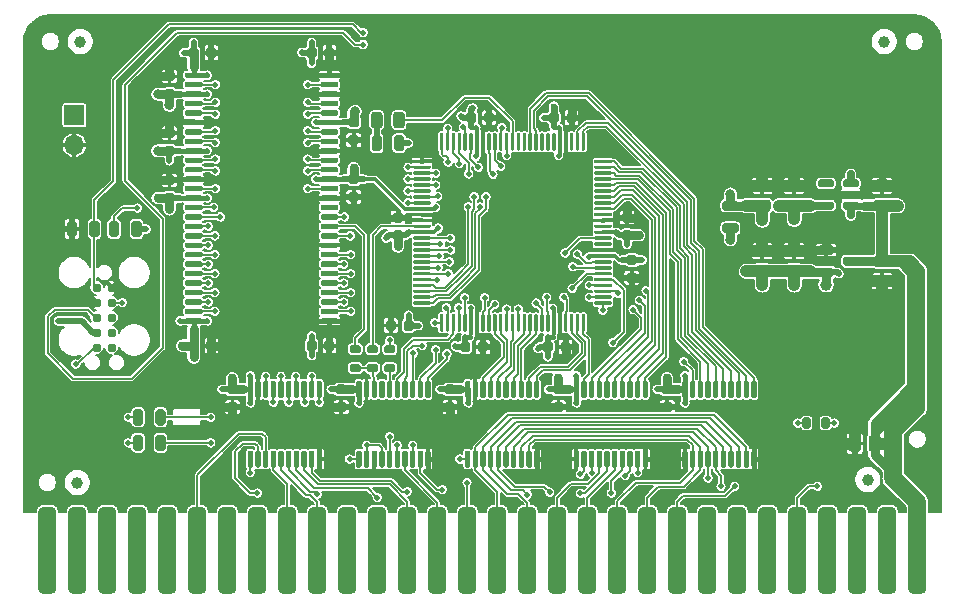
<source format=gtl>
G04 #@! TF.GenerationSoftware,KiCad,Pcbnew,(5.1.10-1-10_14)*
G04 #@! TF.CreationDate,2021-06-01T03:35:06-04:00*
G04 #@! TF.ProjectId,RAM2E,52414d32-452e-46b6-9963-61645f706362,2.0*
G04 #@! TF.SameCoordinates,Original*
G04 #@! TF.FileFunction,Copper,L1,Top*
G04 #@! TF.FilePolarity,Positive*
%FSLAX46Y46*%
G04 Gerber Fmt 4.6, Leading zero omitted, Abs format (unit mm)*
G04 Created by KiCad (PCBNEW (5.1.10-1-10_14)) date 2021-06-01 03:35:06*
%MOMM*%
%LPD*%
G01*
G04 APERTURE LIST*
G04 #@! TA.AperFunction,ComponentPad*
%ADD10O,1.700000X1.700000*%
G04 #@! TD*
G04 #@! TA.AperFunction,ComponentPad*
%ADD11R,1.700000X1.700000*%
G04 #@! TD*
G04 #@! TA.AperFunction,SMDPad,CuDef*
%ADD12C,1.000000*%
G04 #@! TD*
G04 #@! TA.AperFunction,ComponentPad*
%ADD13C,2.000000*%
G04 #@! TD*
G04 #@! TA.AperFunction,ConnectorPad*
%ADD14C,0.787400*%
G04 #@! TD*
G04 #@! TA.AperFunction,ViaPad*
%ADD15C,0.600000*%
G04 #@! TD*
G04 #@! TA.AperFunction,ViaPad*
%ADD16C,1.000000*%
G04 #@! TD*
G04 #@! TA.AperFunction,ViaPad*
%ADD17C,0.500000*%
G04 #@! TD*
G04 #@! TA.AperFunction,ViaPad*
%ADD18C,0.762000*%
G04 #@! TD*
G04 #@! TA.AperFunction,ViaPad*
%ADD19C,0.800000*%
G04 #@! TD*
G04 #@! TA.AperFunction,ViaPad*
%ADD20C,0.508000*%
G04 #@! TD*
G04 #@! TA.AperFunction,Conductor*
%ADD21C,0.800000*%
G04 #@! TD*
G04 #@! TA.AperFunction,Conductor*
%ADD22C,1.000000*%
G04 #@! TD*
G04 #@! TA.AperFunction,Conductor*
%ADD23C,0.600000*%
G04 #@! TD*
G04 #@! TA.AperFunction,Conductor*
%ADD24C,0.650000*%
G04 #@! TD*
G04 #@! TA.AperFunction,Conductor*
%ADD25C,0.450000*%
G04 #@! TD*
G04 #@! TA.AperFunction,Conductor*
%ADD26C,0.762000*%
G04 #@! TD*
G04 #@! TA.AperFunction,Conductor*
%ADD27C,1.524000*%
G04 #@! TD*
G04 #@! TA.AperFunction,Conductor*
%ADD28C,0.508000*%
G04 #@! TD*
G04 #@! TA.AperFunction,Conductor*
%ADD29C,0.150000*%
G04 #@! TD*
G04 #@! TA.AperFunction,Conductor*
%ADD30C,0.500000*%
G04 #@! TD*
G04 #@! TA.AperFunction,Conductor*
%ADD31C,0.300000*%
G04 #@! TD*
G04 #@! TA.AperFunction,Conductor*
%ADD32C,0.400000*%
G04 #@! TD*
G04 #@! TA.AperFunction,Conductor*
%ADD33C,0.254000*%
G04 #@! TD*
G04 #@! TA.AperFunction,Conductor*
%ADD34C,0.250000*%
G04 #@! TD*
G04 #@! TA.AperFunction,Conductor*
%ADD35C,0.350000*%
G04 #@! TD*
G04 #@! TA.AperFunction,Conductor*
%ADD36C,0.152400*%
G04 #@! TD*
G04 #@! TA.AperFunction,Conductor*
%ADD37C,0.154000*%
G04 #@! TD*
G04 #@! TA.AperFunction,Conductor*
%ADD38C,0.100000*%
G04 #@! TD*
G04 APERTURE END LIST*
G04 #@! TA.AperFunction,SMDPad,CuDef*
G36*
G01*
X229050000Y-98393750D02*
X229050000Y-99306250D01*
G75*
G02*
X228806250Y-99550000I-243750J0D01*
G01*
X228318750Y-99550000D01*
G75*
G02*
X228075000Y-99306250I0J243750D01*
G01*
X228075000Y-98393750D01*
G75*
G02*
X228318750Y-98150000I243750J0D01*
G01*
X228806250Y-98150000D01*
G75*
G02*
X229050000Y-98393750I0J-243750D01*
G01*
G37*
G04 #@! TD.AperFunction*
G04 #@! TA.AperFunction,SMDPad,CuDef*
G36*
G01*
X230925000Y-98393750D02*
X230925000Y-99306250D01*
G75*
G02*
X230681250Y-99550000I-243750J0D01*
G01*
X230193750Y-99550000D01*
G75*
G02*
X229950000Y-99306250I0J243750D01*
G01*
X229950000Y-98393750D01*
G75*
G02*
X230193750Y-98150000I243750J0D01*
G01*
X230681250Y-98150000D01*
G75*
G02*
X230925000Y-98393750I0J-243750D01*
G01*
G37*
G04 #@! TD.AperFunction*
G04 #@! TA.AperFunction,SMDPad,CuDef*
G36*
G01*
X230025000Y-101287500D02*
X230025000Y-100312500D01*
G75*
G02*
X230237500Y-100100000I212500J0D01*
G01*
X230662500Y-100100000D01*
G75*
G02*
X230875000Y-100312500I0J-212500D01*
G01*
X230875000Y-101287500D01*
G75*
G02*
X230662500Y-101500000I-212500J0D01*
G01*
X230237500Y-101500000D01*
G75*
G02*
X230025000Y-101287500I0J212500D01*
G01*
G37*
G04 #@! TD.AperFunction*
G04 #@! TA.AperFunction,SMDPad,CuDef*
G36*
G01*
X228125000Y-101287500D02*
X228125000Y-100312500D01*
G75*
G02*
X228337500Y-100100000I212500J0D01*
G01*
X228762500Y-100100000D01*
G75*
G02*
X228975000Y-100312500I0J-212500D01*
G01*
X228975000Y-101287500D01*
G75*
G02*
X228762500Y-101500000I-212500J0D01*
G01*
X228337500Y-101500000D01*
G75*
G02*
X228125000Y-101287500I0J212500D01*
G01*
G37*
G04 #@! TD.AperFunction*
G04 #@! TA.AperFunction,SMDPad,CuDef*
G36*
G01*
X226450000Y-117900000D02*
X227050000Y-117900000D01*
G75*
G02*
X227225000Y-118075000I0J-175000D01*
G01*
X227225000Y-118425000D01*
G75*
G02*
X227050000Y-118600000I-175000J0D01*
G01*
X226450000Y-118600000D01*
G75*
G02*
X226275000Y-118425000I0J175000D01*
G01*
X226275000Y-118075000D01*
G75*
G02*
X226450000Y-117900000I175000J0D01*
G01*
G37*
G04 #@! TD.AperFunction*
G04 #@! TA.AperFunction,SMDPad,CuDef*
G36*
G01*
X226450000Y-119500000D02*
X227050000Y-119500000D01*
G75*
G02*
X227225000Y-119675000I0J-175000D01*
G01*
X227225000Y-120025000D01*
G75*
G02*
X227050000Y-120200000I-175000J0D01*
G01*
X226450000Y-120200000D01*
G75*
G02*
X226275000Y-120025000I0J175000D01*
G01*
X226275000Y-119675000D01*
G75*
G02*
X226450000Y-119500000I175000J0D01*
G01*
G37*
G04 #@! TD.AperFunction*
G04 #@! TA.AperFunction,SMDPad,CuDef*
G36*
G01*
X227900000Y-119500000D02*
X228500000Y-119500000D01*
G75*
G02*
X228675000Y-119675000I0J-175000D01*
G01*
X228675000Y-120025000D01*
G75*
G02*
X228500000Y-120200000I-175000J0D01*
G01*
X227900000Y-120200000D01*
G75*
G02*
X227725000Y-120025000I0J175000D01*
G01*
X227725000Y-119675000D01*
G75*
G02*
X227900000Y-119500000I175000J0D01*
G01*
G37*
G04 #@! TD.AperFunction*
G04 #@! TA.AperFunction,SMDPad,CuDef*
G36*
G01*
X227900000Y-117900000D02*
X228500000Y-117900000D01*
G75*
G02*
X228675000Y-118075000I0J-175000D01*
G01*
X228675000Y-118425000D01*
G75*
G02*
X228500000Y-118600000I-175000J0D01*
G01*
X227900000Y-118600000D01*
G75*
G02*
X227725000Y-118425000I0J175000D01*
G01*
X227725000Y-118075000D01*
G75*
G02*
X227900000Y-117900000I175000J0D01*
G01*
G37*
G04 #@! TD.AperFunction*
G04 #@! TA.AperFunction,SMDPad,CuDef*
G36*
G01*
X271787500Y-106625000D02*
X270912500Y-106625000D01*
G75*
G02*
X270650000Y-106362500I0J262500D01*
G01*
X270650000Y-105837500D01*
G75*
G02*
X270912500Y-105575000I262500J0D01*
G01*
X271787500Y-105575000D01*
G75*
G02*
X272050000Y-105837500I0J-262500D01*
G01*
X272050000Y-106362500D01*
G75*
G02*
X271787500Y-106625000I-262500J0D01*
G01*
G37*
G04 #@! TD.AperFunction*
G04 #@! TA.AperFunction,SMDPad,CuDef*
G36*
G01*
X271787500Y-104925000D02*
X270912500Y-104925000D01*
G75*
G02*
X270650000Y-104662500I0J262500D01*
G01*
X270650000Y-104137500D01*
G75*
G02*
X270912500Y-103875000I262500J0D01*
G01*
X271787500Y-103875000D01*
G75*
G02*
X272050000Y-104137500I0J-262500D01*
G01*
X272050000Y-104662500D01*
G75*
G02*
X271787500Y-104925000I-262500J0D01*
G01*
G37*
G04 #@! TD.AperFunction*
G04 #@! TA.AperFunction,SMDPad,CuDef*
G36*
G01*
X258987500Y-106525000D02*
X258012500Y-106525000D01*
G75*
G02*
X257800000Y-106312500I0J212500D01*
G01*
X257800000Y-105887500D01*
G75*
G02*
X258012500Y-105675000I212500J0D01*
G01*
X258987500Y-105675000D01*
G75*
G02*
X259200000Y-105887500I0J-212500D01*
G01*
X259200000Y-106312500D01*
G75*
G02*
X258987500Y-106525000I-212500J0D01*
G01*
G37*
G04 #@! TD.AperFunction*
G04 #@! TA.AperFunction,SMDPad,CuDef*
G36*
G01*
X258987500Y-108425000D02*
X258012500Y-108425000D01*
G75*
G02*
X257800000Y-108212500I0J212500D01*
G01*
X257800000Y-107787500D01*
G75*
G02*
X258012500Y-107575000I212500J0D01*
G01*
X258987500Y-107575000D01*
G75*
G02*
X259200000Y-107787500I0J-212500D01*
G01*
X259200000Y-108212500D01*
G75*
G02*
X258987500Y-108425000I-212500J0D01*
G01*
G37*
G04 #@! TD.AperFunction*
D10*
X202946000Y-100965000D03*
D11*
X202946000Y-98425000D03*
G04 #@! TA.AperFunction,SMDPad,CuDef*
G36*
G01*
X269375000Y-105937500D02*
X269375000Y-106262500D01*
G75*
G02*
X269212500Y-106425000I-162500J0D01*
G01*
X268187500Y-106425000D01*
G75*
G02*
X268025000Y-106262500I0J162500D01*
G01*
X268025000Y-105937500D01*
G75*
G02*
X268187500Y-105775000I162500J0D01*
G01*
X269212500Y-105775000D01*
G75*
G02*
X269375000Y-105937500I0J-162500D01*
G01*
G37*
G04 #@! TD.AperFunction*
G04 #@! TA.AperFunction,SMDPad,CuDef*
G36*
G01*
X269375000Y-104037500D02*
X269375000Y-104362500D01*
G75*
G02*
X269212500Y-104525000I-162500J0D01*
G01*
X268187500Y-104525000D01*
G75*
G02*
X268025000Y-104362500I0J162500D01*
G01*
X268025000Y-104037500D01*
G75*
G02*
X268187500Y-103875000I162500J0D01*
G01*
X269212500Y-103875000D01*
G75*
G02*
X269375000Y-104037500I0J-162500D01*
G01*
G37*
G04 #@! TD.AperFunction*
G04 #@! TA.AperFunction,SMDPad,CuDef*
G36*
G01*
X269375000Y-104987500D02*
X269375000Y-105312500D01*
G75*
G02*
X269212500Y-105475000I-162500J0D01*
G01*
X268187500Y-105475000D01*
G75*
G02*
X268025000Y-105312500I0J162500D01*
G01*
X268025000Y-104987500D01*
G75*
G02*
X268187500Y-104825000I162500J0D01*
G01*
X269212500Y-104825000D01*
G75*
G02*
X269375000Y-104987500I0J-162500D01*
G01*
G37*
G04 #@! TD.AperFunction*
G04 #@! TA.AperFunction,SMDPad,CuDef*
G36*
G01*
X267275000Y-105937500D02*
X267275000Y-106262500D01*
G75*
G02*
X267112500Y-106425000I-162500J0D01*
G01*
X266087500Y-106425000D01*
G75*
G02*
X265925000Y-106262500I0J162500D01*
G01*
X265925000Y-105937500D01*
G75*
G02*
X266087500Y-105775000I162500J0D01*
G01*
X267112500Y-105775000D01*
G75*
G02*
X267275000Y-105937500I0J-162500D01*
G01*
G37*
G04 #@! TD.AperFunction*
G04 #@! TA.AperFunction,SMDPad,CuDef*
G36*
G01*
X267275000Y-104037500D02*
X267275000Y-104362500D01*
G75*
G02*
X267112500Y-104525000I-162500J0D01*
G01*
X266087500Y-104525000D01*
G75*
G02*
X265925000Y-104362500I0J162500D01*
G01*
X265925000Y-104037500D01*
G75*
G02*
X266087500Y-103875000I162500J0D01*
G01*
X267112500Y-103875000D01*
G75*
G02*
X267275000Y-104037500I0J-162500D01*
G01*
G37*
G04 #@! TD.AperFunction*
G04 #@! TA.AperFunction,SMDPad,CuDef*
G36*
G01*
X266200000Y-124800000D02*
X266200000Y-124200000D01*
G75*
G02*
X266375000Y-124025000I175000J0D01*
G01*
X266725000Y-124025000D01*
G75*
G02*
X266900000Y-124200000I0J-175000D01*
G01*
X266900000Y-124800000D01*
G75*
G02*
X266725000Y-124975000I-175000J0D01*
G01*
X266375000Y-124975000D01*
G75*
G02*
X266200000Y-124800000I0J175000D01*
G01*
G37*
G04 #@! TD.AperFunction*
G04 #@! TA.AperFunction,SMDPad,CuDef*
G36*
G01*
X264600000Y-124800000D02*
X264600000Y-124200000D01*
G75*
G02*
X264775000Y-124025000I175000J0D01*
G01*
X265125000Y-124025000D01*
G75*
G02*
X265300000Y-124200000I0J-175000D01*
G01*
X265300000Y-124800000D01*
G75*
G02*
X265125000Y-124975000I-175000J0D01*
G01*
X264775000Y-124975000D01*
G75*
G02*
X264600000Y-124800000I0J175000D01*
G01*
G37*
G04 #@! TD.AperFunction*
G04 #@! TA.AperFunction,SMDPad,CuDef*
G36*
G01*
X229350000Y-117900000D02*
X229950000Y-117900000D01*
G75*
G02*
X230125000Y-118075000I0J-175000D01*
G01*
X230125000Y-118425000D01*
G75*
G02*
X229950000Y-118600000I-175000J0D01*
G01*
X229350000Y-118600000D01*
G75*
G02*
X229175000Y-118425000I0J175000D01*
G01*
X229175000Y-118075000D01*
G75*
G02*
X229350000Y-117900000I175000J0D01*
G01*
G37*
G04 #@! TD.AperFunction*
G04 #@! TA.AperFunction,SMDPad,CuDef*
G36*
G01*
X229350000Y-119500000D02*
X229950000Y-119500000D01*
G75*
G02*
X230125000Y-119675000I0J-175000D01*
G01*
X230125000Y-120025000D01*
G75*
G02*
X229950000Y-120200000I-175000J0D01*
G01*
X229350000Y-120200000D01*
G75*
G02*
X229175000Y-120025000I0J175000D01*
G01*
X229175000Y-119675000D01*
G75*
G02*
X229350000Y-119500000I175000J0D01*
G01*
G37*
G04 #@! TD.AperFunction*
G04 #@! TA.AperFunction,SMDPad,CuDef*
G36*
G01*
X231650000Y-102425000D02*
X231650000Y-102275000D01*
G75*
G02*
X231725000Y-102200000I75000J0D01*
G01*
X233050000Y-102200000D01*
G75*
G02*
X233125000Y-102275000I0J-75000D01*
G01*
X233125000Y-102425000D01*
G75*
G02*
X233050000Y-102500000I-75000J0D01*
G01*
X231725000Y-102500000D01*
G75*
G02*
X231650000Y-102425000I0J75000D01*
G01*
G37*
G04 #@! TD.AperFunction*
G04 #@! TA.AperFunction,SMDPad,CuDef*
G36*
G01*
X231650000Y-102925000D02*
X231650000Y-102775000D01*
G75*
G02*
X231725000Y-102700000I75000J0D01*
G01*
X233050000Y-102700000D01*
G75*
G02*
X233125000Y-102775000I0J-75000D01*
G01*
X233125000Y-102925000D01*
G75*
G02*
X233050000Y-103000000I-75000J0D01*
G01*
X231725000Y-103000000D01*
G75*
G02*
X231650000Y-102925000I0J75000D01*
G01*
G37*
G04 #@! TD.AperFunction*
G04 #@! TA.AperFunction,SMDPad,CuDef*
G36*
G01*
X231650000Y-103425000D02*
X231650000Y-103275000D01*
G75*
G02*
X231725000Y-103200000I75000J0D01*
G01*
X233050000Y-103200000D01*
G75*
G02*
X233125000Y-103275000I0J-75000D01*
G01*
X233125000Y-103425000D01*
G75*
G02*
X233050000Y-103500000I-75000J0D01*
G01*
X231725000Y-103500000D01*
G75*
G02*
X231650000Y-103425000I0J75000D01*
G01*
G37*
G04 #@! TD.AperFunction*
G04 #@! TA.AperFunction,SMDPad,CuDef*
G36*
G01*
X231650000Y-103925000D02*
X231650000Y-103775000D01*
G75*
G02*
X231725000Y-103700000I75000J0D01*
G01*
X233050000Y-103700000D01*
G75*
G02*
X233125000Y-103775000I0J-75000D01*
G01*
X233125000Y-103925000D01*
G75*
G02*
X233050000Y-104000000I-75000J0D01*
G01*
X231725000Y-104000000D01*
G75*
G02*
X231650000Y-103925000I0J75000D01*
G01*
G37*
G04 #@! TD.AperFunction*
G04 #@! TA.AperFunction,SMDPad,CuDef*
G36*
G01*
X231650000Y-104425000D02*
X231650000Y-104275000D01*
G75*
G02*
X231725000Y-104200000I75000J0D01*
G01*
X233050000Y-104200000D01*
G75*
G02*
X233125000Y-104275000I0J-75000D01*
G01*
X233125000Y-104425000D01*
G75*
G02*
X233050000Y-104500000I-75000J0D01*
G01*
X231725000Y-104500000D01*
G75*
G02*
X231650000Y-104425000I0J75000D01*
G01*
G37*
G04 #@! TD.AperFunction*
G04 #@! TA.AperFunction,SMDPad,CuDef*
G36*
G01*
X231650000Y-104925000D02*
X231650000Y-104775000D01*
G75*
G02*
X231725000Y-104700000I75000J0D01*
G01*
X233050000Y-104700000D01*
G75*
G02*
X233125000Y-104775000I0J-75000D01*
G01*
X233125000Y-104925000D01*
G75*
G02*
X233050000Y-105000000I-75000J0D01*
G01*
X231725000Y-105000000D01*
G75*
G02*
X231650000Y-104925000I0J75000D01*
G01*
G37*
G04 #@! TD.AperFunction*
G04 #@! TA.AperFunction,SMDPad,CuDef*
G36*
G01*
X231650000Y-105425000D02*
X231650000Y-105275000D01*
G75*
G02*
X231725000Y-105200000I75000J0D01*
G01*
X233050000Y-105200000D01*
G75*
G02*
X233125000Y-105275000I0J-75000D01*
G01*
X233125000Y-105425000D01*
G75*
G02*
X233050000Y-105500000I-75000J0D01*
G01*
X231725000Y-105500000D01*
G75*
G02*
X231650000Y-105425000I0J75000D01*
G01*
G37*
G04 #@! TD.AperFunction*
G04 #@! TA.AperFunction,SMDPad,CuDef*
G36*
G01*
X231650000Y-105925000D02*
X231650000Y-105775000D01*
G75*
G02*
X231725000Y-105700000I75000J0D01*
G01*
X233050000Y-105700000D01*
G75*
G02*
X233125000Y-105775000I0J-75000D01*
G01*
X233125000Y-105925000D01*
G75*
G02*
X233050000Y-106000000I-75000J0D01*
G01*
X231725000Y-106000000D01*
G75*
G02*
X231650000Y-105925000I0J75000D01*
G01*
G37*
G04 #@! TD.AperFunction*
G04 #@! TA.AperFunction,SMDPad,CuDef*
G36*
G01*
X231650000Y-106425000D02*
X231650000Y-106275000D01*
G75*
G02*
X231725000Y-106200000I75000J0D01*
G01*
X233050000Y-106200000D01*
G75*
G02*
X233125000Y-106275000I0J-75000D01*
G01*
X233125000Y-106425000D01*
G75*
G02*
X233050000Y-106500000I-75000J0D01*
G01*
X231725000Y-106500000D01*
G75*
G02*
X231650000Y-106425000I0J75000D01*
G01*
G37*
G04 #@! TD.AperFunction*
G04 #@! TA.AperFunction,SMDPad,CuDef*
G36*
G01*
X231650000Y-106925000D02*
X231650000Y-106775000D01*
G75*
G02*
X231725000Y-106700000I75000J0D01*
G01*
X233050000Y-106700000D01*
G75*
G02*
X233125000Y-106775000I0J-75000D01*
G01*
X233125000Y-106925000D01*
G75*
G02*
X233050000Y-107000000I-75000J0D01*
G01*
X231725000Y-107000000D01*
G75*
G02*
X231650000Y-106925000I0J75000D01*
G01*
G37*
G04 #@! TD.AperFunction*
G04 #@! TA.AperFunction,SMDPad,CuDef*
G36*
G01*
X231650000Y-107425000D02*
X231650000Y-107275000D01*
G75*
G02*
X231725000Y-107200000I75000J0D01*
G01*
X233050000Y-107200000D01*
G75*
G02*
X233125000Y-107275000I0J-75000D01*
G01*
X233125000Y-107425000D01*
G75*
G02*
X233050000Y-107500000I-75000J0D01*
G01*
X231725000Y-107500000D01*
G75*
G02*
X231650000Y-107425000I0J75000D01*
G01*
G37*
G04 #@! TD.AperFunction*
G04 #@! TA.AperFunction,SMDPad,CuDef*
G36*
G01*
X231650000Y-107925000D02*
X231650000Y-107775000D01*
G75*
G02*
X231725000Y-107700000I75000J0D01*
G01*
X233050000Y-107700000D01*
G75*
G02*
X233125000Y-107775000I0J-75000D01*
G01*
X233125000Y-107925000D01*
G75*
G02*
X233050000Y-108000000I-75000J0D01*
G01*
X231725000Y-108000000D01*
G75*
G02*
X231650000Y-107925000I0J75000D01*
G01*
G37*
G04 #@! TD.AperFunction*
G04 #@! TA.AperFunction,SMDPad,CuDef*
G36*
G01*
X231650000Y-108425000D02*
X231650000Y-108275000D01*
G75*
G02*
X231725000Y-108200000I75000J0D01*
G01*
X233050000Y-108200000D01*
G75*
G02*
X233125000Y-108275000I0J-75000D01*
G01*
X233125000Y-108425000D01*
G75*
G02*
X233050000Y-108500000I-75000J0D01*
G01*
X231725000Y-108500000D01*
G75*
G02*
X231650000Y-108425000I0J75000D01*
G01*
G37*
G04 #@! TD.AperFunction*
G04 #@! TA.AperFunction,SMDPad,CuDef*
G36*
G01*
X231650000Y-108925000D02*
X231650000Y-108775000D01*
G75*
G02*
X231725000Y-108700000I75000J0D01*
G01*
X233050000Y-108700000D01*
G75*
G02*
X233125000Y-108775000I0J-75000D01*
G01*
X233125000Y-108925000D01*
G75*
G02*
X233050000Y-109000000I-75000J0D01*
G01*
X231725000Y-109000000D01*
G75*
G02*
X231650000Y-108925000I0J75000D01*
G01*
G37*
G04 #@! TD.AperFunction*
G04 #@! TA.AperFunction,SMDPad,CuDef*
G36*
G01*
X231650000Y-109425000D02*
X231650000Y-109275000D01*
G75*
G02*
X231725000Y-109200000I75000J0D01*
G01*
X233050000Y-109200000D01*
G75*
G02*
X233125000Y-109275000I0J-75000D01*
G01*
X233125000Y-109425000D01*
G75*
G02*
X233050000Y-109500000I-75000J0D01*
G01*
X231725000Y-109500000D01*
G75*
G02*
X231650000Y-109425000I0J75000D01*
G01*
G37*
G04 #@! TD.AperFunction*
G04 #@! TA.AperFunction,SMDPad,CuDef*
G36*
G01*
X231650000Y-109925000D02*
X231650000Y-109775000D01*
G75*
G02*
X231725000Y-109700000I75000J0D01*
G01*
X233050000Y-109700000D01*
G75*
G02*
X233125000Y-109775000I0J-75000D01*
G01*
X233125000Y-109925000D01*
G75*
G02*
X233050000Y-110000000I-75000J0D01*
G01*
X231725000Y-110000000D01*
G75*
G02*
X231650000Y-109925000I0J75000D01*
G01*
G37*
G04 #@! TD.AperFunction*
G04 #@! TA.AperFunction,SMDPad,CuDef*
G36*
G01*
X231650000Y-110425000D02*
X231650000Y-110275000D01*
G75*
G02*
X231725000Y-110200000I75000J0D01*
G01*
X233050000Y-110200000D01*
G75*
G02*
X233125000Y-110275000I0J-75000D01*
G01*
X233125000Y-110425000D01*
G75*
G02*
X233050000Y-110500000I-75000J0D01*
G01*
X231725000Y-110500000D01*
G75*
G02*
X231650000Y-110425000I0J75000D01*
G01*
G37*
G04 #@! TD.AperFunction*
G04 #@! TA.AperFunction,SMDPad,CuDef*
G36*
G01*
X231650000Y-110925000D02*
X231650000Y-110775000D01*
G75*
G02*
X231725000Y-110700000I75000J0D01*
G01*
X233050000Y-110700000D01*
G75*
G02*
X233125000Y-110775000I0J-75000D01*
G01*
X233125000Y-110925000D01*
G75*
G02*
X233050000Y-111000000I-75000J0D01*
G01*
X231725000Y-111000000D01*
G75*
G02*
X231650000Y-110925000I0J75000D01*
G01*
G37*
G04 #@! TD.AperFunction*
G04 #@! TA.AperFunction,SMDPad,CuDef*
G36*
G01*
X231650000Y-111425000D02*
X231650000Y-111275000D01*
G75*
G02*
X231725000Y-111200000I75000J0D01*
G01*
X233050000Y-111200000D01*
G75*
G02*
X233125000Y-111275000I0J-75000D01*
G01*
X233125000Y-111425000D01*
G75*
G02*
X233050000Y-111500000I-75000J0D01*
G01*
X231725000Y-111500000D01*
G75*
G02*
X231650000Y-111425000I0J75000D01*
G01*
G37*
G04 #@! TD.AperFunction*
G04 #@! TA.AperFunction,SMDPad,CuDef*
G36*
G01*
X231650000Y-111925000D02*
X231650000Y-111775000D01*
G75*
G02*
X231725000Y-111700000I75000J0D01*
G01*
X233050000Y-111700000D01*
G75*
G02*
X233125000Y-111775000I0J-75000D01*
G01*
X233125000Y-111925000D01*
G75*
G02*
X233050000Y-112000000I-75000J0D01*
G01*
X231725000Y-112000000D01*
G75*
G02*
X231650000Y-111925000I0J75000D01*
G01*
G37*
G04 #@! TD.AperFunction*
G04 #@! TA.AperFunction,SMDPad,CuDef*
G36*
G01*
X231650000Y-112425000D02*
X231650000Y-112275000D01*
G75*
G02*
X231725000Y-112200000I75000J0D01*
G01*
X233050000Y-112200000D01*
G75*
G02*
X233125000Y-112275000I0J-75000D01*
G01*
X233125000Y-112425000D01*
G75*
G02*
X233050000Y-112500000I-75000J0D01*
G01*
X231725000Y-112500000D01*
G75*
G02*
X231650000Y-112425000I0J75000D01*
G01*
G37*
G04 #@! TD.AperFunction*
G04 #@! TA.AperFunction,SMDPad,CuDef*
G36*
G01*
X231650000Y-112925000D02*
X231650000Y-112775000D01*
G75*
G02*
X231725000Y-112700000I75000J0D01*
G01*
X233050000Y-112700000D01*
G75*
G02*
X233125000Y-112775000I0J-75000D01*
G01*
X233125000Y-112925000D01*
G75*
G02*
X233050000Y-113000000I-75000J0D01*
G01*
X231725000Y-113000000D01*
G75*
G02*
X231650000Y-112925000I0J75000D01*
G01*
G37*
G04 #@! TD.AperFunction*
G04 #@! TA.AperFunction,SMDPad,CuDef*
G36*
G01*
X231650000Y-113425000D02*
X231650000Y-113275000D01*
G75*
G02*
X231725000Y-113200000I75000J0D01*
G01*
X233050000Y-113200000D01*
G75*
G02*
X233125000Y-113275000I0J-75000D01*
G01*
X233125000Y-113425000D01*
G75*
G02*
X233050000Y-113500000I-75000J0D01*
G01*
X231725000Y-113500000D01*
G75*
G02*
X231650000Y-113425000I0J75000D01*
G01*
G37*
G04 #@! TD.AperFunction*
G04 #@! TA.AperFunction,SMDPad,CuDef*
G36*
G01*
X231650000Y-113925000D02*
X231650000Y-113775000D01*
G75*
G02*
X231725000Y-113700000I75000J0D01*
G01*
X233050000Y-113700000D01*
G75*
G02*
X233125000Y-113775000I0J-75000D01*
G01*
X233125000Y-113925000D01*
G75*
G02*
X233050000Y-114000000I-75000J0D01*
G01*
X231725000Y-114000000D01*
G75*
G02*
X231650000Y-113925000I0J75000D01*
G01*
G37*
G04 #@! TD.AperFunction*
G04 #@! TA.AperFunction,SMDPad,CuDef*
G36*
G01*
X231650000Y-114425000D02*
X231650000Y-114275000D01*
G75*
G02*
X231725000Y-114200000I75000J0D01*
G01*
X233050000Y-114200000D01*
G75*
G02*
X233125000Y-114275000I0J-75000D01*
G01*
X233125000Y-114425000D01*
G75*
G02*
X233050000Y-114500000I-75000J0D01*
G01*
X231725000Y-114500000D01*
G75*
G02*
X231650000Y-114425000I0J75000D01*
G01*
G37*
G04 #@! TD.AperFunction*
G04 #@! TA.AperFunction,SMDPad,CuDef*
G36*
G01*
X233900000Y-116675000D02*
X233900000Y-115350000D01*
G75*
G02*
X233975000Y-115275000I75000J0D01*
G01*
X234125000Y-115275000D01*
G75*
G02*
X234200000Y-115350000I0J-75000D01*
G01*
X234200000Y-116675000D01*
G75*
G02*
X234125000Y-116750000I-75000J0D01*
G01*
X233975000Y-116750000D01*
G75*
G02*
X233900000Y-116675000I0J75000D01*
G01*
G37*
G04 #@! TD.AperFunction*
G04 #@! TA.AperFunction,SMDPad,CuDef*
G36*
G01*
X234400000Y-116675000D02*
X234400000Y-115350000D01*
G75*
G02*
X234475000Y-115275000I75000J0D01*
G01*
X234625000Y-115275000D01*
G75*
G02*
X234700000Y-115350000I0J-75000D01*
G01*
X234700000Y-116675000D01*
G75*
G02*
X234625000Y-116750000I-75000J0D01*
G01*
X234475000Y-116750000D01*
G75*
G02*
X234400000Y-116675000I0J75000D01*
G01*
G37*
G04 #@! TD.AperFunction*
G04 #@! TA.AperFunction,SMDPad,CuDef*
G36*
G01*
X234900000Y-116675000D02*
X234900000Y-115350000D01*
G75*
G02*
X234975000Y-115275000I75000J0D01*
G01*
X235125000Y-115275000D01*
G75*
G02*
X235200000Y-115350000I0J-75000D01*
G01*
X235200000Y-116675000D01*
G75*
G02*
X235125000Y-116750000I-75000J0D01*
G01*
X234975000Y-116750000D01*
G75*
G02*
X234900000Y-116675000I0J75000D01*
G01*
G37*
G04 #@! TD.AperFunction*
G04 #@! TA.AperFunction,SMDPad,CuDef*
G36*
G01*
X235400000Y-116675000D02*
X235400000Y-115350000D01*
G75*
G02*
X235475000Y-115275000I75000J0D01*
G01*
X235625000Y-115275000D01*
G75*
G02*
X235700000Y-115350000I0J-75000D01*
G01*
X235700000Y-116675000D01*
G75*
G02*
X235625000Y-116750000I-75000J0D01*
G01*
X235475000Y-116750000D01*
G75*
G02*
X235400000Y-116675000I0J75000D01*
G01*
G37*
G04 #@! TD.AperFunction*
G04 #@! TA.AperFunction,SMDPad,CuDef*
G36*
G01*
X235900000Y-116675000D02*
X235900000Y-115350000D01*
G75*
G02*
X235975000Y-115275000I75000J0D01*
G01*
X236125000Y-115275000D01*
G75*
G02*
X236200000Y-115350000I0J-75000D01*
G01*
X236200000Y-116675000D01*
G75*
G02*
X236125000Y-116750000I-75000J0D01*
G01*
X235975000Y-116750000D01*
G75*
G02*
X235900000Y-116675000I0J75000D01*
G01*
G37*
G04 #@! TD.AperFunction*
G04 #@! TA.AperFunction,SMDPad,CuDef*
G36*
G01*
X236400000Y-116675000D02*
X236400000Y-115350000D01*
G75*
G02*
X236475000Y-115275000I75000J0D01*
G01*
X236625000Y-115275000D01*
G75*
G02*
X236700000Y-115350000I0J-75000D01*
G01*
X236700000Y-116675000D01*
G75*
G02*
X236625000Y-116750000I-75000J0D01*
G01*
X236475000Y-116750000D01*
G75*
G02*
X236400000Y-116675000I0J75000D01*
G01*
G37*
G04 #@! TD.AperFunction*
G04 #@! TA.AperFunction,SMDPad,CuDef*
G36*
G01*
X236900000Y-116675000D02*
X236900000Y-115350000D01*
G75*
G02*
X236975000Y-115275000I75000J0D01*
G01*
X237125000Y-115275000D01*
G75*
G02*
X237200000Y-115350000I0J-75000D01*
G01*
X237200000Y-116675000D01*
G75*
G02*
X237125000Y-116750000I-75000J0D01*
G01*
X236975000Y-116750000D01*
G75*
G02*
X236900000Y-116675000I0J75000D01*
G01*
G37*
G04 #@! TD.AperFunction*
G04 #@! TA.AperFunction,SMDPad,CuDef*
G36*
G01*
X237400000Y-116675000D02*
X237400000Y-115350000D01*
G75*
G02*
X237475000Y-115275000I75000J0D01*
G01*
X237625000Y-115275000D01*
G75*
G02*
X237700000Y-115350000I0J-75000D01*
G01*
X237700000Y-116675000D01*
G75*
G02*
X237625000Y-116750000I-75000J0D01*
G01*
X237475000Y-116750000D01*
G75*
G02*
X237400000Y-116675000I0J75000D01*
G01*
G37*
G04 #@! TD.AperFunction*
G04 #@! TA.AperFunction,SMDPad,CuDef*
G36*
G01*
X237900000Y-116675000D02*
X237900000Y-115350000D01*
G75*
G02*
X237975000Y-115275000I75000J0D01*
G01*
X238125000Y-115275000D01*
G75*
G02*
X238200000Y-115350000I0J-75000D01*
G01*
X238200000Y-116675000D01*
G75*
G02*
X238125000Y-116750000I-75000J0D01*
G01*
X237975000Y-116750000D01*
G75*
G02*
X237900000Y-116675000I0J75000D01*
G01*
G37*
G04 #@! TD.AperFunction*
G04 #@! TA.AperFunction,SMDPad,CuDef*
G36*
G01*
X238400000Y-116675000D02*
X238400000Y-115350000D01*
G75*
G02*
X238475000Y-115275000I75000J0D01*
G01*
X238625000Y-115275000D01*
G75*
G02*
X238700000Y-115350000I0J-75000D01*
G01*
X238700000Y-116675000D01*
G75*
G02*
X238625000Y-116750000I-75000J0D01*
G01*
X238475000Y-116750000D01*
G75*
G02*
X238400000Y-116675000I0J75000D01*
G01*
G37*
G04 #@! TD.AperFunction*
G04 #@! TA.AperFunction,SMDPad,CuDef*
G36*
G01*
X238900000Y-116675000D02*
X238900000Y-115350000D01*
G75*
G02*
X238975000Y-115275000I75000J0D01*
G01*
X239125000Y-115275000D01*
G75*
G02*
X239200000Y-115350000I0J-75000D01*
G01*
X239200000Y-116675000D01*
G75*
G02*
X239125000Y-116750000I-75000J0D01*
G01*
X238975000Y-116750000D01*
G75*
G02*
X238900000Y-116675000I0J75000D01*
G01*
G37*
G04 #@! TD.AperFunction*
G04 #@! TA.AperFunction,SMDPad,CuDef*
G36*
G01*
X239400000Y-116675000D02*
X239400000Y-115350000D01*
G75*
G02*
X239475000Y-115275000I75000J0D01*
G01*
X239625000Y-115275000D01*
G75*
G02*
X239700000Y-115350000I0J-75000D01*
G01*
X239700000Y-116675000D01*
G75*
G02*
X239625000Y-116750000I-75000J0D01*
G01*
X239475000Y-116750000D01*
G75*
G02*
X239400000Y-116675000I0J75000D01*
G01*
G37*
G04 #@! TD.AperFunction*
G04 #@! TA.AperFunction,SMDPad,CuDef*
G36*
G01*
X239900000Y-116675000D02*
X239900000Y-115350000D01*
G75*
G02*
X239975000Y-115275000I75000J0D01*
G01*
X240125000Y-115275000D01*
G75*
G02*
X240200000Y-115350000I0J-75000D01*
G01*
X240200000Y-116675000D01*
G75*
G02*
X240125000Y-116750000I-75000J0D01*
G01*
X239975000Y-116750000D01*
G75*
G02*
X239900000Y-116675000I0J75000D01*
G01*
G37*
G04 #@! TD.AperFunction*
G04 #@! TA.AperFunction,SMDPad,CuDef*
G36*
G01*
X240400000Y-116675000D02*
X240400000Y-115350000D01*
G75*
G02*
X240475000Y-115275000I75000J0D01*
G01*
X240625000Y-115275000D01*
G75*
G02*
X240700000Y-115350000I0J-75000D01*
G01*
X240700000Y-116675000D01*
G75*
G02*
X240625000Y-116750000I-75000J0D01*
G01*
X240475000Y-116750000D01*
G75*
G02*
X240400000Y-116675000I0J75000D01*
G01*
G37*
G04 #@! TD.AperFunction*
G04 #@! TA.AperFunction,SMDPad,CuDef*
G36*
G01*
X240900000Y-116675000D02*
X240900000Y-115350000D01*
G75*
G02*
X240975000Y-115275000I75000J0D01*
G01*
X241125000Y-115275000D01*
G75*
G02*
X241200000Y-115350000I0J-75000D01*
G01*
X241200000Y-116675000D01*
G75*
G02*
X241125000Y-116750000I-75000J0D01*
G01*
X240975000Y-116750000D01*
G75*
G02*
X240900000Y-116675000I0J75000D01*
G01*
G37*
G04 #@! TD.AperFunction*
G04 #@! TA.AperFunction,SMDPad,CuDef*
G36*
G01*
X241400000Y-116675000D02*
X241400000Y-115350000D01*
G75*
G02*
X241475000Y-115275000I75000J0D01*
G01*
X241625000Y-115275000D01*
G75*
G02*
X241700000Y-115350000I0J-75000D01*
G01*
X241700000Y-116675000D01*
G75*
G02*
X241625000Y-116750000I-75000J0D01*
G01*
X241475000Y-116750000D01*
G75*
G02*
X241400000Y-116675000I0J75000D01*
G01*
G37*
G04 #@! TD.AperFunction*
G04 #@! TA.AperFunction,SMDPad,CuDef*
G36*
G01*
X241900000Y-116675000D02*
X241900000Y-115350000D01*
G75*
G02*
X241975000Y-115275000I75000J0D01*
G01*
X242125000Y-115275000D01*
G75*
G02*
X242200000Y-115350000I0J-75000D01*
G01*
X242200000Y-116675000D01*
G75*
G02*
X242125000Y-116750000I-75000J0D01*
G01*
X241975000Y-116750000D01*
G75*
G02*
X241900000Y-116675000I0J75000D01*
G01*
G37*
G04 #@! TD.AperFunction*
G04 #@! TA.AperFunction,SMDPad,CuDef*
G36*
G01*
X242400000Y-116675000D02*
X242400000Y-115350000D01*
G75*
G02*
X242475000Y-115275000I75000J0D01*
G01*
X242625000Y-115275000D01*
G75*
G02*
X242700000Y-115350000I0J-75000D01*
G01*
X242700000Y-116675000D01*
G75*
G02*
X242625000Y-116750000I-75000J0D01*
G01*
X242475000Y-116750000D01*
G75*
G02*
X242400000Y-116675000I0J75000D01*
G01*
G37*
G04 #@! TD.AperFunction*
G04 #@! TA.AperFunction,SMDPad,CuDef*
G36*
G01*
X242900000Y-116675000D02*
X242900000Y-115350000D01*
G75*
G02*
X242975000Y-115275000I75000J0D01*
G01*
X243125000Y-115275000D01*
G75*
G02*
X243200000Y-115350000I0J-75000D01*
G01*
X243200000Y-116675000D01*
G75*
G02*
X243125000Y-116750000I-75000J0D01*
G01*
X242975000Y-116750000D01*
G75*
G02*
X242900000Y-116675000I0J75000D01*
G01*
G37*
G04 #@! TD.AperFunction*
G04 #@! TA.AperFunction,SMDPad,CuDef*
G36*
G01*
X243400000Y-116675000D02*
X243400000Y-115350000D01*
G75*
G02*
X243475000Y-115275000I75000J0D01*
G01*
X243625000Y-115275000D01*
G75*
G02*
X243700000Y-115350000I0J-75000D01*
G01*
X243700000Y-116675000D01*
G75*
G02*
X243625000Y-116750000I-75000J0D01*
G01*
X243475000Y-116750000D01*
G75*
G02*
X243400000Y-116675000I0J75000D01*
G01*
G37*
G04 #@! TD.AperFunction*
G04 #@! TA.AperFunction,SMDPad,CuDef*
G36*
G01*
X243900000Y-116675000D02*
X243900000Y-115350000D01*
G75*
G02*
X243975000Y-115275000I75000J0D01*
G01*
X244125000Y-115275000D01*
G75*
G02*
X244200000Y-115350000I0J-75000D01*
G01*
X244200000Y-116675000D01*
G75*
G02*
X244125000Y-116750000I-75000J0D01*
G01*
X243975000Y-116750000D01*
G75*
G02*
X243900000Y-116675000I0J75000D01*
G01*
G37*
G04 #@! TD.AperFunction*
G04 #@! TA.AperFunction,SMDPad,CuDef*
G36*
G01*
X244400000Y-116675000D02*
X244400000Y-115350000D01*
G75*
G02*
X244475000Y-115275000I75000J0D01*
G01*
X244625000Y-115275000D01*
G75*
G02*
X244700000Y-115350000I0J-75000D01*
G01*
X244700000Y-116675000D01*
G75*
G02*
X244625000Y-116750000I-75000J0D01*
G01*
X244475000Y-116750000D01*
G75*
G02*
X244400000Y-116675000I0J75000D01*
G01*
G37*
G04 #@! TD.AperFunction*
G04 #@! TA.AperFunction,SMDPad,CuDef*
G36*
G01*
X244900000Y-116675000D02*
X244900000Y-115350000D01*
G75*
G02*
X244975000Y-115275000I75000J0D01*
G01*
X245125000Y-115275000D01*
G75*
G02*
X245200000Y-115350000I0J-75000D01*
G01*
X245200000Y-116675000D01*
G75*
G02*
X245125000Y-116750000I-75000J0D01*
G01*
X244975000Y-116750000D01*
G75*
G02*
X244900000Y-116675000I0J75000D01*
G01*
G37*
G04 #@! TD.AperFunction*
G04 #@! TA.AperFunction,SMDPad,CuDef*
G36*
G01*
X245400000Y-116675000D02*
X245400000Y-115350000D01*
G75*
G02*
X245475000Y-115275000I75000J0D01*
G01*
X245625000Y-115275000D01*
G75*
G02*
X245700000Y-115350000I0J-75000D01*
G01*
X245700000Y-116675000D01*
G75*
G02*
X245625000Y-116750000I-75000J0D01*
G01*
X245475000Y-116750000D01*
G75*
G02*
X245400000Y-116675000I0J75000D01*
G01*
G37*
G04 #@! TD.AperFunction*
G04 #@! TA.AperFunction,SMDPad,CuDef*
G36*
G01*
X245900000Y-116675000D02*
X245900000Y-115350000D01*
G75*
G02*
X245975000Y-115275000I75000J0D01*
G01*
X246125000Y-115275000D01*
G75*
G02*
X246200000Y-115350000I0J-75000D01*
G01*
X246200000Y-116675000D01*
G75*
G02*
X246125000Y-116750000I-75000J0D01*
G01*
X245975000Y-116750000D01*
G75*
G02*
X245900000Y-116675000I0J75000D01*
G01*
G37*
G04 #@! TD.AperFunction*
G04 #@! TA.AperFunction,SMDPad,CuDef*
G36*
G01*
X246975000Y-114425000D02*
X246975000Y-114275000D01*
G75*
G02*
X247050000Y-114200000I75000J0D01*
G01*
X248375000Y-114200000D01*
G75*
G02*
X248450000Y-114275000I0J-75000D01*
G01*
X248450000Y-114425000D01*
G75*
G02*
X248375000Y-114500000I-75000J0D01*
G01*
X247050000Y-114500000D01*
G75*
G02*
X246975000Y-114425000I0J75000D01*
G01*
G37*
G04 #@! TD.AperFunction*
G04 #@! TA.AperFunction,SMDPad,CuDef*
G36*
G01*
X246975000Y-113925000D02*
X246975000Y-113775000D01*
G75*
G02*
X247050000Y-113700000I75000J0D01*
G01*
X248375000Y-113700000D01*
G75*
G02*
X248450000Y-113775000I0J-75000D01*
G01*
X248450000Y-113925000D01*
G75*
G02*
X248375000Y-114000000I-75000J0D01*
G01*
X247050000Y-114000000D01*
G75*
G02*
X246975000Y-113925000I0J75000D01*
G01*
G37*
G04 #@! TD.AperFunction*
G04 #@! TA.AperFunction,SMDPad,CuDef*
G36*
G01*
X246975000Y-113425000D02*
X246975000Y-113275000D01*
G75*
G02*
X247050000Y-113200000I75000J0D01*
G01*
X248375000Y-113200000D01*
G75*
G02*
X248450000Y-113275000I0J-75000D01*
G01*
X248450000Y-113425000D01*
G75*
G02*
X248375000Y-113500000I-75000J0D01*
G01*
X247050000Y-113500000D01*
G75*
G02*
X246975000Y-113425000I0J75000D01*
G01*
G37*
G04 #@! TD.AperFunction*
G04 #@! TA.AperFunction,SMDPad,CuDef*
G36*
G01*
X246975000Y-112925000D02*
X246975000Y-112775000D01*
G75*
G02*
X247050000Y-112700000I75000J0D01*
G01*
X248375000Y-112700000D01*
G75*
G02*
X248450000Y-112775000I0J-75000D01*
G01*
X248450000Y-112925000D01*
G75*
G02*
X248375000Y-113000000I-75000J0D01*
G01*
X247050000Y-113000000D01*
G75*
G02*
X246975000Y-112925000I0J75000D01*
G01*
G37*
G04 #@! TD.AperFunction*
G04 #@! TA.AperFunction,SMDPad,CuDef*
G36*
G01*
X246975000Y-112425000D02*
X246975000Y-112275000D01*
G75*
G02*
X247050000Y-112200000I75000J0D01*
G01*
X248375000Y-112200000D01*
G75*
G02*
X248450000Y-112275000I0J-75000D01*
G01*
X248450000Y-112425000D01*
G75*
G02*
X248375000Y-112500000I-75000J0D01*
G01*
X247050000Y-112500000D01*
G75*
G02*
X246975000Y-112425000I0J75000D01*
G01*
G37*
G04 #@! TD.AperFunction*
G04 #@! TA.AperFunction,SMDPad,CuDef*
G36*
G01*
X246975000Y-111925000D02*
X246975000Y-111775000D01*
G75*
G02*
X247050000Y-111700000I75000J0D01*
G01*
X248375000Y-111700000D01*
G75*
G02*
X248450000Y-111775000I0J-75000D01*
G01*
X248450000Y-111925000D01*
G75*
G02*
X248375000Y-112000000I-75000J0D01*
G01*
X247050000Y-112000000D01*
G75*
G02*
X246975000Y-111925000I0J75000D01*
G01*
G37*
G04 #@! TD.AperFunction*
G04 #@! TA.AperFunction,SMDPad,CuDef*
G36*
G01*
X246975000Y-111425000D02*
X246975000Y-111275000D01*
G75*
G02*
X247050000Y-111200000I75000J0D01*
G01*
X248375000Y-111200000D01*
G75*
G02*
X248450000Y-111275000I0J-75000D01*
G01*
X248450000Y-111425000D01*
G75*
G02*
X248375000Y-111500000I-75000J0D01*
G01*
X247050000Y-111500000D01*
G75*
G02*
X246975000Y-111425000I0J75000D01*
G01*
G37*
G04 #@! TD.AperFunction*
G04 #@! TA.AperFunction,SMDPad,CuDef*
G36*
G01*
X246975000Y-110925000D02*
X246975000Y-110775000D01*
G75*
G02*
X247050000Y-110700000I75000J0D01*
G01*
X248375000Y-110700000D01*
G75*
G02*
X248450000Y-110775000I0J-75000D01*
G01*
X248450000Y-110925000D01*
G75*
G02*
X248375000Y-111000000I-75000J0D01*
G01*
X247050000Y-111000000D01*
G75*
G02*
X246975000Y-110925000I0J75000D01*
G01*
G37*
G04 #@! TD.AperFunction*
G04 #@! TA.AperFunction,SMDPad,CuDef*
G36*
G01*
X246975000Y-110425000D02*
X246975000Y-110275000D01*
G75*
G02*
X247050000Y-110200000I75000J0D01*
G01*
X248375000Y-110200000D01*
G75*
G02*
X248450000Y-110275000I0J-75000D01*
G01*
X248450000Y-110425000D01*
G75*
G02*
X248375000Y-110500000I-75000J0D01*
G01*
X247050000Y-110500000D01*
G75*
G02*
X246975000Y-110425000I0J75000D01*
G01*
G37*
G04 #@! TD.AperFunction*
G04 #@! TA.AperFunction,SMDPad,CuDef*
G36*
G01*
X246975000Y-109925000D02*
X246975000Y-109775000D01*
G75*
G02*
X247050000Y-109700000I75000J0D01*
G01*
X248375000Y-109700000D01*
G75*
G02*
X248450000Y-109775000I0J-75000D01*
G01*
X248450000Y-109925000D01*
G75*
G02*
X248375000Y-110000000I-75000J0D01*
G01*
X247050000Y-110000000D01*
G75*
G02*
X246975000Y-109925000I0J75000D01*
G01*
G37*
G04 #@! TD.AperFunction*
G04 #@! TA.AperFunction,SMDPad,CuDef*
G36*
G01*
X246975000Y-109425000D02*
X246975000Y-109275000D01*
G75*
G02*
X247050000Y-109200000I75000J0D01*
G01*
X248375000Y-109200000D01*
G75*
G02*
X248450000Y-109275000I0J-75000D01*
G01*
X248450000Y-109425000D01*
G75*
G02*
X248375000Y-109500000I-75000J0D01*
G01*
X247050000Y-109500000D01*
G75*
G02*
X246975000Y-109425000I0J75000D01*
G01*
G37*
G04 #@! TD.AperFunction*
G04 #@! TA.AperFunction,SMDPad,CuDef*
G36*
G01*
X246975000Y-108925000D02*
X246975000Y-108775000D01*
G75*
G02*
X247050000Y-108700000I75000J0D01*
G01*
X248375000Y-108700000D01*
G75*
G02*
X248450000Y-108775000I0J-75000D01*
G01*
X248450000Y-108925000D01*
G75*
G02*
X248375000Y-109000000I-75000J0D01*
G01*
X247050000Y-109000000D01*
G75*
G02*
X246975000Y-108925000I0J75000D01*
G01*
G37*
G04 #@! TD.AperFunction*
G04 #@! TA.AperFunction,SMDPad,CuDef*
G36*
G01*
X246975000Y-108425000D02*
X246975000Y-108275000D01*
G75*
G02*
X247050000Y-108200000I75000J0D01*
G01*
X248375000Y-108200000D01*
G75*
G02*
X248450000Y-108275000I0J-75000D01*
G01*
X248450000Y-108425000D01*
G75*
G02*
X248375000Y-108500000I-75000J0D01*
G01*
X247050000Y-108500000D01*
G75*
G02*
X246975000Y-108425000I0J75000D01*
G01*
G37*
G04 #@! TD.AperFunction*
G04 #@! TA.AperFunction,SMDPad,CuDef*
G36*
G01*
X246975000Y-107925000D02*
X246975000Y-107775000D01*
G75*
G02*
X247050000Y-107700000I75000J0D01*
G01*
X248375000Y-107700000D01*
G75*
G02*
X248450000Y-107775000I0J-75000D01*
G01*
X248450000Y-107925000D01*
G75*
G02*
X248375000Y-108000000I-75000J0D01*
G01*
X247050000Y-108000000D01*
G75*
G02*
X246975000Y-107925000I0J75000D01*
G01*
G37*
G04 #@! TD.AperFunction*
G04 #@! TA.AperFunction,SMDPad,CuDef*
G36*
G01*
X246975000Y-107425000D02*
X246975000Y-107275000D01*
G75*
G02*
X247050000Y-107200000I75000J0D01*
G01*
X248375000Y-107200000D01*
G75*
G02*
X248450000Y-107275000I0J-75000D01*
G01*
X248450000Y-107425000D01*
G75*
G02*
X248375000Y-107500000I-75000J0D01*
G01*
X247050000Y-107500000D01*
G75*
G02*
X246975000Y-107425000I0J75000D01*
G01*
G37*
G04 #@! TD.AperFunction*
G04 #@! TA.AperFunction,SMDPad,CuDef*
G36*
G01*
X246975000Y-106925000D02*
X246975000Y-106775000D01*
G75*
G02*
X247050000Y-106700000I75000J0D01*
G01*
X248375000Y-106700000D01*
G75*
G02*
X248450000Y-106775000I0J-75000D01*
G01*
X248450000Y-106925000D01*
G75*
G02*
X248375000Y-107000000I-75000J0D01*
G01*
X247050000Y-107000000D01*
G75*
G02*
X246975000Y-106925000I0J75000D01*
G01*
G37*
G04 #@! TD.AperFunction*
G04 #@! TA.AperFunction,SMDPad,CuDef*
G36*
G01*
X246975000Y-106425000D02*
X246975000Y-106275000D01*
G75*
G02*
X247050000Y-106200000I75000J0D01*
G01*
X248375000Y-106200000D01*
G75*
G02*
X248450000Y-106275000I0J-75000D01*
G01*
X248450000Y-106425000D01*
G75*
G02*
X248375000Y-106500000I-75000J0D01*
G01*
X247050000Y-106500000D01*
G75*
G02*
X246975000Y-106425000I0J75000D01*
G01*
G37*
G04 #@! TD.AperFunction*
G04 #@! TA.AperFunction,SMDPad,CuDef*
G36*
G01*
X246975000Y-105925000D02*
X246975000Y-105775000D01*
G75*
G02*
X247050000Y-105700000I75000J0D01*
G01*
X248375000Y-105700000D01*
G75*
G02*
X248450000Y-105775000I0J-75000D01*
G01*
X248450000Y-105925000D01*
G75*
G02*
X248375000Y-106000000I-75000J0D01*
G01*
X247050000Y-106000000D01*
G75*
G02*
X246975000Y-105925000I0J75000D01*
G01*
G37*
G04 #@! TD.AperFunction*
G04 #@! TA.AperFunction,SMDPad,CuDef*
G36*
G01*
X246975000Y-105425000D02*
X246975000Y-105275000D01*
G75*
G02*
X247050000Y-105200000I75000J0D01*
G01*
X248375000Y-105200000D01*
G75*
G02*
X248450000Y-105275000I0J-75000D01*
G01*
X248450000Y-105425000D01*
G75*
G02*
X248375000Y-105500000I-75000J0D01*
G01*
X247050000Y-105500000D01*
G75*
G02*
X246975000Y-105425000I0J75000D01*
G01*
G37*
G04 #@! TD.AperFunction*
G04 #@! TA.AperFunction,SMDPad,CuDef*
G36*
G01*
X246975000Y-104925000D02*
X246975000Y-104775000D01*
G75*
G02*
X247050000Y-104700000I75000J0D01*
G01*
X248375000Y-104700000D01*
G75*
G02*
X248450000Y-104775000I0J-75000D01*
G01*
X248450000Y-104925000D01*
G75*
G02*
X248375000Y-105000000I-75000J0D01*
G01*
X247050000Y-105000000D01*
G75*
G02*
X246975000Y-104925000I0J75000D01*
G01*
G37*
G04 #@! TD.AperFunction*
G04 #@! TA.AperFunction,SMDPad,CuDef*
G36*
G01*
X246975000Y-104425000D02*
X246975000Y-104275000D01*
G75*
G02*
X247050000Y-104200000I75000J0D01*
G01*
X248375000Y-104200000D01*
G75*
G02*
X248450000Y-104275000I0J-75000D01*
G01*
X248450000Y-104425000D01*
G75*
G02*
X248375000Y-104500000I-75000J0D01*
G01*
X247050000Y-104500000D01*
G75*
G02*
X246975000Y-104425000I0J75000D01*
G01*
G37*
G04 #@! TD.AperFunction*
G04 #@! TA.AperFunction,SMDPad,CuDef*
G36*
G01*
X246975000Y-103925000D02*
X246975000Y-103775000D01*
G75*
G02*
X247050000Y-103700000I75000J0D01*
G01*
X248375000Y-103700000D01*
G75*
G02*
X248450000Y-103775000I0J-75000D01*
G01*
X248450000Y-103925000D01*
G75*
G02*
X248375000Y-104000000I-75000J0D01*
G01*
X247050000Y-104000000D01*
G75*
G02*
X246975000Y-103925000I0J75000D01*
G01*
G37*
G04 #@! TD.AperFunction*
G04 #@! TA.AperFunction,SMDPad,CuDef*
G36*
G01*
X246975000Y-103425000D02*
X246975000Y-103275000D01*
G75*
G02*
X247050000Y-103200000I75000J0D01*
G01*
X248375000Y-103200000D01*
G75*
G02*
X248450000Y-103275000I0J-75000D01*
G01*
X248450000Y-103425000D01*
G75*
G02*
X248375000Y-103500000I-75000J0D01*
G01*
X247050000Y-103500000D01*
G75*
G02*
X246975000Y-103425000I0J75000D01*
G01*
G37*
G04 #@! TD.AperFunction*
G04 #@! TA.AperFunction,SMDPad,CuDef*
G36*
G01*
X246975000Y-102925000D02*
X246975000Y-102775000D01*
G75*
G02*
X247050000Y-102700000I75000J0D01*
G01*
X248375000Y-102700000D01*
G75*
G02*
X248450000Y-102775000I0J-75000D01*
G01*
X248450000Y-102925000D01*
G75*
G02*
X248375000Y-103000000I-75000J0D01*
G01*
X247050000Y-103000000D01*
G75*
G02*
X246975000Y-102925000I0J75000D01*
G01*
G37*
G04 #@! TD.AperFunction*
G04 #@! TA.AperFunction,SMDPad,CuDef*
G36*
G01*
X246975000Y-102425000D02*
X246975000Y-102275000D01*
G75*
G02*
X247050000Y-102200000I75000J0D01*
G01*
X248375000Y-102200000D01*
G75*
G02*
X248450000Y-102275000I0J-75000D01*
G01*
X248450000Y-102425000D01*
G75*
G02*
X248375000Y-102500000I-75000J0D01*
G01*
X247050000Y-102500000D01*
G75*
G02*
X246975000Y-102425000I0J75000D01*
G01*
G37*
G04 #@! TD.AperFunction*
G04 #@! TA.AperFunction,SMDPad,CuDef*
G36*
G01*
X245900000Y-101350000D02*
X245900000Y-100025000D01*
G75*
G02*
X245975000Y-99950000I75000J0D01*
G01*
X246125000Y-99950000D01*
G75*
G02*
X246200000Y-100025000I0J-75000D01*
G01*
X246200000Y-101350000D01*
G75*
G02*
X246125000Y-101425000I-75000J0D01*
G01*
X245975000Y-101425000D01*
G75*
G02*
X245900000Y-101350000I0J75000D01*
G01*
G37*
G04 #@! TD.AperFunction*
G04 #@! TA.AperFunction,SMDPad,CuDef*
G36*
G01*
X245400000Y-101350000D02*
X245400000Y-100025000D01*
G75*
G02*
X245475000Y-99950000I75000J0D01*
G01*
X245625000Y-99950000D01*
G75*
G02*
X245700000Y-100025000I0J-75000D01*
G01*
X245700000Y-101350000D01*
G75*
G02*
X245625000Y-101425000I-75000J0D01*
G01*
X245475000Y-101425000D01*
G75*
G02*
X245400000Y-101350000I0J75000D01*
G01*
G37*
G04 #@! TD.AperFunction*
G04 #@! TA.AperFunction,SMDPad,CuDef*
G36*
G01*
X244900000Y-101350000D02*
X244900000Y-100025000D01*
G75*
G02*
X244975000Y-99950000I75000J0D01*
G01*
X245125000Y-99950000D01*
G75*
G02*
X245200000Y-100025000I0J-75000D01*
G01*
X245200000Y-101350000D01*
G75*
G02*
X245125000Y-101425000I-75000J0D01*
G01*
X244975000Y-101425000D01*
G75*
G02*
X244900000Y-101350000I0J75000D01*
G01*
G37*
G04 #@! TD.AperFunction*
G04 #@! TA.AperFunction,SMDPad,CuDef*
G36*
G01*
X244400000Y-101350000D02*
X244400000Y-100025000D01*
G75*
G02*
X244475000Y-99950000I75000J0D01*
G01*
X244625000Y-99950000D01*
G75*
G02*
X244700000Y-100025000I0J-75000D01*
G01*
X244700000Y-101350000D01*
G75*
G02*
X244625000Y-101425000I-75000J0D01*
G01*
X244475000Y-101425000D01*
G75*
G02*
X244400000Y-101350000I0J75000D01*
G01*
G37*
G04 #@! TD.AperFunction*
G04 #@! TA.AperFunction,SMDPad,CuDef*
G36*
G01*
X243900000Y-101350000D02*
X243900000Y-100025000D01*
G75*
G02*
X243975000Y-99950000I75000J0D01*
G01*
X244125000Y-99950000D01*
G75*
G02*
X244200000Y-100025000I0J-75000D01*
G01*
X244200000Y-101350000D01*
G75*
G02*
X244125000Y-101425000I-75000J0D01*
G01*
X243975000Y-101425000D01*
G75*
G02*
X243900000Y-101350000I0J75000D01*
G01*
G37*
G04 #@! TD.AperFunction*
G04 #@! TA.AperFunction,SMDPad,CuDef*
G36*
G01*
X243400000Y-101350000D02*
X243400000Y-100025000D01*
G75*
G02*
X243475000Y-99950000I75000J0D01*
G01*
X243625000Y-99950000D01*
G75*
G02*
X243700000Y-100025000I0J-75000D01*
G01*
X243700000Y-101350000D01*
G75*
G02*
X243625000Y-101425000I-75000J0D01*
G01*
X243475000Y-101425000D01*
G75*
G02*
X243400000Y-101350000I0J75000D01*
G01*
G37*
G04 #@! TD.AperFunction*
G04 #@! TA.AperFunction,SMDPad,CuDef*
G36*
G01*
X242900000Y-101350000D02*
X242900000Y-100025000D01*
G75*
G02*
X242975000Y-99950000I75000J0D01*
G01*
X243125000Y-99950000D01*
G75*
G02*
X243200000Y-100025000I0J-75000D01*
G01*
X243200000Y-101350000D01*
G75*
G02*
X243125000Y-101425000I-75000J0D01*
G01*
X242975000Y-101425000D01*
G75*
G02*
X242900000Y-101350000I0J75000D01*
G01*
G37*
G04 #@! TD.AperFunction*
G04 #@! TA.AperFunction,SMDPad,CuDef*
G36*
G01*
X242400000Y-101350000D02*
X242400000Y-100025000D01*
G75*
G02*
X242475000Y-99950000I75000J0D01*
G01*
X242625000Y-99950000D01*
G75*
G02*
X242700000Y-100025000I0J-75000D01*
G01*
X242700000Y-101350000D01*
G75*
G02*
X242625000Y-101425000I-75000J0D01*
G01*
X242475000Y-101425000D01*
G75*
G02*
X242400000Y-101350000I0J75000D01*
G01*
G37*
G04 #@! TD.AperFunction*
G04 #@! TA.AperFunction,SMDPad,CuDef*
G36*
G01*
X241900000Y-101350000D02*
X241900000Y-100025000D01*
G75*
G02*
X241975000Y-99950000I75000J0D01*
G01*
X242125000Y-99950000D01*
G75*
G02*
X242200000Y-100025000I0J-75000D01*
G01*
X242200000Y-101350000D01*
G75*
G02*
X242125000Y-101425000I-75000J0D01*
G01*
X241975000Y-101425000D01*
G75*
G02*
X241900000Y-101350000I0J75000D01*
G01*
G37*
G04 #@! TD.AperFunction*
G04 #@! TA.AperFunction,SMDPad,CuDef*
G36*
G01*
X241400000Y-101350000D02*
X241400000Y-100025000D01*
G75*
G02*
X241475000Y-99950000I75000J0D01*
G01*
X241625000Y-99950000D01*
G75*
G02*
X241700000Y-100025000I0J-75000D01*
G01*
X241700000Y-101350000D01*
G75*
G02*
X241625000Y-101425000I-75000J0D01*
G01*
X241475000Y-101425000D01*
G75*
G02*
X241400000Y-101350000I0J75000D01*
G01*
G37*
G04 #@! TD.AperFunction*
G04 #@! TA.AperFunction,SMDPad,CuDef*
G36*
G01*
X240900000Y-101350000D02*
X240900000Y-100025000D01*
G75*
G02*
X240975000Y-99950000I75000J0D01*
G01*
X241125000Y-99950000D01*
G75*
G02*
X241200000Y-100025000I0J-75000D01*
G01*
X241200000Y-101350000D01*
G75*
G02*
X241125000Y-101425000I-75000J0D01*
G01*
X240975000Y-101425000D01*
G75*
G02*
X240900000Y-101350000I0J75000D01*
G01*
G37*
G04 #@! TD.AperFunction*
G04 #@! TA.AperFunction,SMDPad,CuDef*
G36*
G01*
X240400000Y-101350000D02*
X240400000Y-100025000D01*
G75*
G02*
X240475000Y-99950000I75000J0D01*
G01*
X240625000Y-99950000D01*
G75*
G02*
X240700000Y-100025000I0J-75000D01*
G01*
X240700000Y-101350000D01*
G75*
G02*
X240625000Y-101425000I-75000J0D01*
G01*
X240475000Y-101425000D01*
G75*
G02*
X240400000Y-101350000I0J75000D01*
G01*
G37*
G04 #@! TD.AperFunction*
G04 #@! TA.AperFunction,SMDPad,CuDef*
G36*
G01*
X239900000Y-101350000D02*
X239900000Y-100025000D01*
G75*
G02*
X239975000Y-99950000I75000J0D01*
G01*
X240125000Y-99950000D01*
G75*
G02*
X240200000Y-100025000I0J-75000D01*
G01*
X240200000Y-101350000D01*
G75*
G02*
X240125000Y-101425000I-75000J0D01*
G01*
X239975000Y-101425000D01*
G75*
G02*
X239900000Y-101350000I0J75000D01*
G01*
G37*
G04 #@! TD.AperFunction*
G04 #@! TA.AperFunction,SMDPad,CuDef*
G36*
G01*
X239400000Y-101350000D02*
X239400000Y-100025000D01*
G75*
G02*
X239475000Y-99950000I75000J0D01*
G01*
X239625000Y-99950000D01*
G75*
G02*
X239700000Y-100025000I0J-75000D01*
G01*
X239700000Y-101350000D01*
G75*
G02*
X239625000Y-101425000I-75000J0D01*
G01*
X239475000Y-101425000D01*
G75*
G02*
X239400000Y-101350000I0J75000D01*
G01*
G37*
G04 #@! TD.AperFunction*
G04 #@! TA.AperFunction,SMDPad,CuDef*
G36*
G01*
X238900000Y-101350000D02*
X238900000Y-100025000D01*
G75*
G02*
X238975000Y-99950000I75000J0D01*
G01*
X239125000Y-99950000D01*
G75*
G02*
X239200000Y-100025000I0J-75000D01*
G01*
X239200000Y-101350000D01*
G75*
G02*
X239125000Y-101425000I-75000J0D01*
G01*
X238975000Y-101425000D01*
G75*
G02*
X238900000Y-101350000I0J75000D01*
G01*
G37*
G04 #@! TD.AperFunction*
G04 #@! TA.AperFunction,SMDPad,CuDef*
G36*
G01*
X238400000Y-101350000D02*
X238400000Y-100025000D01*
G75*
G02*
X238475000Y-99950000I75000J0D01*
G01*
X238625000Y-99950000D01*
G75*
G02*
X238700000Y-100025000I0J-75000D01*
G01*
X238700000Y-101350000D01*
G75*
G02*
X238625000Y-101425000I-75000J0D01*
G01*
X238475000Y-101425000D01*
G75*
G02*
X238400000Y-101350000I0J75000D01*
G01*
G37*
G04 #@! TD.AperFunction*
G04 #@! TA.AperFunction,SMDPad,CuDef*
G36*
G01*
X237900000Y-101350000D02*
X237900000Y-100025000D01*
G75*
G02*
X237975000Y-99950000I75000J0D01*
G01*
X238125000Y-99950000D01*
G75*
G02*
X238200000Y-100025000I0J-75000D01*
G01*
X238200000Y-101350000D01*
G75*
G02*
X238125000Y-101425000I-75000J0D01*
G01*
X237975000Y-101425000D01*
G75*
G02*
X237900000Y-101350000I0J75000D01*
G01*
G37*
G04 #@! TD.AperFunction*
G04 #@! TA.AperFunction,SMDPad,CuDef*
G36*
G01*
X237400000Y-101350000D02*
X237400000Y-100025000D01*
G75*
G02*
X237475000Y-99950000I75000J0D01*
G01*
X237625000Y-99950000D01*
G75*
G02*
X237700000Y-100025000I0J-75000D01*
G01*
X237700000Y-101350000D01*
G75*
G02*
X237625000Y-101425000I-75000J0D01*
G01*
X237475000Y-101425000D01*
G75*
G02*
X237400000Y-101350000I0J75000D01*
G01*
G37*
G04 #@! TD.AperFunction*
G04 #@! TA.AperFunction,SMDPad,CuDef*
G36*
G01*
X236900000Y-101350000D02*
X236900000Y-100025000D01*
G75*
G02*
X236975000Y-99950000I75000J0D01*
G01*
X237125000Y-99950000D01*
G75*
G02*
X237200000Y-100025000I0J-75000D01*
G01*
X237200000Y-101350000D01*
G75*
G02*
X237125000Y-101425000I-75000J0D01*
G01*
X236975000Y-101425000D01*
G75*
G02*
X236900000Y-101350000I0J75000D01*
G01*
G37*
G04 #@! TD.AperFunction*
G04 #@! TA.AperFunction,SMDPad,CuDef*
G36*
G01*
X236400000Y-101350000D02*
X236400000Y-100025000D01*
G75*
G02*
X236475000Y-99950000I75000J0D01*
G01*
X236625000Y-99950000D01*
G75*
G02*
X236700000Y-100025000I0J-75000D01*
G01*
X236700000Y-101350000D01*
G75*
G02*
X236625000Y-101425000I-75000J0D01*
G01*
X236475000Y-101425000D01*
G75*
G02*
X236400000Y-101350000I0J75000D01*
G01*
G37*
G04 #@! TD.AperFunction*
G04 #@! TA.AperFunction,SMDPad,CuDef*
G36*
G01*
X235900000Y-101350000D02*
X235900000Y-100025000D01*
G75*
G02*
X235975000Y-99950000I75000J0D01*
G01*
X236125000Y-99950000D01*
G75*
G02*
X236200000Y-100025000I0J-75000D01*
G01*
X236200000Y-101350000D01*
G75*
G02*
X236125000Y-101425000I-75000J0D01*
G01*
X235975000Y-101425000D01*
G75*
G02*
X235900000Y-101350000I0J75000D01*
G01*
G37*
G04 #@! TD.AperFunction*
G04 #@! TA.AperFunction,SMDPad,CuDef*
G36*
G01*
X235400000Y-101350000D02*
X235400000Y-100025000D01*
G75*
G02*
X235475000Y-99950000I75000J0D01*
G01*
X235625000Y-99950000D01*
G75*
G02*
X235700000Y-100025000I0J-75000D01*
G01*
X235700000Y-101350000D01*
G75*
G02*
X235625000Y-101425000I-75000J0D01*
G01*
X235475000Y-101425000D01*
G75*
G02*
X235400000Y-101350000I0J75000D01*
G01*
G37*
G04 #@! TD.AperFunction*
G04 #@! TA.AperFunction,SMDPad,CuDef*
G36*
G01*
X234900000Y-101350000D02*
X234900000Y-100025000D01*
G75*
G02*
X234975000Y-99950000I75000J0D01*
G01*
X235125000Y-99950000D01*
G75*
G02*
X235200000Y-100025000I0J-75000D01*
G01*
X235200000Y-101350000D01*
G75*
G02*
X235125000Y-101425000I-75000J0D01*
G01*
X234975000Y-101425000D01*
G75*
G02*
X234900000Y-101350000I0J75000D01*
G01*
G37*
G04 #@! TD.AperFunction*
G04 #@! TA.AperFunction,SMDPad,CuDef*
G36*
G01*
X234400000Y-101350000D02*
X234400000Y-100025000D01*
G75*
G02*
X234475000Y-99950000I75000J0D01*
G01*
X234625000Y-99950000D01*
G75*
G02*
X234700000Y-100025000I0J-75000D01*
G01*
X234700000Y-101350000D01*
G75*
G02*
X234625000Y-101425000I-75000J0D01*
G01*
X234475000Y-101425000D01*
G75*
G02*
X234400000Y-101350000I0J75000D01*
G01*
G37*
G04 #@! TD.AperFunction*
G04 #@! TA.AperFunction,SMDPad,CuDef*
G36*
G01*
X233900000Y-101350000D02*
X233900000Y-100025000D01*
G75*
G02*
X233975000Y-99950000I75000J0D01*
G01*
X234125000Y-99950000D01*
G75*
G02*
X234200000Y-100025000I0J-75000D01*
G01*
X234200000Y-101350000D01*
G75*
G02*
X234125000Y-101425000I-75000J0D01*
G01*
X233975000Y-101425000D01*
G75*
G02*
X233900000Y-101350000I0J75000D01*
G01*
G37*
G04 #@! TD.AperFunction*
G04 #@! TA.AperFunction,SMDPad,CuDef*
G36*
G01*
X222625000Y-118212500D02*
X222625000Y-117687500D01*
G75*
G02*
X222837500Y-117475000I212500J0D01*
G01*
X223262500Y-117475000D01*
G75*
G02*
X223475000Y-117687500I0J-212500D01*
G01*
X223475000Y-118212500D01*
G75*
G02*
X223262500Y-118425000I-212500J0D01*
G01*
X222837500Y-118425000D01*
G75*
G02*
X222625000Y-118212500I0J212500D01*
G01*
G37*
G04 #@! TD.AperFunction*
G04 #@! TA.AperFunction,SMDPad,CuDef*
G36*
G01*
X224125000Y-118212500D02*
X224125000Y-117687500D01*
G75*
G02*
X224337500Y-117475000I212500J0D01*
G01*
X224762500Y-117475000D01*
G75*
G02*
X224975000Y-117687500I0J-212500D01*
G01*
X224975000Y-118212500D01*
G75*
G02*
X224762500Y-118425000I-212500J0D01*
G01*
X224337500Y-118425000D01*
G75*
G02*
X224125000Y-118212500I0J212500D01*
G01*
G37*
G04 #@! TD.AperFunction*
G04 #@! TA.AperFunction,SMDPad,CuDef*
G36*
G01*
X214125000Y-93412500D02*
X214125000Y-92887500D01*
G75*
G02*
X214337500Y-92675000I212500J0D01*
G01*
X214762500Y-92675000D01*
G75*
G02*
X214975000Y-92887500I0J-212500D01*
G01*
X214975000Y-93412500D01*
G75*
G02*
X214762500Y-93625000I-212500J0D01*
G01*
X214337500Y-93625000D01*
G75*
G02*
X214125000Y-93412500I0J212500D01*
G01*
G37*
G04 #@! TD.AperFunction*
G04 #@! TA.AperFunction,SMDPad,CuDef*
G36*
G01*
X212625000Y-93412500D02*
X212625000Y-92887500D01*
G75*
G02*
X212837500Y-92675000I212500J0D01*
G01*
X213262500Y-92675000D01*
G75*
G02*
X213475000Y-92887500I0J-212500D01*
G01*
X213475000Y-93412500D01*
G75*
G02*
X213262500Y-93625000I-212500J0D01*
G01*
X212837500Y-93625000D01*
G75*
G02*
X212625000Y-93412500I0J212500D01*
G01*
G37*
G04 #@! TD.AperFunction*
G04 #@! TA.AperFunction,SMDPad,CuDef*
G36*
G01*
X265925000Y-110050000D02*
X265925000Y-109650000D01*
G75*
G02*
X266125000Y-109450000I200000J0D01*
G01*
X267075000Y-109450000D01*
G75*
G02*
X267275000Y-109650000I0J-200000D01*
G01*
X267275000Y-110050000D01*
G75*
G02*
X267075000Y-110250000I-200000J0D01*
G01*
X266125000Y-110250000D01*
G75*
G02*
X265925000Y-110050000I0J200000D01*
G01*
G37*
G04 #@! TD.AperFunction*
G04 #@! TA.AperFunction,SMDPad,CuDef*
G36*
G01*
X265925000Y-111950000D02*
X265925000Y-111550000D01*
G75*
G02*
X266125000Y-111350000I200000J0D01*
G01*
X267075000Y-111350000D01*
G75*
G02*
X267275000Y-111550000I0J-200000D01*
G01*
X267275000Y-111950000D01*
G75*
G02*
X267075000Y-112150000I-200000J0D01*
G01*
X266125000Y-112150000D01*
G75*
G02*
X265925000Y-111950000I0J200000D01*
G01*
G37*
G04 #@! TD.AperFunction*
G04 #@! TA.AperFunction,SMDPad,CuDef*
G36*
G01*
X268025000Y-111000000D02*
X268025000Y-110600000D01*
G75*
G02*
X268225000Y-110400000I200000J0D01*
G01*
X269175000Y-110400000D01*
G75*
G02*
X269375000Y-110600000I0J-200000D01*
G01*
X269375000Y-111000000D01*
G75*
G02*
X269175000Y-111200000I-200000J0D01*
G01*
X268225000Y-111200000D01*
G75*
G02*
X268025000Y-111000000I0J200000D01*
G01*
G37*
G04 #@! TD.AperFunction*
G04 #@! TA.AperFunction,SMDPad,CuDef*
G36*
G01*
X227162500Y-122375000D02*
X226937500Y-122375000D01*
G75*
G02*
X226825000Y-122262500I0J112500D01*
G01*
X226825000Y-121037500D01*
G75*
G02*
X226937500Y-120925000I112500J0D01*
G01*
X227162500Y-120925000D01*
G75*
G02*
X227275000Y-121037500I0J-112500D01*
G01*
X227275000Y-122262500D01*
G75*
G02*
X227162500Y-122375000I-112500J0D01*
G01*
G37*
G04 #@! TD.AperFunction*
G04 #@! TA.AperFunction,SMDPad,CuDef*
G36*
G01*
X227812500Y-122375000D02*
X227587500Y-122375000D01*
G75*
G02*
X227475000Y-122262500I0J112500D01*
G01*
X227475000Y-121037500D01*
G75*
G02*
X227587500Y-120925000I112500J0D01*
G01*
X227812500Y-120925000D01*
G75*
G02*
X227925000Y-121037500I0J-112500D01*
G01*
X227925000Y-122262500D01*
G75*
G02*
X227812500Y-122375000I-112500J0D01*
G01*
G37*
G04 #@! TD.AperFunction*
G04 #@! TA.AperFunction,SMDPad,CuDef*
G36*
G01*
X228462500Y-122375000D02*
X228237500Y-122375000D01*
G75*
G02*
X228125000Y-122262500I0J112500D01*
G01*
X228125000Y-121037500D01*
G75*
G02*
X228237500Y-120925000I112500J0D01*
G01*
X228462500Y-120925000D01*
G75*
G02*
X228575000Y-121037500I0J-112500D01*
G01*
X228575000Y-122262500D01*
G75*
G02*
X228462500Y-122375000I-112500J0D01*
G01*
G37*
G04 #@! TD.AperFunction*
G04 #@! TA.AperFunction,SMDPad,CuDef*
G36*
G01*
X229112500Y-122375000D02*
X228887500Y-122375000D01*
G75*
G02*
X228775000Y-122262500I0J112500D01*
G01*
X228775000Y-121037500D01*
G75*
G02*
X228887500Y-120925000I112500J0D01*
G01*
X229112500Y-120925000D01*
G75*
G02*
X229225000Y-121037500I0J-112500D01*
G01*
X229225000Y-122262500D01*
G75*
G02*
X229112500Y-122375000I-112500J0D01*
G01*
G37*
G04 #@! TD.AperFunction*
G04 #@! TA.AperFunction,SMDPad,CuDef*
G36*
G01*
X229762500Y-122375000D02*
X229537500Y-122375000D01*
G75*
G02*
X229425000Y-122262500I0J112500D01*
G01*
X229425000Y-121037500D01*
G75*
G02*
X229537500Y-120925000I112500J0D01*
G01*
X229762500Y-120925000D01*
G75*
G02*
X229875000Y-121037500I0J-112500D01*
G01*
X229875000Y-122262500D01*
G75*
G02*
X229762500Y-122375000I-112500J0D01*
G01*
G37*
G04 #@! TD.AperFunction*
G04 #@! TA.AperFunction,SMDPad,CuDef*
G36*
G01*
X230412500Y-122375000D02*
X230187500Y-122375000D01*
G75*
G02*
X230075000Y-122262500I0J112500D01*
G01*
X230075000Y-121037500D01*
G75*
G02*
X230187500Y-120925000I112500J0D01*
G01*
X230412500Y-120925000D01*
G75*
G02*
X230525000Y-121037500I0J-112500D01*
G01*
X230525000Y-122262500D01*
G75*
G02*
X230412500Y-122375000I-112500J0D01*
G01*
G37*
G04 #@! TD.AperFunction*
G04 #@! TA.AperFunction,SMDPad,CuDef*
G36*
G01*
X231062500Y-122375000D02*
X230837500Y-122375000D01*
G75*
G02*
X230725000Y-122262500I0J112500D01*
G01*
X230725000Y-121037500D01*
G75*
G02*
X230837500Y-120925000I112500J0D01*
G01*
X231062500Y-120925000D01*
G75*
G02*
X231175000Y-121037500I0J-112500D01*
G01*
X231175000Y-122262500D01*
G75*
G02*
X231062500Y-122375000I-112500J0D01*
G01*
G37*
G04 #@! TD.AperFunction*
G04 #@! TA.AperFunction,SMDPad,CuDef*
G36*
G01*
X231712500Y-122375000D02*
X231487500Y-122375000D01*
G75*
G02*
X231375000Y-122262500I0J112500D01*
G01*
X231375000Y-121037500D01*
G75*
G02*
X231487500Y-120925000I112500J0D01*
G01*
X231712500Y-120925000D01*
G75*
G02*
X231825000Y-121037500I0J-112500D01*
G01*
X231825000Y-122262500D01*
G75*
G02*
X231712500Y-122375000I-112500J0D01*
G01*
G37*
G04 #@! TD.AperFunction*
G04 #@! TA.AperFunction,SMDPad,CuDef*
G36*
G01*
X232362500Y-122375000D02*
X232137500Y-122375000D01*
G75*
G02*
X232025000Y-122262500I0J112500D01*
G01*
X232025000Y-121037500D01*
G75*
G02*
X232137500Y-120925000I112500J0D01*
G01*
X232362500Y-120925000D01*
G75*
G02*
X232475000Y-121037500I0J-112500D01*
G01*
X232475000Y-122262500D01*
G75*
G02*
X232362500Y-122375000I-112500J0D01*
G01*
G37*
G04 #@! TD.AperFunction*
G04 #@! TA.AperFunction,SMDPad,CuDef*
G36*
G01*
X233012500Y-122375000D02*
X232787500Y-122375000D01*
G75*
G02*
X232675000Y-122262500I0J112500D01*
G01*
X232675000Y-121037500D01*
G75*
G02*
X232787500Y-120925000I112500J0D01*
G01*
X233012500Y-120925000D01*
G75*
G02*
X233125000Y-121037500I0J-112500D01*
G01*
X233125000Y-122262500D01*
G75*
G02*
X233012500Y-122375000I-112500J0D01*
G01*
G37*
G04 #@! TD.AperFunction*
G04 #@! TA.AperFunction,SMDPad,CuDef*
G36*
G01*
X233012500Y-128275000D02*
X232787500Y-128275000D01*
G75*
G02*
X232675000Y-128162500I0J112500D01*
G01*
X232675000Y-126937500D01*
G75*
G02*
X232787500Y-126825000I112500J0D01*
G01*
X233012500Y-126825000D01*
G75*
G02*
X233125000Y-126937500I0J-112500D01*
G01*
X233125000Y-128162500D01*
G75*
G02*
X233012500Y-128275000I-112500J0D01*
G01*
G37*
G04 #@! TD.AperFunction*
G04 #@! TA.AperFunction,SMDPad,CuDef*
G36*
G01*
X232362500Y-128275000D02*
X232137500Y-128275000D01*
G75*
G02*
X232025000Y-128162500I0J112500D01*
G01*
X232025000Y-126937500D01*
G75*
G02*
X232137500Y-126825000I112500J0D01*
G01*
X232362500Y-126825000D01*
G75*
G02*
X232475000Y-126937500I0J-112500D01*
G01*
X232475000Y-128162500D01*
G75*
G02*
X232362500Y-128275000I-112500J0D01*
G01*
G37*
G04 #@! TD.AperFunction*
G04 #@! TA.AperFunction,SMDPad,CuDef*
G36*
G01*
X231712500Y-128275000D02*
X231487500Y-128275000D01*
G75*
G02*
X231375000Y-128162500I0J112500D01*
G01*
X231375000Y-126937500D01*
G75*
G02*
X231487500Y-126825000I112500J0D01*
G01*
X231712500Y-126825000D01*
G75*
G02*
X231825000Y-126937500I0J-112500D01*
G01*
X231825000Y-128162500D01*
G75*
G02*
X231712500Y-128275000I-112500J0D01*
G01*
G37*
G04 #@! TD.AperFunction*
G04 #@! TA.AperFunction,SMDPad,CuDef*
G36*
G01*
X231062500Y-128275000D02*
X230837500Y-128275000D01*
G75*
G02*
X230725000Y-128162500I0J112500D01*
G01*
X230725000Y-126937500D01*
G75*
G02*
X230837500Y-126825000I112500J0D01*
G01*
X231062500Y-126825000D01*
G75*
G02*
X231175000Y-126937500I0J-112500D01*
G01*
X231175000Y-128162500D01*
G75*
G02*
X231062500Y-128275000I-112500J0D01*
G01*
G37*
G04 #@! TD.AperFunction*
G04 #@! TA.AperFunction,SMDPad,CuDef*
G36*
G01*
X230412500Y-128275000D02*
X230187500Y-128275000D01*
G75*
G02*
X230075000Y-128162500I0J112500D01*
G01*
X230075000Y-126937500D01*
G75*
G02*
X230187500Y-126825000I112500J0D01*
G01*
X230412500Y-126825000D01*
G75*
G02*
X230525000Y-126937500I0J-112500D01*
G01*
X230525000Y-128162500D01*
G75*
G02*
X230412500Y-128275000I-112500J0D01*
G01*
G37*
G04 #@! TD.AperFunction*
G04 #@! TA.AperFunction,SMDPad,CuDef*
G36*
G01*
X229762500Y-128275000D02*
X229537500Y-128275000D01*
G75*
G02*
X229425000Y-128162500I0J112500D01*
G01*
X229425000Y-126937500D01*
G75*
G02*
X229537500Y-126825000I112500J0D01*
G01*
X229762500Y-126825000D01*
G75*
G02*
X229875000Y-126937500I0J-112500D01*
G01*
X229875000Y-128162500D01*
G75*
G02*
X229762500Y-128275000I-112500J0D01*
G01*
G37*
G04 #@! TD.AperFunction*
G04 #@! TA.AperFunction,SMDPad,CuDef*
G36*
G01*
X229112500Y-128275000D02*
X228887500Y-128275000D01*
G75*
G02*
X228775000Y-128162500I0J112500D01*
G01*
X228775000Y-126937500D01*
G75*
G02*
X228887500Y-126825000I112500J0D01*
G01*
X229112500Y-126825000D01*
G75*
G02*
X229225000Y-126937500I0J-112500D01*
G01*
X229225000Y-128162500D01*
G75*
G02*
X229112500Y-128275000I-112500J0D01*
G01*
G37*
G04 #@! TD.AperFunction*
G04 #@! TA.AperFunction,SMDPad,CuDef*
G36*
G01*
X228462500Y-128275000D02*
X228237500Y-128275000D01*
G75*
G02*
X228125000Y-128162500I0J112500D01*
G01*
X228125000Y-126937500D01*
G75*
G02*
X228237500Y-126825000I112500J0D01*
G01*
X228462500Y-126825000D01*
G75*
G02*
X228575000Y-126937500I0J-112500D01*
G01*
X228575000Y-128162500D01*
G75*
G02*
X228462500Y-128275000I-112500J0D01*
G01*
G37*
G04 #@! TD.AperFunction*
G04 #@! TA.AperFunction,SMDPad,CuDef*
G36*
G01*
X227812500Y-128275000D02*
X227587500Y-128275000D01*
G75*
G02*
X227475000Y-128162500I0J112500D01*
G01*
X227475000Y-126937500D01*
G75*
G02*
X227587500Y-126825000I112500J0D01*
G01*
X227812500Y-126825000D01*
G75*
G02*
X227925000Y-126937500I0J-112500D01*
G01*
X227925000Y-128162500D01*
G75*
G02*
X227812500Y-128275000I-112500J0D01*
G01*
G37*
G04 #@! TD.AperFunction*
G04 #@! TA.AperFunction,SMDPad,CuDef*
G36*
G01*
X227162500Y-128275000D02*
X226937500Y-128275000D01*
G75*
G02*
X226825000Y-128162500I0J112500D01*
G01*
X226825000Y-126937500D01*
G75*
G02*
X226937500Y-126825000I112500J0D01*
G01*
X227162500Y-126825000D01*
G75*
G02*
X227275000Y-126937500I0J-112500D01*
G01*
X227275000Y-128162500D01*
G75*
G02*
X227162500Y-128275000I-112500J0D01*
G01*
G37*
G04 #@! TD.AperFunction*
G04 #@! TA.AperFunction,SMDPad,CuDef*
G36*
G01*
X217962500Y-122375000D02*
X217737500Y-122375000D01*
G75*
G02*
X217625000Y-122262500I0J112500D01*
G01*
X217625000Y-121037500D01*
G75*
G02*
X217737500Y-120925000I112500J0D01*
G01*
X217962500Y-120925000D01*
G75*
G02*
X218075000Y-121037500I0J-112500D01*
G01*
X218075000Y-122262500D01*
G75*
G02*
X217962500Y-122375000I-112500J0D01*
G01*
G37*
G04 #@! TD.AperFunction*
G04 #@! TA.AperFunction,SMDPad,CuDef*
G36*
G01*
X218612500Y-122375000D02*
X218387500Y-122375000D01*
G75*
G02*
X218275000Y-122262500I0J112500D01*
G01*
X218275000Y-121037500D01*
G75*
G02*
X218387500Y-120925000I112500J0D01*
G01*
X218612500Y-120925000D01*
G75*
G02*
X218725000Y-121037500I0J-112500D01*
G01*
X218725000Y-122262500D01*
G75*
G02*
X218612500Y-122375000I-112500J0D01*
G01*
G37*
G04 #@! TD.AperFunction*
G04 #@! TA.AperFunction,SMDPad,CuDef*
G36*
G01*
X219262500Y-122375000D02*
X219037500Y-122375000D01*
G75*
G02*
X218925000Y-122262500I0J112500D01*
G01*
X218925000Y-121037500D01*
G75*
G02*
X219037500Y-120925000I112500J0D01*
G01*
X219262500Y-120925000D01*
G75*
G02*
X219375000Y-121037500I0J-112500D01*
G01*
X219375000Y-122262500D01*
G75*
G02*
X219262500Y-122375000I-112500J0D01*
G01*
G37*
G04 #@! TD.AperFunction*
G04 #@! TA.AperFunction,SMDPad,CuDef*
G36*
G01*
X219912500Y-122375000D02*
X219687500Y-122375000D01*
G75*
G02*
X219575000Y-122262500I0J112500D01*
G01*
X219575000Y-121037500D01*
G75*
G02*
X219687500Y-120925000I112500J0D01*
G01*
X219912500Y-120925000D01*
G75*
G02*
X220025000Y-121037500I0J-112500D01*
G01*
X220025000Y-122262500D01*
G75*
G02*
X219912500Y-122375000I-112500J0D01*
G01*
G37*
G04 #@! TD.AperFunction*
G04 #@! TA.AperFunction,SMDPad,CuDef*
G36*
G01*
X220562500Y-122375000D02*
X220337500Y-122375000D01*
G75*
G02*
X220225000Y-122262500I0J112500D01*
G01*
X220225000Y-121037500D01*
G75*
G02*
X220337500Y-120925000I112500J0D01*
G01*
X220562500Y-120925000D01*
G75*
G02*
X220675000Y-121037500I0J-112500D01*
G01*
X220675000Y-122262500D01*
G75*
G02*
X220562500Y-122375000I-112500J0D01*
G01*
G37*
G04 #@! TD.AperFunction*
G04 #@! TA.AperFunction,SMDPad,CuDef*
G36*
G01*
X221212500Y-122375000D02*
X220987500Y-122375000D01*
G75*
G02*
X220875000Y-122262500I0J112500D01*
G01*
X220875000Y-121037500D01*
G75*
G02*
X220987500Y-120925000I112500J0D01*
G01*
X221212500Y-120925000D01*
G75*
G02*
X221325000Y-121037500I0J-112500D01*
G01*
X221325000Y-122262500D01*
G75*
G02*
X221212500Y-122375000I-112500J0D01*
G01*
G37*
G04 #@! TD.AperFunction*
G04 #@! TA.AperFunction,SMDPad,CuDef*
G36*
G01*
X221862500Y-122375000D02*
X221637500Y-122375000D01*
G75*
G02*
X221525000Y-122262500I0J112500D01*
G01*
X221525000Y-121037500D01*
G75*
G02*
X221637500Y-120925000I112500J0D01*
G01*
X221862500Y-120925000D01*
G75*
G02*
X221975000Y-121037500I0J-112500D01*
G01*
X221975000Y-122262500D01*
G75*
G02*
X221862500Y-122375000I-112500J0D01*
G01*
G37*
G04 #@! TD.AperFunction*
G04 #@! TA.AperFunction,SMDPad,CuDef*
G36*
G01*
X222512500Y-122375000D02*
X222287500Y-122375000D01*
G75*
G02*
X222175000Y-122262500I0J112500D01*
G01*
X222175000Y-121037500D01*
G75*
G02*
X222287500Y-120925000I112500J0D01*
G01*
X222512500Y-120925000D01*
G75*
G02*
X222625000Y-121037500I0J-112500D01*
G01*
X222625000Y-122262500D01*
G75*
G02*
X222512500Y-122375000I-112500J0D01*
G01*
G37*
G04 #@! TD.AperFunction*
G04 #@! TA.AperFunction,SMDPad,CuDef*
G36*
G01*
X223162500Y-122375000D02*
X222937500Y-122375000D01*
G75*
G02*
X222825000Y-122262500I0J112500D01*
G01*
X222825000Y-121037500D01*
G75*
G02*
X222937500Y-120925000I112500J0D01*
G01*
X223162500Y-120925000D01*
G75*
G02*
X223275000Y-121037500I0J-112500D01*
G01*
X223275000Y-122262500D01*
G75*
G02*
X223162500Y-122375000I-112500J0D01*
G01*
G37*
G04 #@! TD.AperFunction*
G04 #@! TA.AperFunction,SMDPad,CuDef*
G36*
G01*
X223812500Y-122375000D02*
X223587500Y-122375000D01*
G75*
G02*
X223475000Y-122262500I0J112500D01*
G01*
X223475000Y-121037500D01*
G75*
G02*
X223587500Y-120925000I112500J0D01*
G01*
X223812500Y-120925000D01*
G75*
G02*
X223925000Y-121037500I0J-112500D01*
G01*
X223925000Y-122262500D01*
G75*
G02*
X223812500Y-122375000I-112500J0D01*
G01*
G37*
G04 #@! TD.AperFunction*
G04 #@! TA.AperFunction,SMDPad,CuDef*
G36*
G01*
X223812500Y-128275000D02*
X223587500Y-128275000D01*
G75*
G02*
X223475000Y-128162500I0J112500D01*
G01*
X223475000Y-126937500D01*
G75*
G02*
X223587500Y-126825000I112500J0D01*
G01*
X223812500Y-126825000D01*
G75*
G02*
X223925000Y-126937500I0J-112500D01*
G01*
X223925000Y-128162500D01*
G75*
G02*
X223812500Y-128275000I-112500J0D01*
G01*
G37*
G04 #@! TD.AperFunction*
G04 #@! TA.AperFunction,SMDPad,CuDef*
G36*
G01*
X223162500Y-128275000D02*
X222937500Y-128275000D01*
G75*
G02*
X222825000Y-128162500I0J112500D01*
G01*
X222825000Y-126937500D01*
G75*
G02*
X222937500Y-126825000I112500J0D01*
G01*
X223162500Y-126825000D01*
G75*
G02*
X223275000Y-126937500I0J-112500D01*
G01*
X223275000Y-128162500D01*
G75*
G02*
X223162500Y-128275000I-112500J0D01*
G01*
G37*
G04 #@! TD.AperFunction*
G04 #@! TA.AperFunction,SMDPad,CuDef*
G36*
G01*
X222512500Y-128275000D02*
X222287500Y-128275000D01*
G75*
G02*
X222175000Y-128162500I0J112500D01*
G01*
X222175000Y-126937500D01*
G75*
G02*
X222287500Y-126825000I112500J0D01*
G01*
X222512500Y-126825000D01*
G75*
G02*
X222625000Y-126937500I0J-112500D01*
G01*
X222625000Y-128162500D01*
G75*
G02*
X222512500Y-128275000I-112500J0D01*
G01*
G37*
G04 #@! TD.AperFunction*
G04 #@! TA.AperFunction,SMDPad,CuDef*
G36*
G01*
X221862500Y-128275000D02*
X221637500Y-128275000D01*
G75*
G02*
X221525000Y-128162500I0J112500D01*
G01*
X221525000Y-126937500D01*
G75*
G02*
X221637500Y-126825000I112500J0D01*
G01*
X221862500Y-126825000D01*
G75*
G02*
X221975000Y-126937500I0J-112500D01*
G01*
X221975000Y-128162500D01*
G75*
G02*
X221862500Y-128275000I-112500J0D01*
G01*
G37*
G04 #@! TD.AperFunction*
G04 #@! TA.AperFunction,SMDPad,CuDef*
G36*
G01*
X221212500Y-128275000D02*
X220987500Y-128275000D01*
G75*
G02*
X220875000Y-128162500I0J112500D01*
G01*
X220875000Y-126937500D01*
G75*
G02*
X220987500Y-126825000I112500J0D01*
G01*
X221212500Y-126825000D01*
G75*
G02*
X221325000Y-126937500I0J-112500D01*
G01*
X221325000Y-128162500D01*
G75*
G02*
X221212500Y-128275000I-112500J0D01*
G01*
G37*
G04 #@! TD.AperFunction*
G04 #@! TA.AperFunction,SMDPad,CuDef*
G36*
G01*
X220562500Y-128275000D02*
X220337500Y-128275000D01*
G75*
G02*
X220225000Y-128162500I0J112500D01*
G01*
X220225000Y-126937500D01*
G75*
G02*
X220337500Y-126825000I112500J0D01*
G01*
X220562500Y-126825000D01*
G75*
G02*
X220675000Y-126937500I0J-112500D01*
G01*
X220675000Y-128162500D01*
G75*
G02*
X220562500Y-128275000I-112500J0D01*
G01*
G37*
G04 #@! TD.AperFunction*
G04 #@! TA.AperFunction,SMDPad,CuDef*
G36*
G01*
X219912500Y-128275000D02*
X219687500Y-128275000D01*
G75*
G02*
X219575000Y-128162500I0J112500D01*
G01*
X219575000Y-126937500D01*
G75*
G02*
X219687500Y-126825000I112500J0D01*
G01*
X219912500Y-126825000D01*
G75*
G02*
X220025000Y-126937500I0J-112500D01*
G01*
X220025000Y-128162500D01*
G75*
G02*
X219912500Y-128275000I-112500J0D01*
G01*
G37*
G04 #@! TD.AperFunction*
G04 #@! TA.AperFunction,SMDPad,CuDef*
G36*
G01*
X219262500Y-128275000D02*
X219037500Y-128275000D01*
G75*
G02*
X218925000Y-128162500I0J112500D01*
G01*
X218925000Y-126937500D01*
G75*
G02*
X219037500Y-126825000I112500J0D01*
G01*
X219262500Y-126825000D01*
G75*
G02*
X219375000Y-126937500I0J-112500D01*
G01*
X219375000Y-128162500D01*
G75*
G02*
X219262500Y-128275000I-112500J0D01*
G01*
G37*
G04 #@! TD.AperFunction*
G04 #@! TA.AperFunction,SMDPad,CuDef*
G36*
G01*
X218612500Y-128275000D02*
X218387500Y-128275000D01*
G75*
G02*
X218275000Y-128162500I0J112500D01*
G01*
X218275000Y-126937500D01*
G75*
G02*
X218387500Y-126825000I112500J0D01*
G01*
X218612500Y-126825000D01*
G75*
G02*
X218725000Y-126937500I0J-112500D01*
G01*
X218725000Y-128162500D01*
G75*
G02*
X218612500Y-128275000I-112500J0D01*
G01*
G37*
G04 #@! TD.AperFunction*
G04 #@! TA.AperFunction,SMDPad,CuDef*
G36*
G01*
X217962500Y-128275000D02*
X217737500Y-128275000D01*
G75*
G02*
X217625000Y-128162500I0J112500D01*
G01*
X217625000Y-126937500D01*
G75*
G02*
X217737500Y-126825000I112500J0D01*
G01*
X217962500Y-126825000D01*
G75*
G02*
X218075000Y-126937500I0J-112500D01*
G01*
X218075000Y-128162500D01*
G75*
G02*
X217962500Y-128275000I-112500J0D01*
G01*
G37*
G04 #@! TD.AperFunction*
G04 #@! TA.AperFunction,SMDPad,CuDef*
G36*
G01*
X254762500Y-122375000D02*
X254537500Y-122375000D01*
G75*
G02*
X254425000Y-122262500I0J112500D01*
G01*
X254425000Y-121037500D01*
G75*
G02*
X254537500Y-120925000I112500J0D01*
G01*
X254762500Y-120925000D01*
G75*
G02*
X254875000Y-121037500I0J-112500D01*
G01*
X254875000Y-122262500D01*
G75*
G02*
X254762500Y-122375000I-112500J0D01*
G01*
G37*
G04 #@! TD.AperFunction*
G04 #@! TA.AperFunction,SMDPad,CuDef*
G36*
G01*
X255412500Y-122375000D02*
X255187500Y-122375000D01*
G75*
G02*
X255075000Y-122262500I0J112500D01*
G01*
X255075000Y-121037500D01*
G75*
G02*
X255187500Y-120925000I112500J0D01*
G01*
X255412500Y-120925000D01*
G75*
G02*
X255525000Y-121037500I0J-112500D01*
G01*
X255525000Y-122262500D01*
G75*
G02*
X255412500Y-122375000I-112500J0D01*
G01*
G37*
G04 #@! TD.AperFunction*
G04 #@! TA.AperFunction,SMDPad,CuDef*
G36*
G01*
X256062500Y-122375000D02*
X255837500Y-122375000D01*
G75*
G02*
X255725000Y-122262500I0J112500D01*
G01*
X255725000Y-121037500D01*
G75*
G02*
X255837500Y-120925000I112500J0D01*
G01*
X256062500Y-120925000D01*
G75*
G02*
X256175000Y-121037500I0J-112500D01*
G01*
X256175000Y-122262500D01*
G75*
G02*
X256062500Y-122375000I-112500J0D01*
G01*
G37*
G04 #@! TD.AperFunction*
G04 #@! TA.AperFunction,SMDPad,CuDef*
G36*
G01*
X256712500Y-122375000D02*
X256487500Y-122375000D01*
G75*
G02*
X256375000Y-122262500I0J112500D01*
G01*
X256375000Y-121037500D01*
G75*
G02*
X256487500Y-120925000I112500J0D01*
G01*
X256712500Y-120925000D01*
G75*
G02*
X256825000Y-121037500I0J-112500D01*
G01*
X256825000Y-122262500D01*
G75*
G02*
X256712500Y-122375000I-112500J0D01*
G01*
G37*
G04 #@! TD.AperFunction*
G04 #@! TA.AperFunction,SMDPad,CuDef*
G36*
G01*
X257362500Y-122375000D02*
X257137500Y-122375000D01*
G75*
G02*
X257025000Y-122262500I0J112500D01*
G01*
X257025000Y-121037500D01*
G75*
G02*
X257137500Y-120925000I112500J0D01*
G01*
X257362500Y-120925000D01*
G75*
G02*
X257475000Y-121037500I0J-112500D01*
G01*
X257475000Y-122262500D01*
G75*
G02*
X257362500Y-122375000I-112500J0D01*
G01*
G37*
G04 #@! TD.AperFunction*
G04 #@! TA.AperFunction,SMDPad,CuDef*
G36*
G01*
X258012500Y-122375000D02*
X257787500Y-122375000D01*
G75*
G02*
X257675000Y-122262500I0J112500D01*
G01*
X257675000Y-121037500D01*
G75*
G02*
X257787500Y-120925000I112500J0D01*
G01*
X258012500Y-120925000D01*
G75*
G02*
X258125000Y-121037500I0J-112500D01*
G01*
X258125000Y-122262500D01*
G75*
G02*
X258012500Y-122375000I-112500J0D01*
G01*
G37*
G04 #@! TD.AperFunction*
G04 #@! TA.AperFunction,SMDPad,CuDef*
G36*
G01*
X258662500Y-122375000D02*
X258437500Y-122375000D01*
G75*
G02*
X258325000Y-122262500I0J112500D01*
G01*
X258325000Y-121037500D01*
G75*
G02*
X258437500Y-120925000I112500J0D01*
G01*
X258662500Y-120925000D01*
G75*
G02*
X258775000Y-121037500I0J-112500D01*
G01*
X258775000Y-122262500D01*
G75*
G02*
X258662500Y-122375000I-112500J0D01*
G01*
G37*
G04 #@! TD.AperFunction*
G04 #@! TA.AperFunction,SMDPad,CuDef*
G36*
G01*
X259312500Y-122375000D02*
X259087500Y-122375000D01*
G75*
G02*
X258975000Y-122262500I0J112500D01*
G01*
X258975000Y-121037500D01*
G75*
G02*
X259087500Y-120925000I112500J0D01*
G01*
X259312500Y-120925000D01*
G75*
G02*
X259425000Y-121037500I0J-112500D01*
G01*
X259425000Y-122262500D01*
G75*
G02*
X259312500Y-122375000I-112500J0D01*
G01*
G37*
G04 #@! TD.AperFunction*
G04 #@! TA.AperFunction,SMDPad,CuDef*
G36*
G01*
X259962500Y-122375000D02*
X259737500Y-122375000D01*
G75*
G02*
X259625000Y-122262500I0J112500D01*
G01*
X259625000Y-121037500D01*
G75*
G02*
X259737500Y-120925000I112500J0D01*
G01*
X259962500Y-120925000D01*
G75*
G02*
X260075000Y-121037500I0J-112500D01*
G01*
X260075000Y-122262500D01*
G75*
G02*
X259962500Y-122375000I-112500J0D01*
G01*
G37*
G04 #@! TD.AperFunction*
G04 #@! TA.AperFunction,SMDPad,CuDef*
G36*
G01*
X260612500Y-122375000D02*
X260387500Y-122375000D01*
G75*
G02*
X260275000Y-122262500I0J112500D01*
G01*
X260275000Y-121037500D01*
G75*
G02*
X260387500Y-120925000I112500J0D01*
G01*
X260612500Y-120925000D01*
G75*
G02*
X260725000Y-121037500I0J-112500D01*
G01*
X260725000Y-122262500D01*
G75*
G02*
X260612500Y-122375000I-112500J0D01*
G01*
G37*
G04 #@! TD.AperFunction*
G04 #@! TA.AperFunction,SMDPad,CuDef*
G36*
G01*
X260612500Y-128275000D02*
X260387500Y-128275000D01*
G75*
G02*
X260275000Y-128162500I0J112500D01*
G01*
X260275000Y-126937500D01*
G75*
G02*
X260387500Y-126825000I112500J0D01*
G01*
X260612500Y-126825000D01*
G75*
G02*
X260725000Y-126937500I0J-112500D01*
G01*
X260725000Y-128162500D01*
G75*
G02*
X260612500Y-128275000I-112500J0D01*
G01*
G37*
G04 #@! TD.AperFunction*
G04 #@! TA.AperFunction,SMDPad,CuDef*
G36*
G01*
X259962500Y-128275000D02*
X259737500Y-128275000D01*
G75*
G02*
X259625000Y-128162500I0J112500D01*
G01*
X259625000Y-126937500D01*
G75*
G02*
X259737500Y-126825000I112500J0D01*
G01*
X259962500Y-126825000D01*
G75*
G02*
X260075000Y-126937500I0J-112500D01*
G01*
X260075000Y-128162500D01*
G75*
G02*
X259962500Y-128275000I-112500J0D01*
G01*
G37*
G04 #@! TD.AperFunction*
G04 #@! TA.AperFunction,SMDPad,CuDef*
G36*
G01*
X259312500Y-128275000D02*
X259087500Y-128275000D01*
G75*
G02*
X258975000Y-128162500I0J112500D01*
G01*
X258975000Y-126937500D01*
G75*
G02*
X259087500Y-126825000I112500J0D01*
G01*
X259312500Y-126825000D01*
G75*
G02*
X259425000Y-126937500I0J-112500D01*
G01*
X259425000Y-128162500D01*
G75*
G02*
X259312500Y-128275000I-112500J0D01*
G01*
G37*
G04 #@! TD.AperFunction*
G04 #@! TA.AperFunction,SMDPad,CuDef*
G36*
G01*
X258662500Y-128275000D02*
X258437500Y-128275000D01*
G75*
G02*
X258325000Y-128162500I0J112500D01*
G01*
X258325000Y-126937500D01*
G75*
G02*
X258437500Y-126825000I112500J0D01*
G01*
X258662500Y-126825000D01*
G75*
G02*
X258775000Y-126937500I0J-112500D01*
G01*
X258775000Y-128162500D01*
G75*
G02*
X258662500Y-128275000I-112500J0D01*
G01*
G37*
G04 #@! TD.AperFunction*
G04 #@! TA.AperFunction,SMDPad,CuDef*
G36*
G01*
X258012500Y-128275000D02*
X257787500Y-128275000D01*
G75*
G02*
X257675000Y-128162500I0J112500D01*
G01*
X257675000Y-126937500D01*
G75*
G02*
X257787500Y-126825000I112500J0D01*
G01*
X258012500Y-126825000D01*
G75*
G02*
X258125000Y-126937500I0J-112500D01*
G01*
X258125000Y-128162500D01*
G75*
G02*
X258012500Y-128275000I-112500J0D01*
G01*
G37*
G04 #@! TD.AperFunction*
G04 #@! TA.AperFunction,SMDPad,CuDef*
G36*
G01*
X257362500Y-128275000D02*
X257137500Y-128275000D01*
G75*
G02*
X257025000Y-128162500I0J112500D01*
G01*
X257025000Y-126937500D01*
G75*
G02*
X257137500Y-126825000I112500J0D01*
G01*
X257362500Y-126825000D01*
G75*
G02*
X257475000Y-126937500I0J-112500D01*
G01*
X257475000Y-128162500D01*
G75*
G02*
X257362500Y-128275000I-112500J0D01*
G01*
G37*
G04 #@! TD.AperFunction*
G04 #@! TA.AperFunction,SMDPad,CuDef*
G36*
G01*
X256712500Y-128275000D02*
X256487500Y-128275000D01*
G75*
G02*
X256375000Y-128162500I0J112500D01*
G01*
X256375000Y-126937500D01*
G75*
G02*
X256487500Y-126825000I112500J0D01*
G01*
X256712500Y-126825000D01*
G75*
G02*
X256825000Y-126937500I0J-112500D01*
G01*
X256825000Y-128162500D01*
G75*
G02*
X256712500Y-128275000I-112500J0D01*
G01*
G37*
G04 #@! TD.AperFunction*
G04 #@! TA.AperFunction,SMDPad,CuDef*
G36*
G01*
X256062500Y-128275000D02*
X255837500Y-128275000D01*
G75*
G02*
X255725000Y-128162500I0J112500D01*
G01*
X255725000Y-126937500D01*
G75*
G02*
X255837500Y-126825000I112500J0D01*
G01*
X256062500Y-126825000D01*
G75*
G02*
X256175000Y-126937500I0J-112500D01*
G01*
X256175000Y-128162500D01*
G75*
G02*
X256062500Y-128275000I-112500J0D01*
G01*
G37*
G04 #@! TD.AperFunction*
G04 #@! TA.AperFunction,SMDPad,CuDef*
G36*
G01*
X255412500Y-128275000D02*
X255187500Y-128275000D01*
G75*
G02*
X255075000Y-128162500I0J112500D01*
G01*
X255075000Y-126937500D01*
G75*
G02*
X255187500Y-126825000I112500J0D01*
G01*
X255412500Y-126825000D01*
G75*
G02*
X255525000Y-126937500I0J-112500D01*
G01*
X255525000Y-128162500D01*
G75*
G02*
X255412500Y-128275000I-112500J0D01*
G01*
G37*
G04 #@! TD.AperFunction*
G04 #@! TA.AperFunction,SMDPad,CuDef*
G36*
G01*
X254762500Y-128275000D02*
X254537500Y-128275000D01*
G75*
G02*
X254425000Y-128162500I0J112500D01*
G01*
X254425000Y-126937500D01*
G75*
G02*
X254537500Y-126825000I112500J0D01*
G01*
X254762500Y-126825000D01*
G75*
G02*
X254875000Y-126937500I0J-112500D01*
G01*
X254875000Y-128162500D01*
G75*
G02*
X254762500Y-128275000I-112500J0D01*
G01*
G37*
G04 #@! TD.AperFunction*
G04 #@! TA.AperFunction,SMDPad,CuDef*
G36*
G01*
X245562500Y-122375000D02*
X245337500Y-122375000D01*
G75*
G02*
X245225000Y-122262500I0J112500D01*
G01*
X245225000Y-121037500D01*
G75*
G02*
X245337500Y-120925000I112500J0D01*
G01*
X245562500Y-120925000D01*
G75*
G02*
X245675000Y-121037500I0J-112500D01*
G01*
X245675000Y-122262500D01*
G75*
G02*
X245562500Y-122375000I-112500J0D01*
G01*
G37*
G04 #@! TD.AperFunction*
G04 #@! TA.AperFunction,SMDPad,CuDef*
G36*
G01*
X246212500Y-122375000D02*
X245987500Y-122375000D01*
G75*
G02*
X245875000Y-122262500I0J112500D01*
G01*
X245875000Y-121037500D01*
G75*
G02*
X245987500Y-120925000I112500J0D01*
G01*
X246212500Y-120925000D01*
G75*
G02*
X246325000Y-121037500I0J-112500D01*
G01*
X246325000Y-122262500D01*
G75*
G02*
X246212500Y-122375000I-112500J0D01*
G01*
G37*
G04 #@! TD.AperFunction*
G04 #@! TA.AperFunction,SMDPad,CuDef*
G36*
G01*
X246862500Y-122375000D02*
X246637500Y-122375000D01*
G75*
G02*
X246525000Y-122262500I0J112500D01*
G01*
X246525000Y-121037500D01*
G75*
G02*
X246637500Y-120925000I112500J0D01*
G01*
X246862500Y-120925000D01*
G75*
G02*
X246975000Y-121037500I0J-112500D01*
G01*
X246975000Y-122262500D01*
G75*
G02*
X246862500Y-122375000I-112500J0D01*
G01*
G37*
G04 #@! TD.AperFunction*
G04 #@! TA.AperFunction,SMDPad,CuDef*
G36*
G01*
X247512500Y-122375000D02*
X247287500Y-122375000D01*
G75*
G02*
X247175000Y-122262500I0J112500D01*
G01*
X247175000Y-121037500D01*
G75*
G02*
X247287500Y-120925000I112500J0D01*
G01*
X247512500Y-120925000D01*
G75*
G02*
X247625000Y-121037500I0J-112500D01*
G01*
X247625000Y-122262500D01*
G75*
G02*
X247512500Y-122375000I-112500J0D01*
G01*
G37*
G04 #@! TD.AperFunction*
G04 #@! TA.AperFunction,SMDPad,CuDef*
G36*
G01*
X248162500Y-122375000D02*
X247937500Y-122375000D01*
G75*
G02*
X247825000Y-122262500I0J112500D01*
G01*
X247825000Y-121037500D01*
G75*
G02*
X247937500Y-120925000I112500J0D01*
G01*
X248162500Y-120925000D01*
G75*
G02*
X248275000Y-121037500I0J-112500D01*
G01*
X248275000Y-122262500D01*
G75*
G02*
X248162500Y-122375000I-112500J0D01*
G01*
G37*
G04 #@! TD.AperFunction*
G04 #@! TA.AperFunction,SMDPad,CuDef*
G36*
G01*
X248812500Y-122375000D02*
X248587500Y-122375000D01*
G75*
G02*
X248475000Y-122262500I0J112500D01*
G01*
X248475000Y-121037500D01*
G75*
G02*
X248587500Y-120925000I112500J0D01*
G01*
X248812500Y-120925000D01*
G75*
G02*
X248925000Y-121037500I0J-112500D01*
G01*
X248925000Y-122262500D01*
G75*
G02*
X248812500Y-122375000I-112500J0D01*
G01*
G37*
G04 #@! TD.AperFunction*
G04 #@! TA.AperFunction,SMDPad,CuDef*
G36*
G01*
X249462500Y-122375000D02*
X249237500Y-122375000D01*
G75*
G02*
X249125000Y-122262500I0J112500D01*
G01*
X249125000Y-121037500D01*
G75*
G02*
X249237500Y-120925000I112500J0D01*
G01*
X249462500Y-120925000D01*
G75*
G02*
X249575000Y-121037500I0J-112500D01*
G01*
X249575000Y-122262500D01*
G75*
G02*
X249462500Y-122375000I-112500J0D01*
G01*
G37*
G04 #@! TD.AperFunction*
G04 #@! TA.AperFunction,SMDPad,CuDef*
G36*
G01*
X250112500Y-122375000D02*
X249887500Y-122375000D01*
G75*
G02*
X249775000Y-122262500I0J112500D01*
G01*
X249775000Y-121037500D01*
G75*
G02*
X249887500Y-120925000I112500J0D01*
G01*
X250112500Y-120925000D01*
G75*
G02*
X250225000Y-121037500I0J-112500D01*
G01*
X250225000Y-122262500D01*
G75*
G02*
X250112500Y-122375000I-112500J0D01*
G01*
G37*
G04 #@! TD.AperFunction*
G04 #@! TA.AperFunction,SMDPad,CuDef*
G36*
G01*
X250762500Y-122375000D02*
X250537500Y-122375000D01*
G75*
G02*
X250425000Y-122262500I0J112500D01*
G01*
X250425000Y-121037500D01*
G75*
G02*
X250537500Y-120925000I112500J0D01*
G01*
X250762500Y-120925000D01*
G75*
G02*
X250875000Y-121037500I0J-112500D01*
G01*
X250875000Y-122262500D01*
G75*
G02*
X250762500Y-122375000I-112500J0D01*
G01*
G37*
G04 #@! TD.AperFunction*
G04 #@! TA.AperFunction,SMDPad,CuDef*
G36*
G01*
X251412500Y-122375000D02*
X251187500Y-122375000D01*
G75*
G02*
X251075000Y-122262500I0J112500D01*
G01*
X251075000Y-121037500D01*
G75*
G02*
X251187500Y-120925000I112500J0D01*
G01*
X251412500Y-120925000D01*
G75*
G02*
X251525000Y-121037500I0J-112500D01*
G01*
X251525000Y-122262500D01*
G75*
G02*
X251412500Y-122375000I-112500J0D01*
G01*
G37*
G04 #@! TD.AperFunction*
G04 #@! TA.AperFunction,SMDPad,CuDef*
G36*
G01*
X251412500Y-128275000D02*
X251187500Y-128275000D01*
G75*
G02*
X251075000Y-128162500I0J112500D01*
G01*
X251075000Y-126937500D01*
G75*
G02*
X251187500Y-126825000I112500J0D01*
G01*
X251412500Y-126825000D01*
G75*
G02*
X251525000Y-126937500I0J-112500D01*
G01*
X251525000Y-128162500D01*
G75*
G02*
X251412500Y-128275000I-112500J0D01*
G01*
G37*
G04 #@! TD.AperFunction*
G04 #@! TA.AperFunction,SMDPad,CuDef*
G36*
G01*
X250762500Y-128275000D02*
X250537500Y-128275000D01*
G75*
G02*
X250425000Y-128162500I0J112500D01*
G01*
X250425000Y-126937500D01*
G75*
G02*
X250537500Y-126825000I112500J0D01*
G01*
X250762500Y-126825000D01*
G75*
G02*
X250875000Y-126937500I0J-112500D01*
G01*
X250875000Y-128162500D01*
G75*
G02*
X250762500Y-128275000I-112500J0D01*
G01*
G37*
G04 #@! TD.AperFunction*
G04 #@! TA.AperFunction,SMDPad,CuDef*
G36*
G01*
X250112500Y-128275000D02*
X249887500Y-128275000D01*
G75*
G02*
X249775000Y-128162500I0J112500D01*
G01*
X249775000Y-126937500D01*
G75*
G02*
X249887500Y-126825000I112500J0D01*
G01*
X250112500Y-126825000D01*
G75*
G02*
X250225000Y-126937500I0J-112500D01*
G01*
X250225000Y-128162500D01*
G75*
G02*
X250112500Y-128275000I-112500J0D01*
G01*
G37*
G04 #@! TD.AperFunction*
G04 #@! TA.AperFunction,SMDPad,CuDef*
G36*
G01*
X249462500Y-128275000D02*
X249237500Y-128275000D01*
G75*
G02*
X249125000Y-128162500I0J112500D01*
G01*
X249125000Y-126937500D01*
G75*
G02*
X249237500Y-126825000I112500J0D01*
G01*
X249462500Y-126825000D01*
G75*
G02*
X249575000Y-126937500I0J-112500D01*
G01*
X249575000Y-128162500D01*
G75*
G02*
X249462500Y-128275000I-112500J0D01*
G01*
G37*
G04 #@! TD.AperFunction*
G04 #@! TA.AperFunction,SMDPad,CuDef*
G36*
G01*
X248812500Y-128275000D02*
X248587500Y-128275000D01*
G75*
G02*
X248475000Y-128162500I0J112500D01*
G01*
X248475000Y-126937500D01*
G75*
G02*
X248587500Y-126825000I112500J0D01*
G01*
X248812500Y-126825000D01*
G75*
G02*
X248925000Y-126937500I0J-112500D01*
G01*
X248925000Y-128162500D01*
G75*
G02*
X248812500Y-128275000I-112500J0D01*
G01*
G37*
G04 #@! TD.AperFunction*
G04 #@! TA.AperFunction,SMDPad,CuDef*
G36*
G01*
X248162500Y-128275000D02*
X247937500Y-128275000D01*
G75*
G02*
X247825000Y-128162500I0J112500D01*
G01*
X247825000Y-126937500D01*
G75*
G02*
X247937500Y-126825000I112500J0D01*
G01*
X248162500Y-126825000D01*
G75*
G02*
X248275000Y-126937500I0J-112500D01*
G01*
X248275000Y-128162500D01*
G75*
G02*
X248162500Y-128275000I-112500J0D01*
G01*
G37*
G04 #@! TD.AperFunction*
G04 #@! TA.AperFunction,SMDPad,CuDef*
G36*
G01*
X247512500Y-128275000D02*
X247287500Y-128275000D01*
G75*
G02*
X247175000Y-128162500I0J112500D01*
G01*
X247175000Y-126937500D01*
G75*
G02*
X247287500Y-126825000I112500J0D01*
G01*
X247512500Y-126825000D01*
G75*
G02*
X247625000Y-126937500I0J-112500D01*
G01*
X247625000Y-128162500D01*
G75*
G02*
X247512500Y-128275000I-112500J0D01*
G01*
G37*
G04 #@! TD.AperFunction*
G04 #@! TA.AperFunction,SMDPad,CuDef*
G36*
G01*
X246862500Y-128275000D02*
X246637500Y-128275000D01*
G75*
G02*
X246525000Y-128162500I0J112500D01*
G01*
X246525000Y-126937500D01*
G75*
G02*
X246637500Y-126825000I112500J0D01*
G01*
X246862500Y-126825000D01*
G75*
G02*
X246975000Y-126937500I0J-112500D01*
G01*
X246975000Y-128162500D01*
G75*
G02*
X246862500Y-128275000I-112500J0D01*
G01*
G37*
G04 #@! TD.AperFunction*
G04 #@! TA.AperFunction,SMDPad,CuDef*
G36*
G01*
X246212500Y-128275000D02*
X245987500Y-128275000D01*
G75*
G02*
X245875000Y-128162500I0J112500D01*
G01*
X245875000Y-126937500D01*
G75*
G02*
X245987500Y-126825000I112500J0D01*
G01*
X246212500Y-126825000D01*
G75*
G02*
X246325000Y-126937500I0J-112500D01*
G01*
X246325000Y-128162500D01*
G75*
G02*
X246212500Y-128275000I-112500J0D01*
G01*
G37*
G04 #@! TD.AperFunction*
G04 #@! TA.AperFunction,SMDPad,CuDef*
G36*
G01*
X245562500Y-128275000D02*
X245337500Y-128275000D01*
G75*
G02*
X245225000Y-128162500I0J112500D01*
G01*
X245225000Y-126937500D01*
G75*
G02*
X245337500Y-126825000I112500J0D01*
G01*
X245562500Y-126825000D01*
G75*
G02*
X245675000Y-126937500I0J-112500D01*
G01*
X245675000Y-128162500D01*
G75*
G02*
X245562500Y-128275000I-112500J0D01*
G01*
G37*
G04 #@! TD.AperFunction*
G04 #@! TA.AperFunction,SMDPad,CuDef*
G36*
G01*
X236362500Y-122375000D02*
X236137500Y-122375000D01*
G75*
G02*
X236025000Y-122262500I0J112500D01*
G01*
X236025000Y-121037500D01*
G75*
G02*
X236137500Y-120925000I112500J0D01*
G01*
X236362500Y-120925000D01*
G75*
G02*
X236475000Y-121037500I0J-112500D01*
G01*
X236475000Y-122262500D01*
G75*
G02*
X236362500Y-122375000I-112500J0D01*
G01*
G37*
G04 #@! TD.AperFunction*
G04 #@! TA.AperFunction,SMDPad,CuDef*
G36*
G01*
X237012500Y-122375000D02*
X236787500Y-122375000D01*
G75*
G02*
X236675000Y-122262500I0J112500D01*
G01*
X236675000Y-121037500D01*
G75*
G02*
X236787500Y-120925000I112500J0D01*
G01*
X237012500Y-120925000D01*
G75*
G02*
X237125000Y-121037500I0J-112500D01*
G01*
X237125000Y-122262500D01*
G75*
G02*
X237012500Y-122375000I-112500J0D01*
G01*
G37*
G04 #@! TD.AperFunction*
G04 #@! TA.AperFunction,SMDPad,CuDef*
G36*
G01*
X237662500Y-122375000D02*
X237437500Y-122375000D01*
G75*
G02*
X237325000Y-122262500I0J112500D01*
G01*
X237325000Y-121037500D01*
G75*
G02*
X237437500Y-120925000I112500J0D01*
G01*
X237662500Y-120925000D01*
G75*
G02*
X237775000Y-121037500I0J-112500D01*
G01*
X237775000Y-122262500D01*
G75*
G02*
X237662500Y-122375000I-112500J0D01*
G01*
G37*
G04 #@! TD.AperFunction*
G04 #@! TA.AperFunction,SMDPad,CuDef*
G36*
G01*
X238312500Y-122375000D02*
X238087500Y-122375000D01*
G75*
G02*
X237975000Y-122262500I0J112500D01*
G01*
X237975000Y-121037500D01*
G75*
G02*
X238087500Y-120925000I112500J0D01*
G01*
X238312500Y-120925000D01*
G75*
G02*
X238425000Y-121037500I0J-112500D01*
G01*
X238425000Y-122262500D01*
G75*
G02*
X238312500Y-122375000I-112500J0D01*
G01*
G37*
G04 #@! TD.AperFunction*
G04 #@! TA.AperFunction,SMDPad,CuDef*
G36*
G01*
X238962500Y-122375000D02*
X238737500Y-122375000D01*
G75*
G02*
X238625000Y-122262500I0J112500D01*
G01*
X238625000Y-121037500D01*
G75*
G02*
X238737500Y-120925000I112500J0D01*
G01*
X238962500Y-120925000D01*
G75*
G02*
X239075000Y-121037500I0J-112500D01*
G01*
X239075000Y-122262500D01*
G75*
G02*
X238962500Y-122375000I-112500J0D01*
G01*
G37*
G04 #@! TD.AperFunction*
G04 #@! TA.AperFunction,SMDPad,CuDef*
G36*
G01*
X239612500Y-122375000D02*
X239387500Y-122375000D01*
G75*
G02*
X239275000Y-122262500I0J112500D01*
G01*
X239275000Y-121037500D01*
G75*
G02*
X239387500Y-120925000I112500J0D01*
G01*
X239612500Y-120925000D01*
G75*
G02*
X239725000Y-121037500I0J-112500D01*
G01*
X239725000Y-122262500D01*
G75*
G02*
X239612500Y-122375000I-112500J0D01*
G01*
G37*
G04 #@! TD.AperFunction*
G04 #@! TA.AperFunction,SMDPad,CuDef*
G36*
G01*
X240262500Y-122375000D02*
X240037500Y-122375000D01*
G75*
G02*
X239925000Y-122262500I0J112500D01*
G01*
X239925000Y-121037500D01*
G75*
G02*
X240037500Y-120925000I112500J0D01*
G01*
X240262500Y-120925000D01*
G75*
G02*
X240375000Y-121037500I0J-112500D01*
G01*
X240375000Y-122262500D01*
G75*
G02*
X240262500Y-122375000I-112500J0D01*
G01*
G37*
G04 #@! TD.AperFunction*
G04 #@! TA.AperFunction,SMDPad,CuDef*
G36*
G01*
X240912500Y-122375000D02*
X240687500Y-122375000D01*
G75*
G02*
X240575000Y-122262500I0J112500D01*
G01*
X240575000Y-121037500D01*
G75*
G02*
X240687500Y-120925000I112500J0D01*
G01*
X240912500Y-120925000D01*
G75*
G02*
X241025000Y-121037500I0J-112500D01*
G01*
X241025000Y-122262500D01*
G75*
G02*
X240912500Y-122375000I-112500J0D01*
G01*
G37*
G04 #@! TD.AperFunction*
G04 #@! TA.AperFunction,SMDPad,CuDef*
G36*
G01*
X241562500Y-122375000D02*
X241337500Y-122375000D01*
G75*
G02*
X241225000Y-122262500I0J112500D01*
G01*
X241225000Y-121037500D01*
G75*
G02*
X241337500Y-120925000I112500J0D01*
G01*
X241562500Y-120925000D01*
G75*
G02*
X241675000Y-121037500I0J-112500D01*
G01*
X241675000Y-122262500D01*
G75*
G02*
X241562500Y-122375000I-112500J0D01*
G01*
G37*
G04 #@! TD.AperFunction*
G04 #@! TA.AperFunction,SMDPad,CuDef*
G36*
G01*
X242212500Y-122375000D02*
X241987500Y-122375000D01*
G75*
G02*
X241875000Y-122262500I0J112500D01*
G01*
X241875000Y-121037500D01*
G75*
G02*
X241987500Y-120925000I112500J0D01*
G01*
X242212500Y-120925000D01*
G75*
G02*
X242325000Y-121037500I0J-112500D01*
G01*
X242325000Y-122262500D01*
G75*
G02*
X242212500Y-122375000I-112500J0D01*
G01*
G37*
G04 #@! TD.AperFunction*
G04 #@! TA.AperFunction,SMDPad,CuDef*
G36*
G01*
X242212500Y-128275000D02*
X241987500Y-128275000D01*
G75*
G02*
X241875000Y-128162500I0J112500D01*
G01*
X241875000Y-126937500D01*
G75*
G02*
X241987500Y-126825000I112500J0D01*
G01*
X242212500Y-126825000D01*
G75*
G02*
X242325000Y-126937500I0J-112500D01*
G01*
X242325000Y-128162500D01*
G75*
G02*
X242212500Y-128275000I-112500J0D01*
G01*
G37*
G04 #@! TD.AperFunction*
G04 #@! TA.AperFunction,SMDPad,CuDef*
G36*
G01*
X241562500Y-128275000D02*
X241337500Y-128275000D01*
G75*
G02*
X241225000Y-128162500I0J112500D01*
G01*
X241225000Y-126937500D01*
G75*
G02*
X241337500Y-126825000I112500J0D01*
G01*
X241562500Y-126825000D01*
G75*
G02*
X241675000Y-126937500I0J-112500D01*
G01*
X241675000Y-128162500D01*
G75*
G02*
X241562500Y-128275000I-112500J0D01*
G01*
G37*
G04 #@! TD.AperFunction*
G04 #@! TA.AperFunction,SMDPad,CuDef*
G36*
G01*
X240912500Y-128275000D02*
X240687500Y-128275000D01*
G75*
G02*
X240575000Y-128162500I0J112500D01*
G01*
X240575000Y-126937500D01*
G75*
G02*
X240687500Y-126825000I112500J0D01*
G01*
X240912500Y-126825000D01*
G75*
G02*
X241025000Y-126937500I0J-112500D01*
G01*
X241025000Y-128162500D01*
G75*
G02*
X240912500Y-128275000I-112500J0D01*
G01*
G37*
G04 #@! TD.AperFunction*
G04 #@! TA.AperFunction,SMDPad,CuDef*
G36*
G01*
X240262500Y-128275000D02*
X240037500Y-128275000D01*
G75*
G02*
X239925000Y-128162500I0J112500D01*
G01*
X239925000Y-126937500D01*
G75*
G02*
X240037500Y-126825000I112500J0D01*
G01*
X240262500Y-126825000D01*
G75*
G02*
X240375000Y-126937500I0J-112500D01*
G01*
X240375000Y-128162500D01*
G75*
G02*
X240262500Y-128275000I-112500J0D01*
G01*
G37*
G04 #@! TD.AperFunction*
G04 #@! TA.AperFunction,SMDPad,CuDef*
G36*
G01*
X239612500Y-128275000D02*
X239387500Y-128275000D01*
G75*
G02*
X239275000Y-128162500I0J112500D01*
G01*
X239275000Y-126937500D01*
G75*
G02*
X239387500Y-126825000I112500J0D01*
G01*
X239612500Y-126825000D01*
G75*
G02*
X239725000Y-126937500I0J-112500D01*
G01*
X239725000Y-128162500D01*
G75*
G02*
X239612500Y-128275000I-112500J0D01*
G01*
G37*
G04 #@! TD.AperFunction*
G04 #@! TA.AperFunction,SMDPad,CuDef*
G36*
G01*
X238962500Y-128275000D02*
X238737500Y-128275000D01*
G75*
G02*
X238625000Y-128162500I0J112500D01*
G01*
X238625000Y-126937500D01*
G75*
G02*
X238737500Y-126825000I112500J0D01*
G01*
X238962500Y-126825000D01*
G75*
G02*
X239075000Y-126937500I0J-112500D01*
G01*
X239075000Y-128162500D01*
G75*
G02*
X238962500Y-128275000I-112500J0D01*
G01*
G37*
G04 #@! TD.AperFunction*
G04 #@! TA.AperFunction,SMDPad,CuDef*
G36*
G01*
X238312500Y-128275000D02*
X238087500Y-128275000D01*
G75*
G02*
X237975000Y-128162500I0J112500D01*
G01*
X237975000Y-126937500D01*
G75*
G02*
X238087500Y-126825000I112500J0D01*
G01*
X238312500Y-126825000D01*
G75*
G02*
X238425000Y-126937500I0J-112500D01*
G01*
X238425000Y-128162500D01*
G75*
G02*
X238312500Y-128275000I-112500J0D01*
G01*
G37*
G04 #@! TD.AperFunction*
G04 #@! TA.AperFunction,SMDPad,CuDef*
G36*
G01*
X237662500Y-128275000D02*
X237437500Y-128275000D01*
G75*
G02*
X237325000Y-128162500I0J112500D01*
G01*
X237325000Y-126937500D01*
G75*
G02*
X237437500Y-126825000I112500J0D01*
G01*
X237662500Y-126825000D01*
G75*
G02*
X237775000Y-126937500I0J-112500D01*
G01*
X237775000Y-128162500D01*
G75*
G02*
X237662500Y-128275000I-112500J0D01*
G01*
G37*
G04 #@! TD.AperFunction*
G04 #@! TA.AperFunction,SMDPad,CuDef*
G36*
G01*
X237012500Y-128275000D02*
X236787500Y-128275000D01*
G75*
G02*
X236675000Y-128162500I0J112500D01*
G01*
X236675000Y-126937500D01*
G75*
G02*
X236787500Y-126825000I112500J0D01*
G01*
X237012500Y-126825000D01*
G75*
G02*
X237125000Y-126937500I0J-112500D01*
G01*
X237125000Y-128162500D01*
G75*
G02*
X237012500Y-128275000I-112500J0D01*
G01*
G37*
G04 #@! TD.AperFunction*
G04 #@! TA.AperFunction,SMDPad,CuDef*
G36*
G01*
X236362500Y-128275000D02*
X236137500Y-128275000D01*
G75*
G02*
X236025000Y-128162500I0J112500D01*
G01*
X236025000Y-126937500D01*
G75*
G02*
X236137500Y-126825000I112500J0D01*
G01*
X236362500Y-126825000D01*
G75*
G02*
X236475000Y-126937500I0J-112500D01*
G01*
X236475000Y-128162500D01*
G75*
G02*
X236362500Y-128275000I-112500J0D01*
G01*
G37*
G04 #@! TD.AperFunction*
D12*
X270129000Y-129286000D03*
X271526000Y-92202000D03*
X203200000Y-129540000D03*
X203454000Y-92202000D03*
D13*
X274320000Y-128397000D03*
D14*
X206121000Y-113030000D03*
X206121000Y-114300000D03*
X206121000Y-115570000D03*
X206121000Y-116840000D03*
X206121000Y-118110000D03*
X204851000Y-118110000D03*
X204851000Y-116840000D03*
X204851000Y-115570000D03*
X204851000Y-114300000D03*
X204851000Y-113030000D03*
G04 #@! TA.AperFunction,SMDPad,CuDef*
G36*
G01*
X206739000Y-107589500D02*
X206739000Y-108564500D01*
G75*
G02*
X206526500Y-108777000I-212500J0D01*
G01*
X206101500Y-108777000D01*
G75*
G02*
X205889000Y-108564500I0J212500D01*
G01*
X205889000Y-107589500D01*
G75*
G02*
X206101500Y-107377000I212500J0D01*
G01*
X206526500Y-107377000D01*
G75*
G02*
X206739000Y-107589500I0J-212500D01*
G01*
G37*
G04 #@! TD.AperFunction*
G04 #@! TA.AperFunction,SMDPad,CuDef*
G36*
G01*
X208639000Y-107589500D02*
X208639000Y-108564500D01*
G75*
G02*
X208426500Y-108777000I-212500J0D01*
G01*
X208001500Y-108777000D01*
G75*
G02*
X207789000Y-108564500I0J212500D01*
G01*
X207789000Y-107589500D01*
G75*
G02*
X208001500Y-107377000I212500J0D01*
G01*
X208426500Y-107377000D01*
G75*
G02*
X208639000Y-107589500I0J-212500D01*
G01*
G37*
G04 #@! TD.AperFunction*
G04 #@! TA.AperFunction,SMDPad,CuDef*
G36*
G01*
X203183000Y-107589500D02*
X203183000Y-108564500D01*
G75*
G02*
X202970500Y-108777000I-212500J0D01*
G01*
X202545500Y-108777000D01*
G75*
G02*
X202333000Y-108564500I0J212500D01*
G01*
X202333000Y-107589500D01*
G75*
G02*
X202545500Y-107377000I212500J0D01*
G01*
X202970500Y-107377000D01*
G75*
G02*
X203183000Y-107589500I0J-212500D01*
G01*
G37*
G04 #@! TD.AperFunction*
G04 #@! TA.AperFunction,SMDPad,CuDef*
G36*
G01*
X205083000Y-107589500D02*
X205083000Y-108564500D01*
G75*
G02*
X204870500Y-108777000I-212500J0D01*
G01*
X204445500Y-108777000D01*
G75*
G02*
X204233000Y-108564500I0J212500D01*
G01*
X204233000Y-107589500D01*
G75*
G02*
X204445500Y-107377000I212500J0D01*
G01*
X204870500Y-107377000D01*
G75*
G02*
X205083000Y-107589500I0J-212500D01*
G01*
G37*
G04 #@! TD.AperFunction*
G04 #@! TA.AperFunction,SMDPad,CuDef*
G36*
G01*
X209821000Y-124503000D02*
X209821000Y-123528000D01*
G75*
G02*
X210033500Y-123315500I212500J0D01*
G01*
X210458500Y-123315500D01*
G75*
G02*
X210671000Y-123528000I0J-212500D01*
G01*
X210671000Y-124503000D01*
G75*
G02*
X210458500Y-124715500I-212500J0D01*
G01*
X210033500Y-124715500D01*
G75*
G02*
X209821000Y-124503000I0J212500D01*
G01*
G37*
G04 #@! TD.AperFunction*
G04 #@! TA.AperFunction,SMDPad,CuDef*
G36*
G01*
X207921000Y-124503000D02*
X207921000Y-123528000D01*
G75*
G02*
X208133500Y-123315500I212500J0D01*
G01*
X208558500Y-123315500D01*
G75*
G02*
X208771000Y-123528000I0J-212500D01*
G01*
X208771000Y-124503000D01*
G75*
G02*
X208558500Y-124715500I-212500J0D01*
G01*
X208133500Y-124715500D01*
G75*
G02*
X207921000Y-124503000I0J212500D01*
G01*
G37*
G04 #@! TD.AperFunction*
G04 #@! TA.AperFunction,SMDPad,CuDef*
G36*
G01*
X209821000Y-126662000D02*
X209821000Y-125687000D01*
G75*
G02*
X210033500Y-125474500I212500J0D01*
G01*
X210458500Y-125474500D01*
G75*
G02*
X210671000Y-125687000I0J-212500D01*
G01*
X210671000Y-126662000D01*
G75*
G02*
X210458500Y-126874500I-212500J0D01*
G01*
X210033500Y-126874500D01*
G75*
G02*
X209821000Y-126662000I0J212500D01*
G01*
G37*
G04 #@! TD.AperFunction*
G04 #@! TA.AperFunction,SMDPad,CuDef*
G36*
G01*
X207921000Y-126662000D02*
X207921000Y-125687000D01*
G75*
G02*
X208133500Y-125474500I212500J0D01*
G01*
X208558500Y-125474500D01*
G75*
G02*
X208771000Y-125687000I0J-212500D01*
G01*
X208771000Y-126662000D01*
G75*
G02*
X208558500Y-126874500I-212500J0D01*
G01*
X208133500Y-126874500D01*
G75*
G02*
X207921000Y-126662000I0J212500D01*
G01*
G37*
G04 #@! TD.AperFunction*
G04 #@! TA.AperFunction,SMDPad,CuDef*
G36*
G01*
X269550000Y-125800500D02*
X269550000Y-126675500D01*
G75*
G02*
X269287500Y-126938000I-262500J0D01*
G01*
X268762500Y-126938000D01*
G75*
G02*
X268500000Y-126675500I0J262500D01*
G01*
X268500000Y-125800500D01*
G75*
G02*
X268762500Y-125538000I262500J0D01*
G01*
X269287500Y-125538000D01*
G75*
G02*
X269550000Y-125800500I0J-262500D01*
G01*
G37*
G04 #@! TD.AperFunction*
G04 #@! TA.AperFunction,SMDPad,CuDef*
G36*
G01*
X271250000Y-125800500D02*
X271250000Y-126675500D01*
G75*
G02*
X270987500Y-126938000I-262500J0D01*
G01*
X270462500Y-126938000D01*
G75*
G02*
X270200000Y-126675500I0J262500D01*
G01*
X270200000Y-125800500D01*
G75*
G02*
X270462500Y-125538000I262500J0D01*
G01*
X270987500Y-125538000D01*
G75*
G02*
X271250000Y-125800500I0J-262500D01*
G01*
G37*
G04 #@! TD.AperFunction*
G04 #@! TA.AperFunction,SMDPad,CuDef*
G36*
G01*
X270912500Y-111975000D02*
X271787500Y-111975000D01*
G75*
G02*
X272050000Y-112237500I0J-262500D01*
G01*
X272050000Y-112762500D01*
G75*
G02*
X271787500Y-113025000I-262500J0D01*
G01*
X270912500Y-113025000D01*
G75*
G02*
X270650000Y-112762500I0J262500D01*
G01*
X270650000Y-112237500D01*
G75*
G02*
X270912500Y-111975000I262500J0D01*
G01*
G37*
G04 #@! TD.AperFunction*
G04 #@! TA.AperFunction,SMDPad,CuDef*
G36*
G01*
X270912500Y-110275000D02*
X271787500Y-110275000D01*
G75*
G02*
X272050000Y-110537500I0J-262500D01*
G01*
X272050000Y-111062500D01*
G75*
G02*
X271787500Y-111325000I-262500J0D01*
G01*
X270912500Y-111325000D01*
G75*
G02*
X270650000Y-111062500I0J262500D01*
G01*
X270650000Y-110537500D01*
G75*
G02*
X270912500Y-110275000I262500J0D01*
G01*
G37*
G04 #@! TD.AperFunction*
G04 #@! TA.AperFunction,SMDPad,CuDef*
G36*
G01*
X252887500Y-122725000D02*
X253412500Y-122725000D01*
G75*
G02*
X253625000Y-122937500I0J-212500D01*
G01*
X253625000Y-123362500D01*
G75*
G02*
X253412500Y-123575000I-212500J0D01*
G01*
X252887500Y-123575000D01*
G75*
G02*
X252675000Y-123362500I0J212500D01*
G01*
X252675000Y-122937500D01*
G75*
G02*
X252887500Y-122725000I212500J0D01*
G01*
G37*
G04 #@! TD.AperFunction*
G04 #@! TA.AperFunction,SMDPad,CuDef*
G36*
G01*
X252887500Y-121225000D02*
X253412500Y-121225000D01*
G75*
G02*
X253625000Y-121437500I0J-212500D01*
G01*
X253625000Y-121862500D01*
G75*
G02*
X253412500Y-122075000I-212500J0D01*
G01*
X252887500Y-122075000D01*
G75*
G02*
X252675000Y-121862500I0J212500D01*
G01*
X252675000Y-121437500D01*
G75*
G02*
X252887500Y-121225000I212500J0D01*
G01*
G37*
G04 #@! TD.AperFunction*
G04 #@! TA.AperFunction,SMDPad,CuDef*
G36*
G01*
X234487500Y-122725000D02*
X235012500Y-122725000D01*
G75*
G02*
X235225000Y-122937500I0J-212500D01*
G01*
X235225000Y-123362500D01*
G75*
G02*
X235012500Y-123575000I-212500J0D01*
G01*
X234487500Y-123575000D01*
G75*
G02*
X234275000Y-123362500I0J212500D01*
G01*
X234275000Y-122937500D01*
G75*
G02*
X234487500Y-122725000I212500J0D01*
G01*
G37*
G04 #@! TD.AperFunction*
G04 #@! TA.AperFunction,SMDPad,CuDef*
G36*
G01*
X234487500Y-121225000D02*
X235012500Y-121225000D01*
G75*
G02*
X235225000Y-121437500I0J-212500D01*
G01*
X235225000Y-121862500D01*
G75*
G02*
X235012500Y-122075000I-212500J0D01*
G01*
X234487500Y-122075000D01*
G75*
G02*
X234275000Y-121862500I0J212500D01*
G01*
X234275000Y-121437500D01*
G75*
G02*
X234487500Y-121225000I212500J0D01*
G01*
G37*
G04 #@! TD.AperFunction*
G04 #@! TA.AperFunction,SMDPad,CuDef*
G36*
G01*
X216087500Y-122725000D02*
X216612500Y-122725000D01*
G75*
G02*
X216825000Y-122937500I0J-212500D01*
G01*
X216825000Y-123362500D01*
G75*
G02*
X216612500Y-123575000I-212500J0D01*
G01*
X216087500Y-123575000D01*
G75*
G02*
X215875000Y-123362500I0J212500D01*
G01*
X215875000Y-122937500D01*
G75*
G02*
X216087500Y-122725000I212500J0D01*
G01*
G37*
G04 #@! TD.AperFunction*
G04 #@! TA.AperFunction,SMDPad,CuDef*
G36*
G01*
X216087500Y-121225000D02*
X216612500Y-121225000D01*
G75*
G02*
X216825000Y-121437500I0J-212500D01*
G01*
X216825000Y-121862500D01*
G75*
G02*
X216612500Y-122075000I-212500J0D01*
G01*
X216087500Y-122075000D01*
G75*
G02*
X215875000Y-121862500I0J212500D01*
G01*
X215875000Y-121437500D01*
G75*
G02*
X216087500Y-121225000I212500J0D01*
G01*
G37*
G04 #@! TD.AperFunction*
G04 #@! TA.AperFunction,SMDPad,CuDef*
G36*
G01*
X223795000Y-95164500D02*
X223795000Y-94935500D01*
G75*
G02*
X223909500Y-94821000I114500J0D01*
G01*
X225190500Y-94821000D01*
G75*
G02*
X225305000Y-94935500I0J-114500D01*
G01*
X225305000Y-95164500D01*
G75*
G02*
X225190500Y-95279000I-114500J0D01*
G01*
X223909500Y-95279000D01*
G75*
G02*
X223795000Y-95164500I0J114500D01*
G01*
G37*
G04 #@! TD.AperFunction*
G04 #@! TA.AperFunction,SMDPad,CuDef*
G36*
G01*
X223795000Y-95964500D02*
X223795000Y-95735500D01*
G75*
G02*
X223909500Y-95621000I114500J0D01*
G01*
X225190500Y-95621000D01*
G75*
G02*
X225305000Y-95735500I0J-114500D01*
G01*
X225305000Y-95964500D01*
G75*
G02*
X225190500Y-96079000I-114500J0D01*
G01*
X223909500Y-96079000D01*
G75*
G02*
X223795000Y-95964500I0J114500D01*
G01*
G37*
G04 #@! TD.AperFunction*
G04 #@! TA.AperFunction,SMDPad,CuDef*
G36*
G01*
X223795000Y-96764500D02*
X223795000Y-96535500D01*
G75*
G02*
X223909500Y-96421000I114500J0D01*
G01*
X225190500Y-96421000D01*
G75*
G02*
X225305000Y-96535500I0J-114500D01*
G01*
X225305000Y-96764500D01*
G75*
G02*
X225190500Y-96879000I-114500J0D01*
G01*
X223909500Y-96879000D01*
G75*
G02*
X223795000Y-96764500I0J114500D01*
G01*
G37*
G04 #@! TD.AperFunction*
G04 #@! TA.AperFunction,SMDPad,CuDef*
G36*
G01*
X223795000Y-97564500D02*
X223795000Y-97335500D01*
G75*
G02*
X223909500Y-97221000I114500J0D01*
G01*
X225190500Y-97221000D01*
G75*
G02*
X225305000Y-97335500I0J-114500D01*
G01*
X225305000Y-97564500D01*
G75*
G02*
X225190500Y-97679000I-114500J0D01*
G01*
X223909500Y-97679000D01*
G75*
G02*
X223795000Y-97564500I0J114500D01*
G01*
G37*
G04 #@! TD.AperFunction*
G04 #@! TA.AperFunction,SMDPad,CuDef*
G36*
G01*
X223795000Y-98364500D02*
X223795000Y-98135500D01*
G75*
G02*
X223909500Y-98021000I114500J0D01*
G01*
X225190500Y-98021000D01*
G75*
G02*
X225305000Y-98135500I0J-114500D01*
G01*
X225305000Y-98364500D01*
G75*
G02*
X225190500Y-98479000I-114500J0D01*
G01*
X223909500Y-98479000D01*
G75*
G02*
X223795000Y-98364500I0J114500D01*
G01*
G37*
G04 #@! TD.AperFunction*
G04 #@! TA.AperFunction,SMDPad,CuDef*
G36*
G01*
X223795000Y-99164500D02*
X223795000Y-98935500D01*
G75*
G02*
X223909500Y-98821000I114500J0D01*
G01*
X225190500Y-98821000D01*
G75*
G02*
X225305000Y-98935500I0J-114500D01*
G01*
X225305000Y-99164500D01*
G75*
G02*
X225190500Y-99279000I-114500J0D01*
G01*
X223909500Y-99279000D01*
G75*
G02*
X223795000Y-99164500I0J114500D01*
G01*
G37*
G04 #@! TD.AperFunction*
G04 #@! TA.AperFunction,SMDPad,CuDef*
G36*
G01*
X223795000Y-99964500D02*
X223795000Y-99735500D01*
G75*
G02*
X223909500Y-99621000I114500J0D01*
G01*
X225190500Y-99621000D01*
G75*
G02*
X225305000Y-99735500I0J-114500D01*
G01*
X225305000Y-99964500D01*
G75*
G02*
X225190500Y-100079000I-114500J0D01*
G01*
X223909500Y-100079000D01*
G75*
G02*
X223795000Y-99964500I0J114500D01*
G01*
G37*
G04 #@! TD.AperFunction*
G04 #@! TA.AperFunction,SMDPad,CuDef*
G36*
G01*
X223795000Y-100764500D02*
X223795000Y-100535500D01*
G75*
G02*
X223909500Y-100421000I114500J0D01*
G01*
X225190500Y-100421000D01*
G75*
G02*
X225305000Y-100535500I0J-114500D01*
G01*
X225305000Y-100764500D01*
G75*
G02*
X225190500Y-100879000I-114500J0D01*
G01*
X223909500Y-100879000D01*
G75*
G02*
X223795000Y-100764500I0J114500D01*
G01*
G37*
G04 #@! TD.AperFunction*
G04 #@! TA.AperFunction,SMDPad,CuDef*
G36*
G01*
X223795000Y-101564500D02*
X223795000Y-101335500D01*
G75*
G02*
X223909500Y-101221000I114500J0D01*
G01*
X225190500Y-101221000D01*
G75*
G02*
X225305000Y-101335500I0J-114500D01*
G01*
X225305000Y-101564500D01*
G75*
G02*
X225190500Y-101679000I-114500J0D01*
G01*
X223909500Y-101679000D01*
G75*
G02*
X223795000Y-101564500I0J114500D01*
G01*
G37*
G04 #@! TD.AperFunction*
G04 #@! TA.AperFunction,SMDPad,CuDef*
G36*
G01*
X223795000Y-102364500D02*
X223795000Y-102135500D01*
G75*
G02*
X223909500Y-102021000I114500J0D01*
G01*
X225190500Y-102021000D01*
G75*
G02*
X225305000Y-102135500I0J-114500D01*
G01*
X225305000Y-102364500D01*
G75*
G02*
X225190500Y-102479000I-114500J0D01*
G01*
X223909500Y-102479000D01*
G75*
G02*
X223795000Y-102364500I0J114500D01*
G01*
G37*
G04 #@! TD.AperFunction*
G04 #@! TA.AperFunction,SMDPad,CuDef*
G36*
G01*
X223795000Y-103164500D02*
X223795000Y-102935500D01*
G75*
G02*
X223909500Y-102821000I114500J0D01*
G01*
X225190500Y-102821000D01*
G75*
G02*
X225305000Y-102935500I0J-114500D01*
G01*
X225305000Y-103164500D01*
G75*
G02*
X225190500Y-103279000I-114500J0D01*
G01*
X223909500Y-103279000D01*
G75*
G02*
X223795000Y-103164500I0J114500D01*
G01*
G37*
G04 #@! TD.AperFunction*
G04 #@! TA.AperFunction,SMDPad,CuDef*
G36*
G01*
X223795000Y-103964500D02*
X223795000Y-103735500D01*
G75*
G02*
X223909500Y-103621000I114500J0D01*
G01*
X225190500Y-103621000D01*
G75*
G02*
X225305000Y-103735500I0J-114500D01*
G01*
X225305000Y-103964500D01*
G75*
G02*
X225190500Y-104079000I-114500J0D01*
G01*
X223909500Y-104079000D01*
G75*
G02*
X223795000Y-103964500I0J114500D01*
G01*
G37*
G04 #@! TD.AperFunction*
G04 #@! TA.AperFunction,SMDPad,CuDef*
G36*
G01*
X223795000Y-104764500D02*
X223795000Y-104535500D01*
G75*
G02*
X223909500Y-104421000I114500J0D01*
G01*
X225190500Y-104421000D01*
G75*
G02*
X225305000Y-104535500I0J-114500D01*
G01*
X225305000Y-104764500D01*
G75*
G02*
X225190500Y-104879000I-114500J0D01*
G01*
X223909500Y-104879000D01*
G75*
G02*
X223795000Y-104764500I0J114500D01*
G01*
G37*
G04 #@! TD.AperFunction*
G04 #@! TA.AperFunction,SMDPad,CuDef*
G36*
G01*
X223795000Y-105564500D02*
X223795000Y-105335500D01*
G75*
G02*
X223909500Y-105221000I114500J0D01*
G01*
X225190500Y-105221000D01*
G75*
G02*
X225305000Y-105335500I0J-114500D01*
G01*
X225305000Y-105564500D01*
G75*
G02*
X225190500Y-105679000I-114500J0D01*
G01*
X223909500Y-105679000D01*
G75*
G02*
X223795000Y-105564500I0J114500D01*
G01*
G37*
G04 #@! TD.AperFunction*
G04 #@! TA.AperFunction,SMDPad,CuDef*
G36*
G01*
X223795000Y-106364500D02*
X223795000Y-106135500D01*
G75*
G02*
X223909500Y-106021000I114500J0D01*
G01*
X225190500Y-106021000D01*
G75*
G02*
X225305000Y-106135500I0J-114500D01*
G01*
X225305000Y-106364500D01*
G75*
G02*
X225190500Y-106479000I-114500J0D01*
G01*
X223909500Y-106479000D01*
G75*
G02*
X223795000Y-106364500I0J114500D01*
G01*
G37*
G04 #@! TD.AperFunction*
G04 #@! TA.AperFunction,SMDPad,CuDef*
G36*
G01*
X223795000Y-107164500D02*
X223795000Y-106935500D01*
G75*
G02*
X223909500Y-106821000I114500J0D01*
G01*
X225190500Y-106821000D01*
G75*
G02*
X225305000Y-106935500I0J-114500D01*
G01*
X225305000Y-107164500D01*
G75*
G02*
X225190500Y-107279000I-114500J0D01*
G01*
X223909500Y-107279000D01*
G75*
G02*
X223795000Y-107164500I0J114500D01*
G01*
G37*
G04 #@! TD.AperFunction*
G04 #@! TA.AperFunction,SMDPad,CuDef*
G36*
G01*
X223795000Y-107964500D02*
X223795000Y-107735500D01*
G75*
G02*
X223909500Y-107621000I114500J0D01*
G01*
X225190500Y-107621000D01*
G75*
G02*
X225305000Y-107735500I0J-114500D01*
G01*
X225305000Y-107964500D01*
G75*
G02*
X225190500Y-108079000I-114500J0D01*
G01*
X223909500Y-108079000D01*
G75*
G02*
X223795000Y-107964500I0J114500D01*
G01*
G37*
G04 #@! TD.AperFunction*
G04 #@! TA.AperFunction,SMDPad,CuDef*
G36*
G01*
X223795000Y-108764500D02*
X223795000Y-108535500D01*
G75*
G02*
X223909500Y-108421000I114500J0D01*
G01*
X225190500Y-108421000D01*
G75*
G02*
X225305000Y-108535500I0J-114500D01*
G01*
X225305000Y-108764500D01*
G75*
G02*
X225190500Y-108879000I-114500J0D01*
G01*
X223909500Y-108879000D01*
G75*
G02*
X223795000Y-108764500I0J114500D01*
G01*
G37*
G04 #@! TD.AperFunction*
G04 #@! TA.AperFunction,SMDPad,CuDef*
G36*
G01*
X223795000Y-109564500D02*
X223795000Y-109335500D01*
G75*
G02*
X223909500Y-109221000I114500J0D01*
G01*
X225190500Y-109221000D01*
G75*
G02*
X225305000Y-109335500I0J-114500D01*
G01*
X225305000Y-109564500D01*
G75*
G02*
X225190500Y-109679000I-114500J0D01*
G01*
X223909500Y-109679000D01*
G75*
G02*
X223795000Y-109564500I0J114500D01*
G01*
G37*
G04 #@! TD.AperFunction*
G04 #@! TA.AperFunction,SMDPad,CuDef*
G36*
G01*
X223795000Y-110364500D02*
X223795000Y-110135500D01*
G75*
G02*
X223909500Y-110021000I114500J0D01*
G01*
X225190500Y-110021000D01*
G75*
G02*
X225305000Y-110135500I0J-114500D01*
G01*
X225305000Y-110364500D01*
G75*
G02*
X225190500Y-110479000I-114500J0D01*
G01*
X223909500Y-110479000D01*
G75*
G02*
X223795000Y-110364500I0J114500D01*
G01*
G37*
G04 #@! TD.AperFunction*
G04 #@! TA.AperFunction,SMDPad,CuDef*
G36*
G01*
X223795000Y-111164500D02*
X223795000Y-110935500D01*
G75*
G02*
X223909500Y-110821000I114500J0D01*
G01*
X225190500Y-110821000D01*
G75*
G02*
X225305000Y-110935500I0J-114500D01*
G01*
X225305000Y-111164500D01*
G75*
G02*
X225190500Y-111279000I-114500J0D01*
G01*
X223909500Y-111279000D01*
G75*
G02*
X223795000Y-111164500I0J114500D01*
G01*
G37*
G04 #@! TD.AperFunction*
G04 #@! TA.AperFunction,SMDPad,CuDef*
G36*
G01*
X223795000Y-111964500D02*
X223795000Y-111735500D01*
G75*
G02*
X223909500Y-111621000I114500J0D01*
G01*
X225190500Y-111621000D01*
G75*
G02*
X225305000Y-111735500I0J-114500D01*
G01*
X225305000Y-111964500D01*
G75*
G02*
X225190500Y-112079000I-114500J0D01*
G01*
X223909500Y-112079000D01*
G75*
G02*
X223795000Y-111964500I0J114500D01*
G01*
G37*
G04 #@! TD.AperFunction*
G04 #@! TA.AperFunction,SMDPad,CuDef*
G36*
G01*
X223795000Y-112764500D02*
X223795000Y-112535500D01*
G75*
G02*
X223909500Y-112421000I114500J0D01*
G01*
X225190500Y-112421000D01*
G75*
G02*
X225305000Y-112535500I0J-114500D01*
G01*
X225305000Y-112764500D01*
G75*
G02*
X225190500Y-112879000I-114500J0D01*
G01*
X223909500Y-112879000D01*
G75*
G02*
X223795000Y-112764500I0J114500D01*
G01*
G37*
G04 #@! TD.AperFunction*
G04 #@! TA.AperFunction,SMDPad,CuDef*
G36*
G01*
X223795000Y-113564500D02*
X223795000Y-113335500D01*
G75*
G02*
X223909500Y-113221000I114500J0D01*
G01*
X225190500Y-113221000D01*
G75*
G02*
X225305000Y-113335500I0J-114500D01*
G01*
X225305000Y-113564500D01*
G75*
G02*
X225190500Y-113679000I-114500J0D01*
G01*
X223909500Y-113679000D01*
G75*
G02*
X223795000Y-113564500I0J114500D01*
G01*
G37*
G04 #@! TD.AperFunction*
G04 #@! TA.AperFunction,SMDPad,CuDef*
G36*
G01*
X223795000Y-114364500D02*
X223795000Y-114135500D01*
G75*
G02*
X223909500Y-114021000I114500J0D01*
G01*
X225190500Y-114021000D01*
G75*
G02*
X225305000Y-114135500I0J-114500D01*
G01*
X225305000Y-114364500D01*
G75*
G02*
X225190500Y-114479000I-114500J0D01*
G01*
X223909500Y-114479000D01*
G75*
G02*
X223795000Y-114364500I0J114500D01*
G01*
G37*
G04 #@! TD.AperFunction*
G04 #@! TA.AperFunction,SMDPad,CuDef*
G36*
G01*
X223795000Y-115164500D02*
X223795000Y-114935500D01*
G75*
G02*
X223909500Y-114821000I114500J0D01*
G01*
X225190500Y-114821000D01*
G75*
G02*
X225305000Y-114935500I0J-114500D01*
G01*
X225305000Y-115164500D01*
G75*
G02*
X225190500Y-115279000I-114500J0D01*
G01*
X223909500Y-115279000D01*
G75*
G02*
X223795000Y-115164500I0J114500D01*
G01*
G37*
G04 #@! TD.AperFunction*
G04 #@! TA.AperFunction,SMDPad,CuDef*
G36*
G01*
X223795000Y-115964500D02*
X223795000Y-115735500D01*
G75*
G02*
X223909500Y-115621000I114500J0D01*
G01*
X225190500Y-115621000D01*
G75*
G02*
X225305000Y-115735500I0J-114500D01*
G01*
X225305000Y-115964500D01*
G75*
G02*
X225190500Y-116079000I-114500J0D01*
G01*
X223909500Y-116079000D01*
G75*
G02*
X223795000Y-115964500I0J114500D01*
G01*
G37*
G04 #@! TD.AperFunction*
G04 #@! TA.AperFunction,SMDPad,CuDef*
G36*
G01*
X212295000Y-115964500D02*
X212295000Y-115735500D01*
G75*
G02*
X212409500Y-115621000I114500J0D01*
G01*
X213690500Y-115621000D01*
G75*
G02*
X213805000Y-115735500I0J-114500D01*
G01*
X213805000Y-115964500D01*
G75*
G02*
X213690500Y-116079000I-114500J0D01*
G01*
X212409500Y-116079000D01*
G75*
G02*
X212295000Y-115964500I0J114500D01*
G01*
G37*
G04 #@! TD.AperFunction*
G04 #@! TA.AperFunction,SMDPad,CuDef*
G36*
G01*
X212295000Y-115164500D02*
X212295000Y-114935500D01*
G75*
G02*
X212409500Y-114821000I114500J0D01*
G01*
X213690500Y-114821000D01*
G75*
G02*
X213805000Y-114935500I0J-114500D01*
G01*
X213805000Y-115164500D01*
G75*
G02*
X213690500Y-115279000I-114500J0D01*
G01*
X212409500Y-115279000D01*
G75*
G02*
X212295000Y-115164500I0J114500D01*
G01*
G37*
G04 #@! TD.AperFunction*
G04 #@! TA.AperFunction,SMDPad,CuDef*
G36*
G01*
X212295000Y-114364500D02*
X212295000Y-114135500D01*
G75*
G02*
X212409500Y-114021000I114500J0D01*
G01*
X213690500Y-114021000D01*
G75*
G02*
X213805000Y-114135500I0J-114500D01*
G01*
X213805000Y-114364500D01*
G75*
G02*
X213690500Y-114479000I-114500J0D01*
G01*
X212409500Y-114479000D01*
G75*
G02*
X212295000Y-114364500I0J114500D01*
G01*
G37*
G04 #@! TD.AperFunction*
G04 #@! TA.AperFunction,SMDPad,CuDef*
G36*
G01*
X212295000Y-113564500D02*
X212295000Y-113335500D01*
G75*
G02*
X212409500Y-113221000I114500J0D01*
G01*
X213690500Y-113221000D01*
G75*
G02*
X213805000Y-113335500I0J-114500D01*
G01*
X213805000Y-113564500D01*
G75*
G02*
X213690500Y-113679000I-114500J0D01*
G01*
X212409500Y-113679000D01*
G75*
G02*
X212295000Y-113564500I0J114500D01*
G01*
G37*
G04 #@! TD.AperFunction*
G04 #@! TA.AperFunction,SMDPad,CuDef*
G36*
G01*
X212295000Y-112764500D02*
X212295000Y-112535500D01*
G75*
G02*
X212409500Y-112421000I114500J0D01*
G01*
X213690500Y-112421000D01*
G75*
G02*
X213805000Y-112535500I0J-114500D01*
G01*
X213805000Y-112764500D01*
G75*
G02*
X213690500Y-112879000I-114500J0D01*
G01*
X212409500Y-112879000D01*
G75*
G02*
X212295000Y-112764500I0J114500D01*
G01*
G37*
G04 #@! TD.AperFunction*
G04 #@! TA.AperFunction,SMDPad,CuDef*
G36*
G01*
X212295000Y-111964500D02*
X212295000Y-111735500D01*
G75*
G02*
X212409500Y-111621000I114500J0D01*
G01*
X213690500Y-111621000D01*
G75*
G02*
X213805000Y-111735500I0J-114500D01*
G01*
X213805000Y-111964500D01*
G75*
G02*
X213690500Y-112079000I-114500J0D01*
G01*
X212409500Y-112079000D01*
G75*
G02*
X212295000Y-111964500I0J114500D01*
G01*
G37*
G04 #@! TD.AperFunction*
G04 #@! TA.AperFunction,SMDPad,CuDef*
G36*
G01*
X212295000Y-111164500D02*
X212295000Y-110935500D01*
G75*
G02*
X212409500Y-110821000I114500J0D01*
G01*
X213690500Y-110821000D01*
G75*
G02*
X213805000Y-110935500I0J-114500D01*
G01*
X213805000Y-111164500D01*
G75*
G02*
X213690500Y-111279000I-114500J0D01*
G01*
X212409500Y-111279000D01*
G75*
G02*
X212295000Y-111164500I0J114500D01*
G01*
G37*
G04 #@! TD.AperFunction*
G04 #@! TA.AperFunction,SMDPad,CuDef*
G36*
G01*
X212295000Y-110364500D02*
X212295000Y-110135500D01*
G75*
G02*
X212409500Y-110021000I114500J0D01*
G01*
X213690500Y-110021000D01*
G75*
G02*
X213805000Y-110135500I0J-114500D01*
G01*
X213805000Y-110364500D01*
G75*
G02*
X213690500Y-110479000I-114500J0D01*
G01*
X212409500Y-110479000D01*
G75*
G02*
X212295000Y-110364500I0J114500D01*
G01*
G37*
G04 #@! TD.AperFunction*
G04 #@! TA.AperFunction,SMDPad,CuDef*
G36*
G01*
X212295000Y-109564500D02*
X212295000Y-109335500D01*
G75*
G02*
X212409500Y-109221000I114500J0D01*
G01*
X213690500Y-109221000D01*
G75*
G02*
X213805000Y-109335500I0J-114500D01*
G01*
X213805000Y-109564500D01*
G75*
G02*
X213690500Y-109679000I-114500J0D01*
G01*
X212409500Y-109679000D01*
G75*
G02*
X212295000Y-109564500I0J114500D01*
G01*
G37*
G04 #@! TD.AperFunction*
G04 #@! TA.AperFunction,SMDPad,CuDef*
G36*
G01*
X212295000Y-108764500D02*
X212295000Y-108535500D01*
G75*
G02*
X212409500Y-108421000I114500J0D01*
G01*
X213690500Y-108421000D01*
G75*
G02*
X213805000Y-108535500I0J-114500D01*
G01*
X213805000Y-108764500D01*
G75*
G02*
X213690500Y-108879000I-114500J0D01*
G01*
X212409500Y-108879000D01*
G75*
G02*
X212295000Y-108764500I0J114500D01*
G01*
G37*
G04 #@! TD.AperFunction*
G04 #@! TA.AperFunction,SMDPad,CuDef*
G36*
G01*
X212295000Y-107964500D02*
X212295000Y-107735500D01*
G75*
G02*
X212409500Y-107621000I114500J0D01*
G01*
X213690500Y-107621000D01*
G75*
G02*
X213805000Y-107735500I0J-114500D01*
G01*
X213805000Y-107964500D01*
G75*
G02*
X213690500Y-108079000I-114500J0D01*
G01*
X212409500Y-108079000D01*
G75*
G02*
X212295000Y-107964500I0J114500D01*
G01*
G37*
G04 #@! TD.AperFunction*
G04 #@! TA.AperFunction,SMDPad,CuDef*
G36*
G01*
X212295000Y-107164500D02*
X212295000Y-106935500D01*
G75*
G02*
X212409500Y-106821000I114500J0D01*
G01*
X213690500Y-106821000D01*
G75*
G02*
X213805000Y-106935500I0J-114500D01*
G01*
X213805000Y-107164500D01*
G75*
G02*
X213690500Y-107279000I-114500J0D01*
G01*
X212409500Y-107279000D01*
G75*
G02*
X212295000Y-107164500I0J114500D01*
G01*
G37*
G04 #@! TD.AperFunction*
G04 #@! TA.AperFunction,SMDPad,CuDef*
G36*
G01*
X212295000Y-106364500D02*
X212295000Y-106135500D01*
G75*
G02*
X212409500Y-106021000I114500J0D01*
G01*
X213690500Y-106021000D01*
G75*
G02*
X213805000Y-106135500I0J-114500D01*
G01*
X213805000Y-106364500D01*
G75*
G02*
X213690500Y-106479000I-114500J0D01*
G01*
X212409500Y-106479000D01*
G75*
G02*
X212295000Y-106364500I0J114500D01*
G01*
G37*
G04 #@! TD.AperFunction*
G04 #@! TA.AperFunction,SMDPad,CuDef*
G36*
G01*
X212295000Y-105564500D02*
X212295000Y-105335500D01*
G75*
G02*
X212409500Y-105221000I114500J0D01*
G01*
X213690500Y-105221000D01*
G75*
G02*
X213805000Y-105335500I0J-114500D01*
G01*
X213805000Y-105564500D01*
G75*
G02*
X213690500Y-105679000I-114500J0D01*
G01*
X212409500Y-105679000D01*
G75*
G02*
X212295000Y-105564500I0J114500D01*
G01*
G37*
G04 #@! TD.AperFunction*
G04 #@! TA.AperFunction,SMDPad,CuDef*
G36*
G01*
X212295000Y-104764500D02*
X212295000Y-104535500D01*
G75*
G02*
X212409500Y-104421000I114500J0D01*
G01*
X213690500Y-104421000D01*
G75*
G02*
X213805000Y-104535500I0J-114500D01*
G01*
X213805000Y-104764500D01*
G75*
G02*
X213690500Y-104879000I-114500J0D01*
G01*
X212409500Y-104879000D01*
G75*
G02*
X212295000Y-104764500I0J114500D01*
G01*
G37*
G04 #@! TD.AperFunction*
G04 #@! TA.AperFunction,SMDPad,CuDef*
G36*
G01*
X212295000Y-103964500D02*
X212295000Y-103735500D01*
G75*
G02*
X212409500Y-103621000I114500J0D01*
G01*
X213690500Y-103621000D01*
G75*
G02*
X213805000Y-103735500I0J-114500D01*
G01*
X213805000Y-103964500D01*
G75*
G02*
X213690500Y-104079000I-114500J0D01*
G01*
X212409500Y-104079000D01*
G75*
G02*
X212295000Y-103964500I0J114500D01*
G01*
G37*
G04 #@! TD.AperFunction*
G04 #@! TA.AperFunction,SMDPad,CuDef*
G36*
G01*
X212295000Y-103164500D02*
X212295000Y-102935500D01*
G75*
G02*
X212409500Y-102821000I114500J0D01*
G01*
X213690500Y-102821000D01*
G75*
G02*
X213805000Y-102935500I0J-114500D01*
G01*
X213805000Y-103164500D01*
G75*
G02*
X213690500Y-103279000I-114500J0D01*
G01*
X212409500Y-103279000D01*
G75*
G02*
X212295000Y-103164500I0J114500D01*
G01*
G37*
G04 #@! TD.AperFunction*
G04 #@! TA.AperFunction,SMDPad,CuDef*
G36*
G01*
X212295000Y-102364500D02*
X212295000Y-102135500D01*
G75*
G02*
X212409500Y-102021000I114500J0D01*
G01*
X213690500Y-102021000D01*
G75*
G02*
X213805000Y-102135500I0J-114500D01*
G01*
X213805000Y-102364500D01*
G75*
G02*
X213690500Y-102479000I-114500J0D01*
G01*
X212409500Y-102479000D01*
G75*
G02*
X212295000Y-102364500I0J114500D01*
G01*
G37*
G04 #@! TD.AperFunction*
G04 #@! TA.AperFunction,SMDPad,CuDef*
G36*
G01*
X212295000Y-101564500D02*
X212295000Y-101335500D01*
G75*
G02*
X212409500Y-101221000I114500J0D01*
G01*
X213690500Y-101221000D01*
G75*
G02*
X213805000Y-101335500I0J-114500D01*
G01*
X213805000Y-101564500D01*
G75*
G02*
X213690500Y-101679000I-114500J0D01*
G01*
X212409500Y-101679000D01*
G75*
G02*
X212295000Y-101564500I0J114500D01*
G01*
G37*
G04 #@! TD.AperFunction*
G04 #@! TA.AperFunction,SMDPad,CuDef*
G36*
G01*
X212295000Y-100764500D02*
X212295000Y-100535500D01*
G75*
G02*
X212409500Y-100421000I114500J0D01*
G01*
X213690500Y-100421000D01*
G75*
G02*
X213805000Y-100535500I0J-114500D01*
G01*
X213805000Y-100764500D01*
G75*
G02*
X213690500Y-100879000I-114500J0D01*
G01*
X212409500Y-100879000D01*
G75*
G02*
X212295000Y-100764500I0J114500D01*
G01*
G37*
G04 #@! TD.AperFunction*
G04 #@! TA.AperFunction,SMDPad,CuDef*
G36*
G01*
X212295000Y-99964500D02*
X212295000Y-99735500D01*
G75*
G02*
X212409500Y-99621000I114500J0D01*
G01*
X213690500Y-99621000D01*
G75*
G02*
X213805000Y-99735500I0J-114500D01*
G01*
X213805000Y-99964500D01*
G75*
G02*
X213690500Y-100079000I-114500J0D01*
G01*
X212409500Y-100079000D01*
G75*
G02*
X212295000Y-99964500I0J114500D01*
G01*
G37*
G04 #@! TD.AperFunction*
G04 #@! TA.AperFunction,SMDPad,CuDef*
G36*
G01*
X212295000Y-99164500D02*
X212295000Y-98935500D01*
G75*
G02*
X212409500Y-98821000I114500J0D01*
G01*
X213690500Y-98821000D01*
G75*
G02*
X213805000Y-98935500I0J-114500D01*
G01*
X213805000Y-99164500D01*
G75*
G02*
X213690500Y-99279000I-114500J0D01*
G01*
X212409500Y-99279000D01*
G75*
G02*
X212295000Y-99164500I0J114500D01*
G01*
G37*
G04 #@! TD.AperFunction*
G04 #@! TA.AperFunction,SMDPad,CuDef*
G36*
G01*
X212295000Y-98364500D02*
X212295000Y-98135500D01*
G75*
G02*
X212409500Y-98021000I114500J0D01*
G01*
X213690500Y-98021000D01*
G75*
G02*
X213805000Y-98135500I0J-114500D01*
G01*
X213805000Y-98364500D01*
G75*
G02*
X213690500Y-98479000I-114500J0D01*
G01*
X212409500Y-98479000D01*
G75*
G02*
X212295000Y-98364500I0J114500D01*
G01*
G37*
G04 #@! TD.AperFunction*
G04 #@! TA.AperFunction,SMDPad,CuDef*
G36*
G01*
X212295000Y-97564500D02*
X212295000Y-97335500D01*
G75*
G02*
X212409500Y-97221000I114500J0D01*
G01*
X213690500Y-97221000D01*
G75*
G02*
X213805000Y-97335500I0J-114500D01*
G01*
X213805000Y-97564500D01*
G75*
G02*
X213690500Y-97679000I-114500J0D01*
G01*
X212409500Y-97679000D01*
G75*
G02*
X212295000Y-97564500I0J114500D01*
G01*
G37*
G04 #@! TD.AperFunction*
G04 #@! TA.AperFunction,SMDPad,CuDef*
G36*
G01*
X212295000Y-96764500D02*
X212295000Y-96535500D01*
G75*
G02*
X212409500Y-96421000I114500J0D01*
G01*
X213690500Y-96421000D01*
G75*
G02*
X213805000Y-96535500I0J-114500D01*
G01*
X213805000Y-96764500D01*
G75*
G02*
X213690500Y-96879000I-114500J0D01*
G01*
X212409500Y-96879000D01*
G75*
G02*
X212295000Y-96764500I0J114500D01*
G01*
G37*
G04 #@! TD.AperFunction*
G04 #@! TA.AperFunction,SMDPad,CuDef*
G36*
G01*
X212295000Y-95964500D02*
X212295000Y-95735500D01*
G75*
G02*
X212409500Y-95621000I114500J0D01*
G01*
X213690500Y-95621000D01*
G75*
G02*
X213805000Y-95735500I0J-114500D01*
G01*
X213805000Y-95964500D01*
G75*
G02*
X213690500Y-96079000I-114500J0D01*
G01*
X212409500Y-96079000D01*
G75*
G02*
X212295000Y-95964500I0J114500D01*
G01*
G37*
G04 #@! TD.AperFunction*
G04 #@! TA.AperFunction,SMDPad,CuDef*
G36*
G01*
X212295000Y-95164500D02*
X212295000Y-94935500D01*
G75*
G02*
X212409500Y-94821000I114500J0D01*
G01*
X213690500Y-94821000D01*
G75*
G02*
X213805000Y-94935500I0J-114500D01*
G01*
X213805000Y-95164500D01*
G75*
G02*
X213690500Y-95279000I-114500J0D01*
G01*
X212409500Y-95279000D01*
G75*
G02*
X212295000Y-95164500I0J114500D01*
G01*
G37*
G04 #@! TD.AperFunction*
G04 #@! TA.AperFunction,SMDPad,CuDef*
G36*
G01*
X224125000Y-93412500D02*
X224125000Y-92887500D01*
G75*
G02*
X224337500Y-92675000I212500J0D01*
G01*
X224762500Y-92675000D01*
G75*
G02*
X224975000Y-92887500I0J-212500D01*
G01*
X224975000Y-93412500D01*
G75*
G02*
X224762500Y-93625000I-212500J0D01*
G01*
X224337500Y-93625000D01*
G75*
G02*
X224125000Y-93412500I0J212500D01*
G01*
G37*
G04 #@! TD.AperFunction*
G04 #@! TA.AperFunction,SMDPad,CuDef*
G36*
G01*
X222625000Y-93412500D02*
X222625000Y-92887500D01*
G75*
G02*
X222837500Y-92675000I212500J0D01*
G01*
X223262500Y-92675000D01*
G75*
G02*
X223475000Y-92887500I0J-212500D01*
G01*
X223475000Y-93412500D01*
G75*
G02*
X223262500Y-93625000I-212500J0D01*
G01*
X222837500Y-93625000D01*
G75*
G02*
X222625000Y-93412500I0J212500D01*
G01*
G37*
G04 #@! TD.AperFunction*
G04 #@! TA.AperFunction,SMDPad,CuDef*
G36*
G01*
X237625000Y-98912500D02*
X237625000Y-98387500D01*
G75*
G02*
X237837500Y-98175000I212500J0D01*
G01*
X238262500Y-98175000D01*
G75*
G02*
X238475000Y-98387500I0J-212500D01*
G01*
X238475000Y-98912500D01*
G75*
G02*
X238262500Y-99125000I-212500J0D01*
G01*
X237837500Y-99125000D01*
G75*
G02*
X237625000Y-98912500I0J212500D01*
G01*
G37*
G04 #@! TD.AperFunction*
G04 #@! TA.AperFunction,SMDPad,CuDef*
G36*
G01*
X236125000Y-98912500D02*
X236125000Y-98387500D01*
G75*
G02*
X236337500Y-98175000I212500J0D01*
G01*
X236762500Y-98175000D01*
G75*
G02*
X236975000Y-98387500I0J-212500D01*
G01*
X236975000Y-98912500D01*
G75*
G02*
X236762500Y-99125000I-212500J0D01*
G01*
X236337500Y-99125000D01*
G75*
G02*
X236125000Y-98912500I0J212500D01*
G01*
G37*
G04 #@! TD.AperFunction*
G04 #@! TA.AperFunction,SMDPad,CuDef*
G36*
G01*
X230175000Y-115987500D02*
X230175000Y-116512500D01*
G75*
G02*
X229962500Y-116725000I-212500J0D01*
G01*
X229537500Y-116725000D01*
G75*
G02*
X229325000Y-116512500I0J212500D01*
G01*
X229325000Y-115987500D01*
G75*
G02*
X229537500Y-115775000I212500J0D01*
G01*
X229962500Y-115775000D01*
G75*
G02*
X230175000Y-115987500I0J-212500D01*
G01*
G37*
G04 #@! TD.AperFunction*
G04 #@! TA.AperFunction,SMDPad,CuDef*
G36*
G01*
X231675000Y-115987500D02*
X231675000Y-116512500D01*
G75*
G02*
X231462500Y-116725000I-212500J0D01*
G01*
X231037500Y-116725000D01*
G75*
G02*
X230825000Y-116512500I0J212500D01*
G01*
X230825000Y-115987500D01*
G75*
G02*
X231037500Y-115775000I212500J0D01*
G01*
X231462500Y-115775000D01*
G75*
G02*
X231675000Y-115987500I0J-212500D01*
G01*
G37*
G04 #@! TD.AperFunction*
G04 #@! TA.AperFunction,SMDPad,CuDef*
G36*
G01*
X249887500Y-111775000D02*
X250412500Y-111775000D01*
G75*
G02*
X250625000Y-111987500I0J-212500D01*
G01*
X250625000Y-112412500D01*
G75*
G02*
X250412500Y-112625000I-212500J0D01*
G01*
X249887500Y-112625000D01*
G75*
G02*
X249675000Y-112412500I0J212500D01*
G01*
X249675000Y-111987500D01*
G75*
G02*
X249887500Y-111775000I212500J0D01*
G01*
G37*
G04 #@! TD.AperFunction*
G04 #@! TA.AperFunction,SMDPad,CuDef*
G36*
G01*
X249887500Y-110275000D02*
X250412500Y-110275000D01*
G75*
G02*
X250625000Y-110487500I0J-212500D01*
G01*
X250625000Y-110912500D01*
G75*
G02*
X250412500Y-111125000I-212500J0D01*
G01*
X249887500Y-111125000D01*
G75*
G02*
X249675000Y-110912500I0J212500D01*
G01*
X249675000Y-110487500D01*
G75*
G02*
X249887500Y-110275000I212500J0D01*
G01*
G37*
G04 #@! TD.AperFunction*
G04 #@! TA.AperFunction,SMDPad,CuDef*
G36*
G01*
X225287500Y-122725000D02*
X225812500Y-122725000D01*
G75*
G02*
X226025000Y-122937500I0J-212500D01*
G01*
X226025000Y-123362500D01*
G75*
G02*
X225812500Y-123575000I-212500J0D01*
G01*
X225287500Y-123575000D01*
G75*
G02*
X225075000Y-123362500I0J212500D01*
G01*
X225075000Y-122937500D01*
G75*
G02*
X225287500Y-122725000I212500J0D01*
G01*
G37*
G04 #@! TD.AperFunction*
G04 #@! TA.AperFunction,SMDPad,CuDef*
G36*
G01*
X225287500Y-121225000D02*
X225812500Y-121225000D01*
G75*
G02*
X226025000Y-121437500I0J-212500D01*
G01*
X226025000Y-121862500D01*
G75*
G02*
X225812500Y-122075000I-212500J0D01*
G01*
X225287500Y-122075000D01*
G75*
G02*
X225075000Y-121862500I0J212500D01*
G01*
X225075000Y-121437500D01*
G75*
G02*
X225287500Y-121225000I212500J0D01*
G01*
G37*
G04 #@! TD.AperFunction*
G04 #@! TA.AperFunction,SMDPad,CuDef*
G36*
G01*
X243687500Y-122725000D02*
X244212500Y-122725000D01*
G75*
G02*
X244425000Y-122937500I0J-212500D01*
G01*
X244425000Y-123362500D01*
G75*
G02*
X244212500Y-123575000I-212500J0D01*
G01*
X243687500Y-123575000D01*
G75*
G02*
X243475000Y-123362500I0J212500D01*
G01*
X243475000Y-122937500D01*
G75*
G02*
X243687500Y-122725000I212500J0D01*
G01*
G37*
G04 #@! TD.AperFunction*
G04 #@! TA.AperFunction,SMDPad,CuDef*
G36*
G01*
X243687500Y-121225000D02*
X244212500Y-121225000D01*
G75*
G02*
X244425000Y-121437500I0J-212500D01*
G01*
X244425000Y-121862500D01*
G75*
G02*
X244212500Y-122075000I-212500J0D01*
G01*
X243687500Y-122075000D01*
G75*
G02*
X243475000Y-121862500I0J212500D01*
G01*
X243475000Y-121437500D01*
G75*
G02*
X243687500Y-121225000I212500J0D01*
G01*
G37*
G04 #@! TD.AperFunction*
G04 #@! TA.AperFunction,SMDPad,CuDef*
G36*
G01*
X226337500Y-100125000D02*
X226862500Y-100125000D01*
G75*
G02*
X227075000Y-100337500I0J-212500D01*
G01*
X227075000Y-100762500D01*
G75*
G02*
X226862500Y-100975000I-212500J0D01*
G01*
X226337500Y-100975000D01*
G75*
G02*
X226125000Y-100762500I0J212500D01*
G01*
X226125000Y-100337500D01*
G75*
G02*
X226337500Y-100125000I212500J0D01*
G01*
G37*
G04 #@! TD.AperFunction*
G04 #@! TA.AperFunction,SMDPad,CuDef*
G36*
G01*
X226337500Y-98625000D02*
X226862500Y-98625000D01*
G75*
G02*
X227075000Y-98837500I0J-212500D01*
G01*
X227075000Y-99262500D01*
G75*
G02*
X226862500Y-99475000I-212500J0D01*
G01*
X226337500Y-99475000D01*
G75*
G02*
X226125000Y-99262500I0J212500D01*
G01*
X226125000Y-98837500D01*
G75*
G02*
X226337500Y-98625000I212500J0D01*
G01*
G37*
G04 #@! TD.AperFunction*
G04 #@! TA.AperFunction,SMDPad,CuDef*
G36*
G01*
X211262500Y-104375000D02*
X210737500Y-104375000D01*
G75*
G02*
X210525000Y-104162500I0J212500D01*
G01*
X210525000Y-103737500D01*
G75*
G02*
X210737500Y-103525000I212500J0D01*
G01*
X211262500Y-103525000D01*
G75*
G02*
X211475000Y-103737500I0J-212500D01*
G01*
X211475000Y-104162500D01*
G75*
G02*
X211262500Y-104375000I-212500J0D01*
G01*
G37*
G04 #@! TD.AperFunction*
G04 #@! TA.AperFunction,SMDPad,CuDef*
G36*
G01*
X211262500Y-105875000D02*
X210737500Y-105875000D01*
G75*
G02*
X210525000Y-105662500I0J212500D01*
G01*
X210525000Y-105237500D01*
G75*
G02*
X210737500Y-105025000I212500J0D01*
G01*
X211262500Y-105025000D01*
G75*
G02*
X211475000Y-105237500I0J-212500D01*
G01*
X211475000Y-105662500D01*
G75*
G02*
X211262500Y-105875000I-212500J0D01*
G01*
G37*
G04 #@! TD.AperFunction*
G04 #@! TA.AperFunction,SMDPad,CuDef*
G36*
G01*
X230612500Y-107525000D02*
X230087500Y-107525000D01*
G75*
G02*
X229875000Y-107312500I0J212500D01*
G01*
X229875000Y-106887500D01*
G75*
G02*
X230087500Y-106675000I212500J0D01*
G01*
X230612500Y-106675000D01*
G75*
G02*
X230825000Y-106887500I0J-212500D01*
G01*
X230825000Y-107312500D01*
G75*
G02*
X230612500Y-107525000I-212500J0D01*
G01*
G37*
G04 #@! TD.AperFunction*
G04 #@! TA.AperFunction,SMDPad,CuDef*
G36*
G01*
X230612500Y-109025000D02*
X230087500Y-109025000D01*
G75*
G02*
X229875000Y-108812500I0J212500D01*
G01*
X229875000Y-108387500D01*
G75*
G02*
X230087500Y-108175000I212500J0D01*
G01*
X230612500Y-108175000D01*
G75*
G02*
X230825000Y-108387500I0J-212500D01*
G01*
X230825000Y-108812500D01*
G75*
G02*
X230612500Y-109025000I-212500J0D01*
G01*
G37*
G04 #@! TD.AperFunction*
G04 #@! TA.AperFunction,SMDPad,CuDef*
G36*
G01*
X250012500Y-107525000D02*
X249487500Y-107525000D01*
G75*
G02*
X249275000Y-107312500I0J212500D01*
G01*
X249275000Y-106887500D01*
G75*
G02*
X249487500Y-106675000I212500J0D01*
G01*
X250012500Y-106675000D01*
G75*
G02*
X250225000Y-106887500I0J-212500D01*
G01*
X250225000Y-107312500D01*
G75*
G02*
X250012500Y-107525000I-212500J0D01*
G01*
G37*
G04 #@! TD.AperFunction*
G04 #@! TA.AperFunction,SMDPad,CuDef*
G36*
G01*
X250012500Y-109025000D02*
X249487500Y-109025000D01*
G75*
G02*
X249275000Y-108812500I0J212500D01*
G01*
X249275000Y-108387500D01*
G75*
G02*
X249487500Y-108175000I212500J0D01*
G01*
X250012500Y-108175000D01*
G75*
G02*
X250225000Y-108387500I0J-212500D01*
G01*
X250225000Y-108812500D01*
G75*
G02*
X250012500Y-109025000I-212500J0D01*
G01*
G37*
G04 #@! TD.AperFunction*
G04 #@! TA.AperFunction,SMDPad,CuDef*
G36*
G01*
X237125000Y-118312500D02*
X237125000Y-117787500D01*
G75*
G02*
X237337500Y-117575000I212500J0D01*
G01*
X237762500Y-117575000D01*
G75*
G02*
X237975000Y-117787500I0J-212500D01*
G01*
X237975000Y-118312500D01*
G75*
G02*
X237762500Y-118525000I-212500J0D01*
G01*
X237337500Y-118525000D01*
G75*
G02*
X237125000Y-118312500I0J212500D01*
G01*
G37*
G04 #@! TD.AperFunction*
G04 #@! TA.AperFunction,SMDPad,CuDef*
G36*
G01*
X235625000Y-118312500D02*
X235625000Y-117787500D01*
G75*
G02*
X235837500Y-117575000I212500J0D01*
G01*
X236262500Y-117575000D01*
G75*
G02*
X236475000Y-117787500I0J-212500D01*
G01*
X236475000Y-118312500D01*
G75*
G02*
X236262500Y-118525000I-212500J0D01*
G01*
X235837500Y-118525000D01*
G75*
G02*
X235625000Y-118312500I0J212500D01*
G01*
G37*
G04 #@! TD.AperFunction*
G04 #@! TA.AperFunction,SMDPad,CuDef*
G36*
G01*
X244125000Y-118312500D02*
X244125000Y-117787500D01*
G75*
G02*
X244337500Y-117575000I212500J0D01*
G01*
X244762500Y-117575000D01*
G75*
G02*
X244975000Y-117787500I0J-212500D01*
G01*
X244975000Y-118312500D01*
G75*
G02*
X244762500Y-118525000I-212500J0D01*
G01*
X244337500Y-118525000D01*
G75*
G02*
X244125000Y-118312500I0J212500D01*
G01*
G37*
G04 #@! TD.AperFunction*
G04 #@! TA.AperFunction,SMDPad,CuDef*
G36*
G01*
X242625000Y-118312500D02*
X242625000Y-117787500D01*
G75*
G02*
X242837500Y-117575000I212500J0D01*
G01*
X243262500Y-117575000D01*
G75*
G02*
X243475000Y-117787500I0J-212500D01*
G01*
X243475000Y-118312500D01*
G75*
G02*
X243262500Y-118525000I-212500J0D01*
G01*
X242837500Y-118525000D01*
G75*
G02*
X242625000Y-118312500I0J212500D01*
G01*
G37*
G04 #@! TD.AperFunction*
G04 #@! TA.AperFunction,SMDPad,CuDef*
G36*
G01*
X244625000Y-98912500D02*
X244625000Y-98387500D01*
G75*
G02*
X244837500Y-98175000I212500J0D01*
G01*
X245262500Y-98175000D01*
G75*
G02*
X245475000Y-98387500I0J-212500D01*
G01*
X245475000Y-98912500D01*
G75*
G02*
X245262500Y-99125000I-212500J0D01*
G01*
X244837500Y-99125000D01*
G75*
G02*
X244625000Y-98912500I0J212500D01*
G01*
G37*
G04 #@! TD.AperFunction*
G04 #@! TA.AperFunction,SMDPad,CuDef*
G36*
G01*
X243125000Y-98912500D02*
X243125000Y-98387500D01*
G75*
G02*
X243337500Y-98175000I212500J0D01*
G01*
X243762500Y-98175000D01*
G75*
G02*
X243975000Y-98387500I0J-212500D01*
G01*
X243975000Y-98912500D01*
G75*
G02*
X243762500Y-99125000I-212500J0D01*
G01*
X243337500Y-99125000D01*
G75*
G02*
X243125000Y-98912500I0J212500D01*
G01*
G37*
G04 #@! TD.AperFunction*
G04 #@! TA.AperFunction,SMDPad,CuDef*
G36*
G01*
X211262500Y-95575000D02*
X210737500Y-95575000D01*
G75*
G02*
X210525000Y-95362500I0J212500D01*
G01*
X210525000Y-94937500D01*
G75*
G02*
X210737500Y-94725000I212500J0D01*
G01*
X211262500Y-94725000D01*
G75*
G02*
X211475000Y-94937500I0J-212500D01*
G01*
X211475000Y-95362500D01*
G75*
G02*
X211262500Y-95575000I-212500J0D01*
G01*
G37*
G04 #@! TD.AperFunction*
G04 #@! TA.AperFunction,SMDPad,CuDef*
G36*
G01*
X211262500Y-97075000D02*
X210737500Y-97075000D01*
G75*
G02*
X210525000Y-96862500I0J212500D01*
G01*
X210525000Y-96437500D01*
G75*
G02*
X210737500Y-96225000I212500J0D01*
G01*
X211262500Y-96225000D01*
G75*
G02*
X211475000Y-96437500I0J-212500D01*
G01*
X211475000Y-96862500D01*
G75*
G02*
X211262500Y-97075000I-212500J0D01*
G01*
G37*
G04 #@! TD.AperFunction*
G04 #@! TA.AperFunction,SMDPad,CuDef*
G36*
G01*
X211262500Y-100375000D02*
X210737500Y-100375000D01*
G75*
G02*
X210525000Y-100162500I0J212500D01*
G01*
X210525000Y-99737500D01*
G75*
G02*
X210737500Y-99525000I212500J0D01*
G01*
X211262500Y-99525000D01*
G75*
G02*
X211475000Y-99737500I0J-212500D01*
G01*
X211475000Y-100162500D01*
G75*
G02*
X211262500Y-100375000I-212500J0D01*
G01*
G37*
G04 #@! TD.AperFunction*
G04 #@! TA.AperFunction,SMDPad,CuDef*
G36*
G01*
X211262500Y-101875000D02*
X210737500Y-101875000D01*
G75*
G02*
X210525000Y-101662500I0J212500D01*
G01*
X210525000Y-101237500D01*
G75*
G02*
X210737500Y-101025000I212500J0D01*
G01*
X211262500Y-101025000D01*
G75*
G02*
X211475000Y-101237500I0J-212500D01*
G01*
X211475000Y-101662500D01*
G75*
G02*
X211262500Y-101875000I-212500J0D01*
G01*
G37*
G04 #@! TD.AperFunction*
G04 #@! TA.AperFunction,SMDPad,CuDef*
G36*
G01*
X226337500Y-104925000D02*
X226862500Y-104925000D01*
G75*
G02*
X227075000Y-105137500I0J-212500D01*
G01*
X227075000Y-105562500D01*
G75*
G02*
X226862500Y-105775000I-212500J0D01*
G01*
X226337500Y-105775000D01*
G75*
G02*
X226125000Y-105562500I0J212500D01*
G01*
X226125000Y-105137500D01*
G75*
G02*
X226337500Y-104925000I212500J0D01*
G01*
G37*
G04 #@! TD.AperFunction*
G04 #@! TA.AperFunction,SMDPad,CuDef*
G36*
G01*
X226337500Y-103425000D02*
X226862500Y-103425000D01*
G75*
G02*
X227075000Y-103637500I0J-212500D01*
G01*
X227075000Y-104062500D01*
G75*
G02*
X226862500Y-104275000I-212500J0D01*
G01*
X226337500Y-104275000D01*
G75*
G02*
X226125000Y-104062500I0J212500D01*
G01*
X226125000Y-103637500D01*
G75*
G02*
X226337500Y-103425000I212500J0D01*
G01*
G37*
G04 #@! TD.AperFunction*
G04 #@! TA.AperFunction,SMDPad,CuDef*
G36*
G01*
X214125000Y-118212500D02*
X214125000Y-117687500D01*
G75*
G02*
X214337500Y-117475000I212500J0D01*
G01*
X214762500Y-117475000D01*
G75*
G02*
X214975000Y-117687500I0J-212500D01*
G01*
X214975000Y-118212500D01*
G75*
G02*
X214762500Y-118425000I-212500J0D01*
G01*
X214337500Y-118425000D01*
G75*
G02*
X214125000Y-118212500I0J212500D01*
G01*
G37*
G04 #@! TD.AperFunction*
G04 #@! TA.AperFunction,SMDPad,CuDef*
G36*
G01*
X212625000Y-118212500D02*
X212625000Y-117687500D01*
G75*
G02*
X212837500Y-117475000I212500J0D01*
G01*
X213262500Y-117475000D01*
G75*
G02*
X213475000Y-117687500I0J-212500D01*
G01*
X213475000Y-118212500D01*
G75*
G02*
X213262500Y-118425000I-212500J0D01*
G01*
X212837500Y-118425000D01*
G75*
G02*
X212625000Y-118212500I0J212500D01*
G01*
G37*
G04 #@! TD.AperFunction*
G04 #@! TA.AperFunction,SMDPad,CuDef*
G36*
G01*
X275082000Y-131993000D02*
X275082000Y-138571000D01*
G75*
G02*
X274701000Y-138952000I-381000J0D01*
G01*
X273939000Y-138952000D01*
G75*
G02*
X273558000Y-138571000I0J381000D01*
G01*
X273558000Y-131993000D01*
G75*
G02*
X273939000Y-131612000I381000J0D01*
G01*
X274701000Y-131612000D01*
G75*
G02*
X275082000Y-131993000I0J-381000D01*
G01*
G37*
G04 #@! TD.AperFunction*
G04 #@! TA.AperFunction,SMDPad,CuDef*
G36*
G01*
X272542000Y-131993000D02*
X272542000Y-138571000D01*
G75*
G02*
X272161000Y-138952000I-381000J0D01*
G01*
X271399000Y-138952000D01*
G75*
G02*
X271018000Y-138571000I0J381000D01*
G01*
X271018000Y-131993000D01*
G75*
G02*
X271399000Y-131612000I381000J0D01*
G01*
X272161000Y-131612000D01*
G75*
G02*
X272542000Y-131993000I0J-381000D01*
G01*
G37*
G04 #@! TD.AperFunction*
G04 #@! TA.AperFunction,SMDPad,CuDef*
G36*
G01*
X270002000Y-131993000D02*
X270002000Y-138571000D01*
G75*
G02*
X269621000Y-138952000I-381000J0D01*
G01*
X268859000Y-138952000D01*
G75*
G02*
X268478000Y-138571000I0J381000D01*
G01*
X268478000Y-131993000D01*
G75*
G02*
X268859000Y-131612000I381000J0D01*
G01*
X269621000Y-131612000D01*
G75*
G02*
X270002000Y-131993000I0J-381000D01*
G01*
G37*
G04 #@! TD.AperFunction*
G04 #@! TA.AperFunction,SMDPad,CuDef*
G36*
G01*
X267462000Y-131993000D02*
X267462000Y-138571000D01*
G75*
G02*
X267081000Y-138952000I-381000J0D01*
G01*
X266319000Y-138952000D01*
G75*
G02*
X265938000Y-138571000I0J381000D01*
G01*
X265938000Y-131993000D01*
G75*
G02*
X266319000Y-131612000I381000J0D01*
G01*
X267081000Y-131612000D01*
G75*
G02*
X267462000Y-131993000I0J-381000D01*
G01*
G37*
G04 #@! TD.AperFunction*
G04 #@! TA.AperFunction,SMDPad,CuDef*
G36*
G01*
X264922000Y-131993000D02*
X264922000Y-138571000D01*
G75*
G02*
X264541000Y-138952000I-381000J0D01*
G01*
X263779000Y-138952000D01*
G75*
G02*
X263398000Y-138571000I0J381000D01*
G01*
X263398000Y-131993000D01*
G75*
G02*
X263779000Y-131612000I381000J0D01*
G01*
X264541000Y-131612000D01*
G75*
G02*
X264922000Y-131993000I0J-381000D01*
G01*
G37*
G04 #@! TD.AperFunction*
G04 #@! TA.AperFunction,SMDPad,CuDef*
G36*
G01*
X262382000Y-131993000D02*
X262382000Y-138571000D01*
G75*
G02*
X262001000Y-138952000I-381000J0D01*
G01*
X261239000Y-138952000D01*
G75*
G02*
X260858000Y-138571000I0J381000D01*
G01*
X260858000Y-131993000D01*
G75*
G02*
X261239000Y-131612000I381000J0D01*
G01*
X262001000Y-131612000D01*
G75*
G02*
X262382000Y-131993000I0J-381000D01*
G01*
G37*
G04 #@! TD.AperFunction*
G04 #@! TA.AperFunction,SMDPad,CuDef*
G36*
G01*
X259842000Y-131993000D02*
X259842000Y-138571000D01*
G75*
G02*
X259461000Y-138952000I-381000J0D01*
G01*
X258699000Y-138952000D01*
G75*
G02*
X258318000Y-138571000I0J381000D01*
G01*
X258318000Y-131993000D01*
G75*
G02*
X258699000Y-131612000I381000J0D01*
G01*
X259461000Y-131612000D01*
G75*
G02*
X259842000Y-131993000I0J-381000D01*
G01*
G37*
G04 #@! TD.AperFunction*
G04 #@! TA.AperFunction,SMDPad,CuDef*
G36*
G01*
X257302000Y-131993000D02*
X257302000Y-138571000D01*
G75*
G02*
X256921000Y-138952000I-381000J0D01*
G01*
X256159000Y-138952000D01*
G75*
G02*
X255778000Y-138571000I0J381000D01*
G01*
X255778000Y-131993000D01*
G75*
G02*
X256159000Y-131612000I381000J0D01*
G01*
X256921000Y-131612000D01*
G75*
G02*
X257302000Y-131993000I0J-381000D01*
G01*
G37*
G04 #@! TD.AperFunction*
G04 #@! TA.AperFunction,SMDPad,CuDef*
G36*
G01*
X254762000Y-131993000D02*
X254762000Y-138571000D01*
G75*
G02*
X254381000Y-138952000I-381000J0D01*
G01*
X253619000Y-138952000D01*
G75*
G02*
X253238000Y-138571000I0J381000D01*
G01*
X253238000Y-131993000D01*
G75*
G02*
X253619000Y-131612000I381000J0D01*
G01*
X254381000Y-131612000D01*
G75*
G02*
X254762000Y-131993000I0J-381000D01*
G01*
G37*
G04 #@! TD.AperFunction*
G04 #@! TA.AperFunction,SMDPad,CuDef*
G36*
G01*
X252222000Y-131993000D02*
X252222000Y-138571000D01*
G75*
G02*
X251841000Y-138952000I-381000J0D01*
G01*
X251079000Y-138952000D01*
G75*
G02*
X250698000Y-138571000I0J381000D01*
G01*
X250698000Y-131993000D01*
G75*
G02*
X251079000Y-131612000I381000J0D01*
G01*
X251841000Y-131612000D01*
G75*
G02*
X252222000Y-131993000I0J-381000D01*
G01*
G37*
G04 #@! TD.AperFunction*
G04 #@! TA.AperFunction,SMDPad,CuDef*
G36*
G01*
X249682000Y-131993000D02*
X249682000Y-138571000D01*
G75*
G02*
X249301000Y-138952000I-381000J0D01*
G01*
X248539000Y-138952000D01*
G75*
G02*
X248158000Y-138571000I0J381000D01*
G01*
X248158000Y-131993000D01*
G75*
G02*
X248539000Y-131612000I381000J0D01*
G01*
X249301000Y-131612000D01*
G75*
G02*
X249682000Y-131993000I0J-381000D01*
G01*
G37*
G04 #@! TD.AperFunction*
G04 #@! TA.AperFunction,SMDPad,CuDef*
G36*
G01*
X247142000Y-131993000D02*
X247142000Y-138571000D01*
G75*
G02*
X246761000Y-138952000I-381000J0D01*
G01*
X245999000Y-138952000D01*
G75*
G02*
X245618000Y-138571000I0J381000D01*
G01*
X245618000Y-131993000D01*
G75*
G02*
X245999000Y-131612000I381000J0D01*
G01*
X246761000Y-131612000D01*
G75*
G02*
X247142000Y-131993000I0J-381000D01*
G01*
G37*
G04 #@! TD.AperFunction*
G04 #@! TA.AperFunction,SMDPad,CuDef*
G36*
G01*
X244602000Y-131993000D02*
X244602000Y-138571000D01*
G75*
G02*
X244221000Y-138952000I-381000J0D01*
G01*
X243459000Y-138952000D01*
G75*
G02*
X243078000Y-138571000I0J381000D01*
G01*
X243078000Y-131993000D01*
G75*
G02*
X243459000Y-131612000I381000J0D01*
G01*
X244221000Y-131612000D01*
G75*
G02*
X244602000Y-131993000I0J-381000D01*
G01*
G37*
G04 #@! TD.AperFunction*
G04 #@! TA.AperFunction,SMDPad,CuDef*
G36*
G01*
X242062000Y-131993000D02*
X242062000Y-138571000D01*
G75*
G02*
X241681000Y-138952000I-381000J0D01*
G01*
X240919000Y-138952000D01*
G75*
G02*
X240538000Y-138571000I0J381000D01*
G01*
X240538000Y-131993000D01*
G75*
G02*
X240919000Y-131612000I381000J0D01*
G01*
X241681000Y-131612000D01*
G75*
G02*
X242062000Y-131993000I0J-381000D01*
G01*
G37*
G04 #@! TD.AperFunction*
G04 #@! TA.AperFunction,SMDPad,CuDef*
G36*
G01*
X239522000Y-131993000D02*
X239522000Y-138571000D01*
G75*
G02*
X239141000Y-138952000I-381000J0D01*
G01*
X238379000Y-138952000D01*
G75*
G02*
X237998000Y-138571000I0J381000D01*
G01*
X237998000Y-131993000D01*
G75*
G02*
X238379000Y-131612000I381000J0D01*
G01*
X239141000Y-131612000D01*
G75*
G02*
X239522000Y-131993000I0J-381000D01*
G01*
G37*
G04 #@! TD.AperFunction*
G04 #@! TA.AperFunction,SMDPad,CuDef*
G36*
G01*
X236982000Y-131993000D02*
X236982000Y-138571000D01*
G75*
G02*
X236601000Y-138952000I-381000J0D01*
G01*
X235839000Y-138952000D01*
G75*
G02*
X235458000Y-138571000I0J381000D01*
G01*
X235458000Y-131993000D01*
G75*
G02*
X235839000Y-131612000I381000J0D01*
G01*
X236601000Y-131612000D01*
G75*
G02*
X236982000Y-131993000I0J-381000D01*
G01*
G37*
G04 #@! TD.AperFunction*
G04 #@! TA.AperFunction,SMDPad,CuDef*
G36*
G01*
X234442000Y-131993000D02*
X234442000Y-138571000D01*
G75*
G02*
X234061000Y-138952000I-381000J0D01*
G01*
X233299000Y-138952000D01*
G75*
G02*
X232918000Y-138571000I0J381000D01*
G01*
X232918000Y-131993000D01*
G75*
G02*
X233299000Y-131612000I381000J0D01*
G01*
X234061000Y-131612000D01*
G75*
G02*
X234442000Y-131993000I0J-381000D01*
G01*
G37*
G04 #@! TD.AperFunction*
G04 #@! TA.AperFunction,SMDPad,CuDef*
G36*
G01*
X231902000Y-131993000D02*
X231902000Y-138571000D01*
G75*
G02*
X231521000Y-138952000I-381000J0D01*
G01*
X230759000Y-138952000D01*
G75*
G02*
X230378000Y-138571000I0J381000D01*
G01*
X230378000Y-131993000D01*
G75*
G02*
X230759000Y-131612000I381000J0D01*
G01*
X231521000Y-131612000D01*
G75*
G02*
X231902000Y-131993000I0J-381000D01*
G01*
G37*
G04 #@! TD.AperFunction*
G04 #@! TA.AperFunction,SMDPad,CuDef*
G36*
G01*
X229362000Y-131993000D02*
X229362000Y-138571000D01*
G75*
G02*
X228981000Y-138952000I-381000J0D01*
G01*
X228219000Y-138952000D01*
G75*
G02*
X227838000Y-138571000I0J381000D01*
G01*
X227838000Y-131993000D01*
G75*
G02*
X228219000Y-131612000I381000J0D01*
G01*
X228981000Y-131612000D01*
G75*
G02*
X229362000Y-131993000I0J-381000D01*
G01*
G37*
G04 #@! TD.AperFunction*
G04 #@! TA.AperFunction,SMDPad,CuDef*
G36*
G01*
X226822000Y-131993000D02*
X226822000Y-138571000D01*
G75*
G02*
X226441000Y-138952000I-381000J0D01*
G01*
X225679000Y-138952000D01*
G75*
G02*
X225298000Y-138571000I0J381000D01*
G01*
X225298000Y-131993000D01*
G75*
G02*
X225679000Y-131612000I381000J0D01*
G01*
X226441000Y-131612000D01*
G75*
G02*
X226822000Y-131993000I0J-381000D01*
G01*
G37*
G04 #@! TD.AperFunction*
G04 #@! TA.AperFunction,SMDPad,CuDef*
G36*
G01*
X224282000Y-131993000D02*
X224282000Y-138571000D01*
G75*
G02*
X223901000Y-138952000I-381000J0D01*
G01*
X223139000Y-138952000D01*
G75*
G02*
X222758000Y-138571000I0J381000D01*
G01*
X222758000Y-131993000D01*
G75*
G02*
X223139000Y-131612000I381000J0D01*
G01*
X223901000Y-131612000D01*
G75*
G02*
X224282000Y-131993000I0J-381000D01*
G01*
G37*
G04 #@! TD.AperFunction*
G04 #@! TA.AperFunction,SMDPad,CuDef*
G36*
G01*
X221742000Y-131993000D02*
X221742000Y-138571000D01*
G75*
G02*
X221361000Y-138952000I-381000J0D01*
G01*
X220599000Y-138952000D01*
G75*
G02*
X220218000Y-138571000I0J381000D01*
G01*
X220218000Y-131993000D01*
G75*
G02*
X220599000Y-131612000I381000J0D01*
G01*
X221361000Y-131612000D01*
G75*
G02*
X221742000Y-131993000I0J-381000D01*
G01*
G37*
G04 #@! TD.AperFunction*
G04 #@! TA.AperFunction,SMDPad,CuDef*
G36*
G01*
X219202000Y-131993000D02*
X219202000Y-138571000D01*
G75*
G02*
X218821000Y-138952000I-381000J0D01*
G01*
X218059000Y-138952000D01*
G75*
G02*
X217678000Y-138571000I0J381000D01*
G01*
X217678000Y-131993000D01*
G75*
G02*
X218059000Y-131612000I381000J0D01*
G01*
X218821000Y-131612000D01*
G75*
G02*
X219202000Y-131993000I0J-381000D01*
G01*
G37*
G04 #@! TD.AperFunction*
G04 #@! TA.AperFunction,SMDPad,CuDef*
G36*
G01*
X216662000Y-131993000D02*
X216662000Y-138571000D01*
G75*
G02*
X216281000Y-138952000I-381000J0D01*
G01*
X215519000Y-138952000D01*
G75*
G02*
X215138000Y-138571000I0J381000D01*
G01*
X215138000Y-131993000D01*
G75*
G02*
X215519000Y-131612000I381000J0D01*
G01*
X216281000Y-131612000D01*
G75*
G02*
X216662000Y-131993000I0J-381000D01*
G01*
G37*
G04 #@! TD.AperFunction*
G04 #@! TA.AperFunction,SMDPad,CuDef*
G36*
G01*
X214122000Y-131993000D02*
X214122000Y-138571000D01*
G75*
G02*
X213741000Y-138952000I-381000J0D01*
G01*
X212979000Y-138952000D01*
G75*
G02*
X212598000Y-138571000I0J381000D01*
G01*
X212598000Y-131993000D01*
G75*
G02*
X212979000Y-131612000I381000J0D01*
G01*
X213741000Y-131612000D01*
G75*
G02*
X214122000Y-131993000I0J-381000D01*
G01*
G37*
G04 #@! TD.AperFunction*
G04 #@! TA.AperFunction,SMDPad,CuDef*
G36*
G01*
X211582000Y-131993000D02*
X211582000Y-138571000D01*
G75*
G02*
X211201000Y-138952000I-381000J0D01*
G01*
X210439000Y-138952000D01*
G75*
G02*
X210058000Y-138571000I0J381000D01*
G01*
X210058000Y-131993000D01*
G75*
G02*
X210439000Y-131612000I381000J0D01*
G01*
X211201000Y-131612000D01*
G75*
G02*
X211582000Y-131993000I0J-381000D01*
G01*
G37*
G04 #@! TD.AperFunction*
G04 #@! TA.AperFunction,SMDPad,CuDef*
G36*
G01*
X209042000Y-131993000D02*
X209042000Y-138571000D01*
G75*
G02*
X208661000Y-138952000I-381000J0D01*
G01*
X207899000Y-138952000D01*
G75*
G02*
X207518000Y-138571000I0J381000D01*
G01*
X207518000Y-131993000D01*
G75*
G02*
X207899000Y-131612000I381000J0D01*
G01*
X208661000Y-131612000D01*
G75*
G02*
X209042000Y-131993000I0J-381000D01*
G01*
G37*
G04 #@! TD.AperFunction*
G04 #@! TA.AperFunction,SMDPad,CuDef*
G36*
G01*
X206502000Y-131993000D02*
X206502000Y-138571000D01*
G75*
G02*
X206121000Y-138952000I-381000J0D01*
G01*
X205359000Y-138952000D01*
G75*
G02*
X204978000Y-138571000I0J381000D01*
G01*
X204978000Y-131993000D01*
G75*
G02*
X205359000Y-131612000I381000J0D01*
G01*
X206121000Y-131612000D01*
G75*
G02*
X206502000Y-131993000I0J-381000D01*
G01*
G37*
G04 #@! TD.AperFunction*
G04 #@! TA.AperFunction,SMDPad,CuDef*
G36*
G01*
X203962000Y-131993000D02*
X203962000Y-138571000D01*
G75*
G02*
X203581000Y-138952000I-381000J0D01*
G01*
X202819000Y-138952000D01*
G75*
G02*
X202438000Y-138571000I0J381000D01*
G01*
X202438000Y-131993000D01*
G75*
G02*
X202819000Y-131612000I381000J0D01*
G01*
X203581000Y-131612000D01*
G75*
G02*
X203962000Y-131993000I0J-381000D01*
G01*
G37*
G04 #@! TD.AperFunction*
G04 #@! TA.AperFunction,SMDPad,CuDef*
G36*
G01*
X201422000Y-131993000D02*
X201422000Y-138571000D01*
G75*
G02*
X201041000Y-138952000I-381000J0D01*
G01*
X200279000Y-138952000D01*
G75*
G02*
X199898000Y-138571000I0J381000D01*
G01*
X199898000Y-131993000D01*
G75*
G02*
X200279000Y-131612000I381000J0D01*
G01*
X201041000Y-131612000D01*
G75*
G02*
X201422000Y-131993000I0J-381000D01*
G01*
G37*
G04 #@! TD.AperFunction*
G04 #@! TA.AperFunction,SMDPad,CuDef*
G36*
G01*
X261637500Y-112175000D02*
X260762500Y-112175000D01*
G75*
G02*
X260500000Y-111912500I0J262500D01*
G01*
X260500000Y-111387500D01*
G75*
G02*
X260762500Y-111125000I262500J0D01*
G01*
X261637500Y-111125000D01*
G75*
G02*
X261900000Y-111387500I0J-262500D01*
G01*
X261900000Y-111912500D01*
G75*
G02*
X261637500Y-112175000I-262500J0D01*
G01*
G37*
G04 #@! TD.AperFunction*
G04 #@! TA.AperFunction,SMDPad,CuDef*
G36*
G01*
X261637500Y-110475000D02*
X260762500Y-110475000D01*
G75*
G02*
X260500000Y-110212500I0J262500D01*
G01*
X260500000Y-109687500D01*
G75*
G02*
X260762500Y-109425000I262500J0D01*
G01*
X261637500Y-109425000D01*
G75*
G02*
X261900000Y-109687500I0J-262500D01*
G01*
X261900000Y-110212500D01*
G75*
G02*
X261637500Y-110475000I-262500J0D01*
G01*
G37*
G04 #@! TD.AperFunction*
G04 #@! TA.AperFunction,SMDPad,CuDef*
G36*
G01*
X264337500Y-112175000D02*
X263462500Y-112175000D01*
G75*
G02*
X263200000Y-111912500I0J262500D01*
G01*
X263200000Y-111387500D01*
G75*
G02*
X263462500Y-111125000I262500J0D01*
G01*
X264337500Y-111125000D01*
G75*
G02*
X264600000Y-111387500I0J-262500D01*
G01*
X264600000Y-111912500D01*
G75*
G02*
X264337500Y-112175000I-262500J0D01*
G01*
G37*
G04 #@! TD.AperFunction*
G04 #@! TA.AperFunction,SMDPad,CuDef*
G36*
G01*
X264337500Y-110475000D02*
X263462500Y-110475000D01*
G75*
G02*
X263200000Y-110212500I0J262500D01*
G01*
X263200000Y-109687500D01*
G75*
G02*
X263462500Y-109425000I262500J0D01*
G01*
X264337500Y-109425000D01*
G75*
G02*
X264600000Y-109687500I0J-262500D01*
G01*
X264600000Y-110212500D01*
G75*
G02*
X264337500Y-110475000I-262500J0D01*
G01*
G37*
G04 #@! TD.AperFunction*
G04 #@! TA.AperFunction,SMDPad,CuDef*
G36*
G01*
X264337500Y-104925000D02*
X263462500Y-104925000D01*
G75*
G02*
X263200000Y-104662500I0J262500D01*
G01*
X263200000Y-104137500D01*
G75*
G02*
X263462500Y-103875000I262500J0D01*
G01*
X264337500Y-103875000D01*
G75*
G02*
X264600000Y-104137500I0J-262500D01*
G01*
X264600000Y-104662500D01*
G75*
G02*
X264337500Y-104925000I-262500J0D01*
G01*
G37*
G04 #@! TD.AperFunction*
G04 #@! TA.AperFunction,SMDPad,CuDef*
G36*
G01*
X264337500Y-106625000D02*
X263462500Y-106625000D01*
G75*
G02*
X263200000Y-106362500I0J262500D01*
G01*
X263200000Y-105837500D01*
G75*
G02*
X263462500Y-105575000I262500J0D01*
G01*
X264337500Y-105575000D01*
G75*
G02*
X264600000Y-105837500I0J-262500D01*
G01*
X264600000Y-106362500D01*
G75*
G02*
X264337500Y-106625000I-262500J0D01*
G01*
G37*
G04 #@! TD.AperFunction*
G04 #@! TA.AperFunction,SMDPad,CuDef*
G36*
G01*
X261637500Y-106625000D02*
X260762500Y-106625000D01*
G75*
G02*
X260500000Y-106362500I0J262500D01*
G01*
X260500000Y-105837500D01*
G75*
G02*
X260762500Y-105575000I262500J0D01*
G01*
X261637500Y-105575000D01*
G75*
G02*
X261900000Y-105837500I0J-262500D01*
G01*
X261900000Y-106362500D01*
G75*
G02*
X261637500Y-106625000I-262500J0D01*
G01*
G37*
G04 #@! TD.AperFunction*
G04 #@! TA.AperFunction,SMDPad,CuDef*
G36*
G01*
X261637500Y-104925000D02*
X260762500Y-104925000D01*
G75*
G02*
X260500000Y-104662500I0J262500D01*
G01*
X260500000Y-104137500D01*
G75*
G02*
X260762500Y-103875000I262500J0D01*
G01*
X261637500Y-103875000D01*
G75*
G02*
X261900000Y-104137500I0J-262500D01*
G01*
X261900000Y-104662500D01*
G75*
G02*
X261637500Y-104925000I-262500J0D01*
G01*
G37*
G04 #@! TD.AperFunction*
D15*
X269800000Y-106100000D03*
D16*
X272650000Y-106100000D03*
X271350000Y-107250000D03*
D15*
X268700000Y-106900000D03*
D17*
X245450000Y-120500000D03*
X244825000Y-121650000D03*
X245450000Y-122800000D03*
X254650000Y-120500000D03*
X254025000Y-121650000D03*
X254650000Y-122800000D03*
D18*
X243925000Y-120700000D03*
X253125000Y-120700000D03*
D16*
X274193000Y-123190000D03*
D17*
X252300000Y-121650000D03*
X243100000Y-121650000D03*
D15*
X268700000Y-103450000D03*
D17*
X262763000Y-120650000D03*
X267843000Y-115570000D03*
X272923000Y-120650000D03*
X270383000Y-118110000D03*
X267843000Y-120650000D03*
X272923000Y-115570000D03*
X262763000Y-115570000D03*
X265303000Y-118110000D03*
X257683000Y-115570000D03*
X260223000Y-118110000D03*
D15*
X269800000Y-105000000D03*
X271350000Y-103450000D03*
X267600000Y-105150000D03*
D16*
X272650000Y-104400000D03*
D17*
X240000000Y-102700000D03*
X235800000Y-109750000D03*
X240950000Y-103700000D03*
X241600000Y-104450000D03*
X241000000Y-106500000D03*
X241450000Y-97250000D03*
X242150000Y-96550000D03*
X245400000Y-118200000D03*
X226400000Y-106200000D03*
X237650000Y-101900000D03*
X233550000Y-106950000D03*
X244650000Y-101850000D03*
X244150000Y-114800000D03*
X237200000Y-114750000D03*
X246500000Y-109750000D03*
X214200000Y-99050000D03*
X211900000Y-103850000D03*
X214200000Y-103850000D03*
X223400000Y-115850000D03*
X225700000Y-115850000D03*
X223400000Y-95050000D03*
X225700000Y-95050000D03*
X223400000Y-96650000D03*
X225700000Y-96650000D03*
X223400000Y-101450000D03*
X225700000Y-105450000D03*
X223400000Y-105450000D03*
D18*
X214550000Y-118950000D03*
X214550000Y-116950000D03*
X210000000Y-103950000D03*
D17*
X211000000Y-103100000D03*
D18*
X211000000Y-99000000D03*
D17*
X248850000Y-107350000D03*
X244650000Y-99500000D03*
D15*
X229350000Y-107100000D03*
D18*
X245050000Y-97650000D03*
D17*
X235625000Y-123150000D03*
D18*
X233750000Y-123150000D03*
X215350000Y-123150000D03*
X216325000Y-124100000D03*
D17*
X217225000Y-123150000D03*
D18*
X242950000Y-123150000D03*
D17*
X254025000Y-123150000D03*
D18*
X252150000Y-123150000D03*
D17*
X244825000Y-123150000D03*
X226425000Y-123150000D03*
D18*
X224550000Y-123150000D03*
D17*
X245900000Y-98650000D03*
X227700000Y-122800000D03*
X218500000Y-122800000D03*
X227475000Y-105150000D03*
X229750000Y-115350000D03*
D19*
X210000000Y-95150000D03*
X211000000Y-94200000D03*
X210000000Y-99950000D03*
D17*
X245450000Y-126400000D03*
X254650000Y-126400000D03*
X219710000Y-131191000D03*
X222250000Y-131191000D03*
X224790000Y-131191000D03*
X227330000Y-131191000D03*
X229870000Y-131191000D03*
X232410000Y-131191000D03*
X234950000Y-131191000D03*
X217170000Y-131191000D03*
D15*
X214630000Y-131191000D03*
X212090000Y-131191000D03*
D17*
X209550000Y-131191000D03*
X204470000Y-131191000D03*
X201930000Y-131191000D03*
X199136000Y-131191000D03*
X265430000Y-131191000D03*
X262890000Y-131191000D03*
X260350000Y-131191000D03*
X257810000Y-131191000D03*
X255270000Y-131191000D03*
X252730000Y-131191000D03*
X250190000Y-131191000D03*
X247650000Y-131191000D03*
X245110000Y-131191000D03*
X242570000Y-131191000D03*
X240030000Y-131191000D03*
X237490000Y-131191000D03*
X275844000Y-118364000D03*
X275844000Y-108204000D03*
X275844000Y-103124000D03*
X199136000Y-93091000D03*
X275844000Y-98044000D03*
X272923000Y-90424000D03*
X199771000Y-90932000D03*
X267970000Y-90424000D03*
X262890000Y-90424000D03*
X252730000Y-90424000D03*
X242570000Y-90424000D03*
X247650000Y-90424000D03*
X237998000Y-90424000D03*
X227330000Y-90424000D03*
X232410000Y-90424000D03*
X222250000Y-90274000D03*
X212090000Y-90274000D03*
X217170000Y-90274000D03*
X206756000Y-90424000D03*
X202057000Y-90424000D03*
X275209000Y-90932000D03*
X199136000Y-107315000D03*
X237150000Y-117200000D03*
X244150000Y-117200000D03*
X237650000Y-99500000D03*
X199136000Y-112395000D03*
X199136000Y-117475000D03*
X199136000Y-122555000D03*
X199136000Y-128270000D03*
X275844000Y-93091000D03*
X275844000Y-131191000D03*
X270510000Y-131191000D03*
X207010000Y-131191000D03*
X267970000Y-131191000D03*
X234600000Y-103100000D03*
X275844000Y-123444000D03*
X267970000Y-95504000D03*
X262890000Y-95504000D03*
X257810000Y-95504000D03*
X247650000Y-95504000D03*
X229870000Y-93599000D03*
X201676000Y-125095000D03*
X204216000Y-122555000D03*
D15*
X205486000Y-120142000D03*
D17*
X209296000Y-122555000D03*
X206756000Y-125095000D03*
X273050000Y-95504000D03*
D15*
X211836000Y-125095000D03*
D17*
X211836000Y-120015000D03*
X270383000Y-123190000D03*
X218650000Y-125900000D03*
D19*
X251200000Y-112200000D03*
D17*
X205486000Y-110490000D03*
X238900000Y-98550000D03*
X242650000Y-99350000D03*
D18*
X250750000Y-107100000D03*
X249750000Y-106150000D03*
D17*
X237350000Y-118950000D03*
X224550000Y-92250000D03*
X225400000Y-93150000D03*
X238400000Y-117900000D03*
X246000000Y-119650000D03*
X242800000Y-120550000D03*
X237000000Y-122800000D03*
X226600000Y-101400000D03*
X219710000Y-92964000D03*
X232750000Y-118950000D03*
X227500000Y-100750000D03*
X252730000Y-95504000D03*
X255450000Y-119500000D03*
X253550000Y-117600000D03*
X229000000Y-92550000D03*
X226300000Y-91300000D03*
X241500000Y-118900000D03*
X230250000Y-124800000D03*
X254250000Y-128850000D03*
D19*
X234750000Y-124150000D03*
D17*
X250350000Y-102450000D03*
X247400000Y-98600000D03*
X247800000Y-99900000D03*
X250450000Y-116300000D03*
X204030000Y-114300000D03*
X206930000Y-113050000D03*
X211650000Y-113200000D03*
D16*
X267850000Y-126200000D03*
X269050000Y-124850000D03*
D17*
X265303000Y-123190000D03*
X228250000Y-91900000D03*
X244850000Y-105250000D03*
X233600000Y-102350000D03*
X232400000Y-101550000D03*
X269050000Y-127350000D03*
X247000000Y-119750000D03*
X217050000Y-127100000D03*
X253550000Y-111050000D03*
X220000000Y-105450000D03*
X217600000Y-105450000D03*
X218800000Y-103850000D03*
X218800000Y-101450000D03*
X218800000Y-99050000D03*
X218800000Y-96650000D03*
X218800000Y-95050000D03*
X218800000Y-102650000D03*
X218800000Y-97850000D03*
X218800000Y-100250000D03*
X220000000Y-115850000D03*
X217600000Y-115850000D03*
X237100000Y-92900000D03*
X233200000Y-94500000D03*
X201930000Y-108077000D03*
X209931000Y-107696000D03*
X205486000Y-106680000D03*
X202819000Y-109220000D03*
X202819000Y-106934000D03*
X199136000Y-102235000D03*
X199136000Y-97155000D03*
X201676000Y-94615000D03*
D15*
X201676000Y-104775000D03*
D17*
X206756000Y-99695000D03*
X206756000Y-104775000D03*
D16*
X259850000Y-109950000D03*
X262550000Y-109950000D03*
X261200000Y-108800000D03*
X263900000Y-108800000D03*
X265250000Y-109950000D03*
X266600000Y-108800000D03*
X269300000Y-112800000D03*
D17*
X270510000Y-98044000D03*
X265430000Y-98044000D03*
X260350000Y-98044000D03*
X255270000Y-98044000D03*
X250190000Y-98044000D03*
X267970000Y-100584000D03*
X262890000Y-100584000D03*
X257810000Y-100584000D03*
X273050000Y-100584000D03*
X252730000Y-100584000D03*
X255270000Y-103124000D03*
X275844000Y-113284000D03*
D16*
X267950000Y-113950000D03*
X265250000Y-113950000D03*
X262550000Y-113950000D03*
X259850000Y-113950000D03*
D17*
X267700000Y-109850000D03*
D16*
X271350000Y-113650000D03*
X272700000Y-112500000D03*
D17*
X260223000Y-123190000D03*
X263144000Y-125730000D03*
X273050000Y-131699000D03*
D16*
X258500000Y-112800000D03*
D17*
X230350000Y-110650000D03*
X214550000Y-94050000D03*
X215400000Y-93150000D03*
X214550000Y-92250000D03*
D15*
X224550000Y-94350000D03*
D17*
X241300000Y-120150000D03*
D18*
X244550000Y-119000000D03*
D17*
X249300000Y-112200000D03*
X231250000Y-107250000D03*
D16*
X262600000Y-104400000D03*
X263900000Y-103250000D03*
X265200000Y-104400000D03*
X261200000Y-103250000D03*
X259850000Y-104400000D03*
D17*
X228350000Y-128700000D03*
X223700000Y-126400000D03*
X223700000Y-128650000D03*
X232900000Y-128700000D03*
X233550000Y-127550000D03*
X242150000Y-126400000D03*
X242750000Y-127550000D03*
X242100000Y-128700000D03*
X251300000Y-126400000D03*
X251950000Y-127550000D03*
X260500000Y-126400000D03*
X261150000Y-127550000D03*
X260500000Y-128700000D03*
D15*
X224550000Y-116550000D03*
D19*
X215500000Y-117950000D03*
D17*
X248850000Y-109800000D03*
X250250000Y-113000000D03*
X257810000Y-90424000D03*
X255270000Y-92964000D03*
X224550000Y-118800000D03*
X228850000Y-102550000D03*
X237900000Y-97800000D03*
X246100000Y-106600000D03*
X245050000Y-108850000D03*
X209423000Y-92964000D03*
X206756000Y-94234000D03*
X230300000Y-126400000D03*
X231600000Y-126400000D03*
X257700000Y-129850000D03*
X256600000Y-129150000D03*
X243200000Y-130350000D03*
X241300000Y-130550000D03*
X214503000Y-124015500D03*
X214503000Y-126174500D03*
X229650000Y-125650000D03*
X265850000Y-129850000D03*
X218440000Y-130429000D03*
X234100000Y-130150000D03*
X231140000Y-130302000D03*
X228600000Y-130810000D03*
X223520000Y-130500000D03*
X267300000Y-124500000D03*
X249600000Y-128950000D03*
X245800000Y-130450000D03*
X248412000Y-130429000D03*
X246750000Y-128700000D03*
X250650000Y-128700000D03*
X258850000Y-129850000D03*
X236200000Y-129550000D03*
X245800000Y-128850000D03*
X231250000Y-100800000D03*
X242200000Y-118200000D03*
X236950000Y-101900000D03*
X233550000Y-106250000D03*
X243950000Y-101850000D03*
X243450000Y-114800000D03*
X246500000Y-110450000D03*
D20*
X214200000Y-96650000D03*
D17*
X214200000Y-101450000D03*
X211900000Y-96650000D03*
X211900000Y-101450000D03*
X211900000Y-105450000D03*
X211900000Y-115850000D03*
X214200000Y-115850000D03*
X225700000Y-99050000D03*
X223400000Y-99050000D03*
X223400000Y-103850000D03*
X225700000Y-103850000D03*
D18*
X212100000Y-117950000D03*
X213050000Y-118950000D03*
X211000000Y-106400000D03*
X210000000Y-105450000D03*
D17*
X211000000Y-102300000D03*
D18*
X226600000Y-102900000D03*
D20*
X214200000Y-95050000D03*
D17*
X243950000Y-99500000D03*
X235625000Y-121650000D03*
X236300000Y-122800000D03*
X217850000Y-120500000D03*
X215450000Y-121650000D03*
X217225000Y-121650000D03*
D18*
X216325000Y-120700000D03*
D17*
X217850000Y-122800000D03*
X226425000Y-121650000D03*
X227050000Y-122800000D03*
X217850000Y-128700000D03*
X235700000Y-98500000D03*
X242700000Y-98650000D03*
X231250000Y-115350000D03*
X232100000Y-116250000D03*
D20*
X214200000Y-105450000D03*
D19*
X210000000Y-96650000D03*
X211000000Y-97600000D03*
X210000000Y-101450000D03*
D17*
X235600000Y-127550000D03*
X226250000Y-127550000D03*
D15*
X243550000Y-97700000D03*
D17*
X223050000Y-92250000D03*
X223050000Y-94050000D03*
X251050000Y-110700000D03*
X236450000Y-117200000D03*
X243450000Y-117200000D03*
X236950000Y-99500000D03*
X201580000Y-115850000D03*
X236500000Y-114800000D03*
X222200000Y-93100000D03*
X209042000Y-108077000D03*
D16*
X259850000Y-111650000D03*
X261200000Y-112800000D03*
X262550000Y-111650000D03*
X265250000Y-111650000D03*
X263900000Y-112800000D03*
X266600000Y-112800000D03*
D15*
X213050000Y-116550000D03*
D17*
X213050000Y-92250000D03*
X212200000Y-93150000D03*
D15*
X213050000Y-94350000D03*
D17*
X267700000Y-111850000D03*
X243050000Y-118900000D03*
X249300000Y-110700000D03*
D19*
X258500000Y-109000000D03*
D17*
X227500000Y-103850000D03*
X233900000Y-121650000D03*
X224700000Y-121650000D03*
X235200000Y-117950000D03*
X223050000Y-117100000D03*
X223050000Y-118800000D03*
D19*
X226750000Y-98100000D03*
D17*
X236700000Y-97800000D03*
X236800000Y-105350000D03*
X207010000Y-114300000D03*
X236300000Y-106200000D03*
X203073000Y-119507000D03*
X208280000Y-106299000D03*
X237800000Y-105350000D03*
X227400000Y-92450000D03*
X237300000Y-106200000D03*
X227400000Y-91440000D03*
X222700000Y-102150000D03*
D20*
X214900000Y-102150000D03*
D17*
X238400000Y-103450000D03*
X222700000Y-100750000D03*
X214900000Y-100750000D03*
X239050000Y-102750000D03*
X222700000Y-99750000D03*
D20*
X214900000Y-99750000D03*
D17*
X239550000Y-101850000D03*
X222700000Y-98350000D03*
X214900000Y-98350000D03*
X234550000Y-99550000D03*
X222700000Y-104650000D03*
D20*
X214900000Y-104650000D03*
D17*
X236350000Y-103400000D03*
X222700000Y-103150000D03*
X214900000Y-103150000D03*
X237150000Y-102850000D03*
D20*
X222700000Y-95850000D03*
X214900000Y-95850000D03*
D17*
X235900000Y-99450000D03*
D20*
X214900000Y-97350000D03*
X222700000Y-97350000D03*
D17*
X239150000Y-99500000D03*
X225800000Y-107050000D03*
X234600000Y-102400000D03*
X231200000Y-102850000D03*
X215300000Y-107050000D03*
X214300000Y-107850000D03*
X233550000Y-103350000D03*
X231200000Y-103850000D03*
X226300000Y-108650000D03*
X214850000Y-108650000D03*
X233550000Y-104350000D03*
X231200000Y-104850000D03*
X214850000Y-110250000D03*
X233700000Y-105300000D03*
X226350000Y-110250000D03*
X231200000Y-105850000D03*
X214300000Y-109450000D03*
X214300000Y-111050000D03*
X234800000Y-108850000D03*
X225750000Y-111050000D03*
X233950000Y-109350000D03*
X214850000Y-111850000D03*
X234800000Y-109850000D03*
X226350000Y-111850000D03*
X233850000Y-110350000D03*
X214300000Y-112650000D03*
X234700000Y-110850000D03*
X225750000Y-112650000D03*
X233750000Y-111350000D03*
X214850000Y-113450000D03*
X234600000Y-111850000D03*
X226350000Y-113450000D03*
X233650000Y-112350000D03*
X226350000Y-115050000D03*
X233450000Y-116000000D03*
X214850000Y-115050000D03*
X234450000Y-114750000D03*
X225750000Y-114250000D03*
X235500000Y-114750000D03*
X236000000Y-113900000D03*
X214300000Y-114250000D03*
X237700000Y-113900000D03*
X232400000Y-117950000D03*
X238550000Y-114450000D03*
X231650000Y-118600000D03*
X239550000Y-114850000D03*
X233550000Y-118300000D03*
X240550000Y-114850000D03*
X234500000Y-118650000D03*
D20*
X214750000Y-106250000D03*
D17*
X235550000Y-102550000D03*
X246550000Y-113850000D03*
X219800000Y-122750000D03*
X247700000Y-114950000D03*
X219150000Y-120550000D03*
X245100000Y-113100000D03*
X221700000Y-120550000D03*
X246550000Y-112850000D03*
X221100000Y-122750000D03*
X242050000Y-114350000D03*
X222450000Y-122750000D03*
X244400000Y-113850000D03*
X223700000Y-122750000D03*
X242950000Y-113850000D03*
X223050000Y-120550000D03*
X248950000Y-113500000D03*
X220450000Y-120550000D03*
X250250000Y-114900000D03*
X245150000Y-111250000D03*
X251350000Y-113300000D03*
X245550000Y-110200000D03*
X250800000Y-114100000D03*
X244500000Y-110100000D03*
X254550000Y-119300000D03*
X248550000Y-117700000D03*
X207518000Y-124015500D03*
X207518000Y-126174500D03*
D18*
X250750000Y-108600000D03*
D17*
X231250000Y-108350000D03*
X248850000Y-108350000D03*
D18*
X230350000Y-109550000D03*
D17*
X229350000Y-108850000D03*
X233750000Y-108000000D03*
X249750000Y-109400000D03*
D16*
X263900000Y-107250000D03*
X262600000Y-106100000D03*
X265250000Y-106100000D03*
X259850000Y-106100000D03*
X261200000Y-107300000D03*
D19*
X258500000Y-105100000D03*
D17*
X229650000Y-117500000D03*
X227700000Y-126400000D03*
X264200000Y-124500000D03*
D21*
X269800000Y-106100000D02*
X271350000Y-106100000D01*
D22*
X271350000Y-110800000D02*
X271350000Y-107250000D01*
X271350000Y-107250000D02*
X271350000Y-106100000D01*
D23*
X268700000Y-106100000D02*
X269800000Y-106100000D01*
D22*
X271350000Y-106100000D02*
X272650000Y-106100000D01*
D24*
X268700000Y-106100000D02*
X268700000Y-106900000D01*
D25*
X245450000Y-121650000D02*
X244825000Y-121650000D01*
D26*
X243925000Y-121650000D02*
X243925000Y-120700000D01*
D25*
X245450000Y-121650000D02*
X245450000Y-120500000D01*
X245450000Y-121650000D02*
X245450000Y-122800000D01*
D26*
X243925000Y-121650000D02*
X244825000Y-121650000D01*
D25*
X254650000Y-121650000D02*
X254025000Y-121650000D01*
D26*
X253125000Y-121650000D02*
X253125000Y-120700000D01*
D25*
X254650000Y-121650000D02*
X254650000Y-120500000D01*
X254650000Y-121650000D02*
X254650000Y-122800000D01*
D26*
X253125000Y-121650000D02*
X254025000Y-121650000D01*
D27*
X274320000Y-131191000D02*
X274320000Y-135282000D01*
X272288000Y-129159000D02*
X274320000Y-131191000D01*
D22*
X270725000Y-126238000D02*
X272288000Y-126238000D01*
D21*
X270725000Y-126238000D02*
X270725000Y-125261000D01*
X270725000Y-126238000D02*
X270725000Y-127215000D01*
D22*
X272288000Y-128778000D02*
X272288000Y-129159000D01*
D21*
X270725000Y-127215000D02*
X272288000Y-128778000D01*
D27*
X272288000Y-126238000D02*
X272288000Y-129159000D01*
X272288000Y-125095000D02*
X272288000Y-126238000D01*
D21*
X270725000Y-125261000D02*
X274193000Y-121793000D01*
D27*
X274193000Y-123190000D02*
X272288000Y-125095000D01*
X274129500Y-123253500D02*
X272288000Y-125095000D01*
X274193000Y-123190000D02*
X274129500Y-123253500D01*
X274193000Y-123190000D02*
X274193000Y-111693000D01*
D22*
X271350000Y-110800000D02*
X273700000Y-110800000D01*
X273700000Y-110800000D02*
X274500000Y-111600000D01*
X274500000Y-111600000D02*
X274500000Y-123300000D01*
X272288000Y-125512000D02*
X272288000Y-129159000D01*
X274500000Y-123300000D02*
X272288000Y-125512000D01*
X271350000Y-110800000D02*
X273000000Y-110800000D01*
X273800000Y-111600000D02*
X274500000Y-111600000D01*
X273000000Y-110800000D02*
X273800000Y-111600000D01*
D21*
X268700000Y-110800000D02*
X271350000Y-110800000D01*
X270725000Y-125261000D02*
X270725000Y-124475000D01*
X274500000Y-120700000D02*
X274500000Y-111600000D01*
X270725000Y-124475000D02*
X274500000Y-120700000D01*
D28*
X253125000Y-121650000D02*
X252300000Y-121650000D01*
X243925000Y-121650000D02*
X243100000Y-121650000D01*
D24*
X268700000Y-104200000D02*
X268700000Y-103450000D01*
X269650000Y-105150000D02*
X268700000Y-105150000D01*
X269800000Y-105000000D02*
X269650000Y-105150000D01*
X268700000Y-105150000D02*
X267600000Y-105150000D01*
D22*
X271350000Y-104400000D02*
X270500000Y-104400000D01*
D23*
X271350000Y-104400000D02*
X271350000Y-103450000D01*
D22*
X271350000Y-104400000D02*
X272650000Y-104400000D01*
D28*
X245250000Y-118050000D02*
X245400000Y-118200000D01*
X244550000Y-118050000D02*
X245250000Y-118050000D01*
X249100000Y-107100000D02*
X249750000Y-107100000D01*
X248850000Y-107350000D02*
X249100000Y-107100000D01*
D25*
X213050000Y-99050000D02*
X214200000Y-99050000D01*
X213050000Y-103850000D02*
X211900000Y-103850000D01*
X213050000Y-103850000D02*
X214200000Y-103850000D01*
X224550000Y-115850000D02*
X223400000Y-115850000D01*
X224550000Y-115850000D02*
X225700000Y-115850000D01*
X224550000Y-95050000D02*
X223400000Y-95050000D01*
X224550000Y-95050000D02*
X225700000Y-95050000D01*
X224550000Y-96650000D02*
X223400000Y-96650000D01*
X224550000Y-96650000D02*
X225700000Y-96650000D01*
X224550000Y-101450000D02*
X223400000Y-101450000D01*
X224550000Y-105450000D02*
X225700000Y-105450000D01*
X224550000Y-105450000D02*
X223400000Y-105450000D01*
D26*
X214550000Y-117950000D02*
X214550000Y-118950000D01*
X214550000Y-117950000D02*
X214550000Y-116950000D01*
D28*
X211800000Y-103950000D02*
X211900000Y-103850000D01*
X211000000Y-103950000D02*
X211800000Y-103950000D01*
D26*
X211000000Y-103950000D02*
X210000000Y-103950000D01*
D28*
X211000000Y-103950000D02*
X211000000Y-103100000D01*
D26*
X211000000Y-99950000D02*
X211000000Y-99000000D01*
D28*
X211050000Y-99050000D02*
X211000000Y-99000000D01*
X213050000Y-99050000D02*
X211050000Y-99050000D01*
X225800000Y-105350000D02*
X225700000Y-105450000D01*
X226600000Y-105350000D02*
X225800000Y-105350000D01*
D26*
X245050000Y-98650000D02*
X245050000Y-97650000D01*
D28*
X234725000Y-123150000D02*
X235625000Y-123150000D01*
D26*
X234725000Y-123150000D02*
X233750000Y-123150000D01*
D28*
X243925000Y-123150000D02*
X244825000Y-123150000D01*
X216325000Y-123150000D02*
X217225000Y-123150000D01*
D26*
X216325000Y-123150000D02*
X215350000Y-123150000D01*
X216325000Y-123150000D02*
X216325000Y-124100000D01*
X243925000Y-123150000D02*
X242950000Y-123150000D01*
X253125000Y-123150000D02*
X252150000Y-123150000D01*
D28*
X253125000Y-123150000D02*
X254025000Y-123150000D01*
X225525000Y-123150000D02*
X226425000Y-123150000D01*
D26*
X225525000Y-123150000D02*
X224550000Y-123150000D01*
D28*
X226600000Y-106000000D02*
X226600000Y-105350000D01*
X226400000Y-106200000D02*
X226600000Y-106000000D01*
X245900000Y-98650000D02*
X245050000Y-98650000D01*
X238800000Y-98650000D02*
X238900000Y-98550000D01*
X238050000Y-98650000D02*
X238800000Y-98650000D01*
D29*
X227700000Y-121650000D02*
X227700000Y-122800000D01*
X218500000Y-121650000D02*
X218500000Y-122800000D01*
D30*
X227275000Y-105350000D02*
X227475000Y-105150000D01*
X226600000Y-105350000D02*
X227275000Y-105350000D01*
D23*
X230350000Y-107100000D02*
X229350000Y-107100000D01*
D30*
X229750000Y-116250000D02*
X229750000Y-115350000D01*
D21*
X211000000Y-95150000D02*
X210000000Y-95150000D01*
X211000000Y-95150000D02*
X211000000Y-94200000D01*
X211000000Y-99950000D02*
X210000000Y-99950000D01*
D29*
X245450000Y-127550000D02*
X245450000Y-126400000D01*
X254650000Y-127550000D02*
X254650000Y-126400000D01*
D31*
X237150000Y-117100000D02*
X237150000Y-117200000D01*
X237050000Y-116025000D02*
X237050000Y-117000000D01*
X237050000Y-117000000D02*
X237150000Y-117100000D01*
D30*
X237550000Y-118050000D02*
X237550000Y-117250000D01*
D31*
X237550000Y-117150000D02*
X237550000Y-117250000D01*
X237150000Y-117200000D02*
X237200000Y-117150000D01*
X237200000Y-117150000D02*
X237550000Y-117150000D01*
X244150000Y-117100000D02*
X244150000Y-117200000D01*
X244050000Y-116025000D02*
X244050000Y-117000000D01*
X244050000Y-117000000D02*
X244150000Y-117100000D01*
D30*
X244550000Y-118050000D02*
X244550000Y-117250000D01*
D31*
X244550000Y-117150000D02*
X244550000Y-117250000D01*
X244150000Y-117200000D02*
X244200000Y-117150000D01*
X244200000Y-117150000D02*
X244550000Y-117150000D01*
D30*
X238050000Y-98650000D02*
X238050000Y-99450000D01*
D32*
X238000000Y-99500000D02*
X237650000Y-99500000D01*
X238050000Y-99450000D02*
X238000000Y-99500000D01*
D31*
X237550000Y-100675000D02*
X237550000Y-99700000D01*
X237650000Y-99600000D02*
X237650000Y-99500000D01*
X237550000Y-99700000D02*
X237650000Y-99600000D01*
D33*
X237650000Y-99500000D02*
X237700000Y-99500000D01*
D21*
X250150000Y-112200000D02*
X251200000Y-112200000D01*
D26*
X249750000Y-107100000D02*
X250750000Y-107100000D01*
X249750000Y-107100000D02*
X249750000Y-106150000D01*
D30*
X224550000Y-93150000D02*
X224550000Y-92250000D01*
X224550000Y-93150000D02*
X225400000Y-93150000D01*
D28*
X238250000Y-118050000D02*
X237550000Y-118050000D01*
X238400000Y-117900000D02*
X238250000Y-118050000D01*
D30*
X237550000Y-118750000D02*
X237350000Y-118950000D01*
X237550000Y-118050000D02*
X237550000Y-118750000D01*
D29*
X236900000Y-122700000D02*
X237000000Y-122800000D01*
X236900000Y-121650000D02*
X236900000Y-122700000D01*
D30*
X226600000Y-100550000D02*
X226600000Y-101400000D01*
X227300000Y-100550000D02*
X226600000Y-100550000D01*
X227500000Y-100750000D02*
X227300000Y-100550000D01*
D25*
X254650000Y-127550000D02*
X254650000Y-128500000D01*
X254300000Y-128850000D02*
X254250000Y-128850000D01*
X254650000Y-128500000D02*
X254300000Y-128850000D01*
D21*
X234750000Y-123150000D02*
X234750000Y-124150000D01*
D30*
X204851000Y-114300000D02*
X204030000Y-114300000D01*
X206910000Y-113030000D02*
X206930000Y-113050000D01*
X206121000Y-113030000D02*
X206910000Y-113030000D01*
D22*
X267888000Y-126238000D02*
X267850000Y-126200000D01*
X269025000Y-126238000D02*
X267888000Y-126238000D01*
X269025000Y-124875000D02*
X269050000Y-124850000D01*
X269025000Y-126238000D02*
X269025000Y-124875000D01*
D30*
X245050000Y-98650000D02*
X245050000Y-99450000D01*
D32*
X245000000Y-99500000D02*
X244650000Y-99500000D01*
X245050000Y-99450000D02*
X245000000Y-99500000D01*
D33*
X244650000Y-99500000D02*
X244700000Y-99500000D01*
D31*
X244550000Y-100675000D02*
X244550000Y-99700000D01*
X244650000Y-99600000D02*
X244650000Y-99500000D01*
X244550000Y-99700000D02*
X244650000Y-99600000D01*
X244550000Y-101750000D02*
X244650000Y-101850000D01*
X244550000Y-100675000D02*
X244550000Y-101750000D01*
X237550000Y-101800000D02*
X237650000Y-101900000D01*
X237550000Y-100675000D02*
X237550000Y-101800000D01*
X233450000Y-106850000D02*
X233550000Y-106950000D01*
X232375000Y-106850000D02*
X233450000Y-106850000D01*
X237050000Y-114900000D02*
X237200000Y-114750000D01*
X237050000Y-116025000D02*
X237050000Y-114900000D01*
X244050000Y-114900000D02*
X244150000Y-114800000D01*
X244050000Y-116025000D02*
X244050000Y-114900000D01*
X246600000Y-109850000D02*
X246500000Y-109750000D01*
X247725000Y-109850000D02*
X246600000Y-109850000D01*
X247725000Y-107350000D02*
X248850000Y-107350000D01*
X232375000Y-102350000D02*
X233600000Y-102350000D01*
X232375000Y-101575000D02*
X232400000Y-101550000D01*
X232375000Y-102350000D02*
X232375000Y-101575000D01*
D30*
X269025000Y-126238000D02*
X269025000Y-127325000D01*
X269025000Y-127325000D02*
X269050000Y-127350000D01*
X202758000Y-108077000D02*
X201930000Y-108077000D01*
X202758000Y-109159000D02*
X202819000Y-109220000D01*
X202758000Y-108077000D02*
X202758000Y-109159000D01*
X202758000Y-106995000D02*
X202819000Y-106934000D01*
X202758000Y-108077000D02*
X202758000Y-106995000D01*
D22*
X261200000Y-109950000D02*
X259850000Y-109950000D01*
X261200000Y-109950000D02*
X262550000Y-109950000D01*
X261200000Y-109950000D02*
X261200000Y-108800000D01*
X263900000Y-109950000D02*
X262550000Y-109950000D01*
X263900000Y-109950000D02*
X263900000Y-108800000D01*
X263900000Y-109950000D02*
X265250000Y-109950000D01*
D21*
X265350000Y-109850000D02*
X265250000Y-109950000D01*
X266600000Y-109850000D02*
X265350000Y-109850000D01*
X266600000Y-109850000D02*
X266600000Y-108800000D01*
D30*
X266600000Y-109850000D02*
X267700000Y-109850000D01*
D22*
X271350000Y-112500000D02*
X271350000Y-113650000D01*
X271350000Y-112500000D02*
X272700000Y-112500000D01*
X269600000Y-112500000D02*
X269300000Y-112800000D01*
X271350000Y-112500000D02*
X269600000Y-112500000D01*
D25*
X224550000Y-115850000D02*
X224550000Y-116550000D01*
D30*
X214550000Y-93150000D02*
X214550000Y-94050000D01*
X214550000Y-93150000D02*
X215400000Y-93150000D01*
X214550000Y-93150000D02*
X214550000Y-92250000D01*
D21*
X224550000Y-94350000D02*
X224550000Y-93150000D01*
D25*
X224550000Y-95050000D02*
X224550000Y-94350000D01*
D26*
X244550000Y-118050000D02*
X244550000Y-119000000D01*
D30*
X250150000Y-112200000D02*
X249300000Y-112200000D01*
D31*
X231350000Y-107350000D02*
X231250000Y-107250000D01*
X232375000Y-107350000D02*
X231350000Y-107350000D01*
D28*
X231100000Y-107100000D02*
X230350000Y-107100000D01*
X231250000Y-107250000D02*
X231100000Y-107100000D01*
D22*
X263900000Y-104400000D02*
X262600000Y-104400000D01*
X263900000Y-104400000D02*
X263900000Y-103250000D01*
X263900000Y-104400000D02*
X265200000Y-104400000D01*
X261200000Y-104400000D02*
X262600000Y-104400000D01*
X261200000Y-104400000D02*
X261200000Y-103250000D01*
X261200000Y-104400000D02*
X259850000Y-104400000D01*
D29*
X228350000Y-127550000D02*
X228350000Y-128700000D01*
D25*
X223700000Y-127550000D02*
X223700000Y-126400000D01*
X223700000Y-127550000D02*
X223700000Y-128650000D01*
X232900000Y-127550000D02*
X232900000Y-128700000D01*
X232900000Y-127550000D02*
X233550000Y-127550000D01*
X242100000Y-126450000D02*
X242150000Y-126400000D01*
X242100000Y-127550000D02*
X242100000Y-126450000D01*
X242100000Y-127550000D02*
X242750000Y-127550000D01*
X242100000Y-127550000D02*
X242100000Y-128700000D01*
X251300000Y-127550000D02*
X251300000Y-126400000D01*
X251300000Y-127550000D02*
X251950000Y-127550000D01*
X260500000Y-127550000D02*
X260500000Y-126400000D01*
X260500000Y-127550000D02*
X261150000Y-127550000D01*
X260500000Y-127550000D02*
X260500000Y-128700000D01*
D21*
X214550000Y-117950000D02*
X215500000Y-117950000D01*
D34*
X248800000Y-109850000D02*
X247712500Y-109850000D01*
X248850000Y-109800000D02*
X248800000Y-109850000D01*
D30*
X250150000Y-112900000D02*
X250150000Y-112200000D01*
X250250000Y-113000000D02*
X250150000Y-112900000D01*
D23*
X224550000Y-117950000D02*
X224550000Y-116550000D01*
D30*
X224550000Y-117950000D02*
X224550000Y-118800000D01*
X238050000Y-97950000D02*
X237900000Y-97800000D01*
X238050000Y-98650000D02*
X238050000Y-97950000D01*
D32*
X230350000Y-107100000D02*
X230350000Y-106507120D01*
D35*
X230350000Y-107100000D02*
X230350000Y-106500000D01*
X230350000Y-106500000D02*
X230150000Y-106300000D01*
D36*
X213360000Y-130810000D02*
X213360000Y-135382000D01*
D29*
X213360000Y-128905000D02*
X213360000Y-130810000D01*
X218850000Y-125400000D02*
X216865000Y-125400000D01*
X219150000Y-125700000D02*
X218850000Y-125400000D01*
X216865000Y-125400000D02*
X213360000Y-128905000D01*
X219150000Y-127550000D02*
X219150000Y-125700000D01*
X236900000Y-128500000D02*
X236900000Y-127550000D01*
X238760000Y-130360000D02*
X236900000Y-128500000D01*
X238760000Y-135282000D02*
X238760000Y-130360000D01*
X236900000Y-126550000D02*
X236900000Y-127550000D01*
X257100000Y-123800000D02*
X239650000Y-123800000D01*
X259850000Y-126550000D02*
X257100000Y-123800000D01*
X239650000Y-123800000D02*
X236900000Y-126550000D01*
X259850000Y-127550000D02*
X259850000Y-126550000D01*
X256750000Y-124100000D02*
X259200000Y-126550000D01*
X259200000Y-126550000D02*
X259200000Y-127550000D01*
X240000000Y-124100000D02*
X237550000Y-126550000D01*
X237550000Y-126550000D02*
X237550000Y-127550000D01*
X240000000Y-124100000D02*
X247550000Y-124100000D01*
X256750000Y-124100000D02*
X247550000Y-124100000D01*
X237550000Y-128500000D02*
X237550000Y-127550000D01*
X239550000Y-130500000D02*
X237550000Y-128500000D01*
X240550000Y-130500000D02*
X239550000Y-130500000D01*
X241300000Y-131250000D02*
X240550000Y-130500000D01*
X241300000Y-135282000D02*
X241300000Y-131250000D01*
X255300000Y-126350000D02*
X255300000Y-127550000D01*
X241950000Y-125900000D02*
X254850000Y-125900000D01*
X254850000Y-125900000D02*
X255300000Y-126350000D01*
X241450000Y-126400000D02*
X241950000Y-125900000D01*
X241450000Y-127550000D02*
X241450000Y-126400000D01*
X250507500Y-129550000D02*
X254250000Y-129550000D01*
X248920000Y-131137500D02*
X250507500Y-129550000D01*
X255300000Y-128500000D02*
X255300000Y-127550000D01*
X254250000Y-129550000D02*
X255300000Y-128500000D01*
X248920000Y-135282000D02*
X248920000Y-131137500D01*
X255950000Y-127550000D02*
X255950000Y-126550000D01*
X255950000Y-126550000D02*
X255000000Y-125600000D01*
X240800000Y-126550000D02*
X241750000Y-125600000D01*
X240800000Y-127550000D02*
X240800000Y-126550000D01*
X245800000Y-125600000D02*
X241750000Y-125600000D01*
X245800000Y-125600000D02*
X255000000Y-125600000D01*
D36*
X251460000Y-130810000D02*
X251460000Y-135382000D01*
D29*
X254550000Y-129900000D02*
X255950000Y-128500000D01*
X252370000Y-129900000D02*
X254550000Y-129900000D01*
X251460000Y-130810000D02*
X252370000Y-129900000D01*
X255950000Y-128500000D02*
X255950000Y-127550000D01*
X230300000Y-126400000D02*
X230300000Y-127550000D01*
X231600000Y-126400000D02*
X231600000Y-127550000D01*
X257250000Y-126550000D02*
X257250000Y-127550000D01*
X255700000Y-125000000D02*
X257250000Y-126550000D01*
X239500000Y-126550000D02*
X239500000Y-127550000D01*
X241050000Y-125000000D02*
X239500000Y-126550000D01*
X246500000Y-125000000D02*
X241050000Y-125000000D01*
X246500000Y-125000000D02*
X255700000Y-125000000D01*
X257250000Y-128500000D02*
X257250000Y-127550000D01*
X257700000Y-128950000D02*
X257250000Y-128500000D01*
X257700000Y-129850000D02*
X257700000Y-128950000D01*
X256600000Y-127550000D02*
X256600000Y-126550000D01*
X256600000Y-126550000D02*
X255350000Y-125300000D01*
X240150000Y-126550000D02*
X241400000Y-125300000D01*
X240150000Y-127550000D02*
X240150000Y-126550000D01*
X241400000Y-125300000D02*
X246150000Y-125300000D01*
X255350000Y-125300000D02*
X246150000Y-125300000D01*
X256600000Y-129150000D02*
X256600000Y-127550000D01*
X257900000Y-127550000D02*
X257900000Y-126550000D01*
X257900000Y-126550000D02*
X256050000Y-124700000D01*
X238850000Y-127550000D02*
X238850000Y-126550000D01*
X238850000Y-126550000D02*
X240700000Y-124700000D01*
X240700000Y-124700000D02*
X246850000Y-124700000D01*
X256050000Y-124700000D02*
X246850000Y-124700000D01*
X238850000Y-128500000D02*
X238850000Y-127550000D01*
X240250000Y-129900000D02*
X238850000Y-128500000D01*
X242750000Y-129900000D02*
X240250000Y-129900000D01*
X243200000Y-130350000D02*
X242750000Y-129900000D01*
X258550000Y-127550000D02*
X258550000Y-126550000D01*
X258550000Y-126550000D02*
X256400000Y-124400000D01*
X238200000Y-127550000D02*
X238200000Y-126550000D01*
X238200000Y-126550000D02*
X240350000Y-124400000D01*
X247200000Y-124400000D02*
X240350000Y-124400000D01*
X247200000Y-124400000D02*
X256400000Y-124400000D01*
X239900000Y-130200000D02*
X238200000Y-128500000D01*
X238200000Y-128500000D02*
X238200000Y-127550000D01*
X240950000Y-130200000D02*
X239900000Y-130200000D01*
X241300000Y-130550000D02*
X240950000Y-130200000D01*
X214503000Y-124015500D02*
X210246000Y-124015500D01*
X210246000Y-126174500D02*
X214503000Y-126174500D01*
X229650000Y-125650000D02*
X229650000Y-127550000D01*
X264160000Y-130810000D02*
X264160000Y-135282000D01*
X265120000Y-129850000D02*
X264160000Y-130810000D01*
X265850000Y-129850000D02*
X265120000Y-129850000D01*
X218287500Y-126250000D02*
X218500000Y-126462500D01*
X217200000Y-126250000D02*
X218287500Y-126250000D01*
X218440000Y-130429000D02*
X217805000Y-130429000D01*
X217805000Y-130429000D02*
X216550000Y-129174000D01*
X216550000Y-129174000D02*
X216550000Y-126900000D01*
X218500000Y-126462500D02*
X218500000Y-127550000D01*
X216550000Y-126900000D02*
X217200000Y-126250000D01*
X232250000Y-128750000D02*
X232250000Y-127550000D01*
X233650000Y-130150000D02*
X232250000Y-128750000D01*
X234100000Y-130150000D02*
X233650000Y-130150000D01*
X230950000Y-128500000D02*
X230950000Y-127550000D01*
X233680000Y-131230000D02*
X230950000Y-128500000D01*
X233680000Y-135282000D02*
X233680000Y-131230000D01*
X222400000Y-128500000D02*
X222400000Y-127550000D01*
X223600000Y-129700000D02*
X222400000Y-128500000D01*
X229649000Y-129700000D02*
X223600000Y-129700000D01*
X231140000Y-131191000D02*
X229649000Y-129700000D01*
X231140000Y-135282000D02*
X231140000Y-131191000D01*
X230702000Y-130302000D02*
X231140000Y-130302000D01*
X229800000Y-129400000D02*
X230702000Y-130302000D01*
X223750000Y-129400000D02*
X229800000Y-129400000D01*
X223050000Y-128700000D02*
X223750000Y-129400000D01*
X223050000Y-127550000D02*
X223050000Y-128700000D01*
X227790000Y-130000000D02*
X228600000Y-130810000D01*
X221750000Y-128500000D02*
X223250000Y-130000000D01*
X223250000Y-130000000D02*
X227790000Y-130000000D01*
X221750000Y-127550000D02*
X221750000Y-128500000D01*
X222550000Y-130600000D02*
X220450000Y-128500000D01*
X222900000Y-130600000D02*
X222550000Y-130600000D01*
X223520000Y-131220000D02*
X222900000Y-130600000D01*
X220450000Y-128500000D02*
X220450000Y-127550000D01*
X223520000Y-135282000D02*
X223520000Y-131220000D01*
X221100000Y-128500000D02*
X221100000Y-127550000D01*
X222900000Y-130300000D02*
X221100000Y-128500000D01*
X223320000Y-130300000D02*
X222900000Y-130300000D01*
X223520000Y-130500000D02*
X223320000Y-130300000D01*
X219800000Y-128500000D02*
X219800000Y-127550000D01*
X220980000Y-129680000D02*
X219800000Y-128500000D01*
X220980000Y-135282000D02*
X220980000Y-129680000D01*
X266550000Y-124500000D02*
X267300000Y-124500000D01*
X250000000Y-128550000D02*
X250000000Y-127550000D01*
X249600000Y-128950000D02*
X250000000Y-128550000D01*
X245800000Y-130450000D02*
X246200000Y-130450000D01*
X246200000Y-130450000D02*
X248050000Y-128600000D01*
X248050000Y-128600000D02*
X248050000Y-127550000D01*
X249350000Y-128500000D02*
X249350000Y-127550000D01*
X248412000Y-129438000D02*
X249350000Y-128500000D01*
X248412000Y-130429000D02*
X248412000Y-129438000D01*
X246750000Y-127550000D02*
X246750000Y-128700000D01*
X250650000Y-128700000D02*
X250650000Y-127550000D01*
X254500000Y-130650000D02*
X254000000Y-131150000D01*
X254000000Y-131150000D02*
X254000000Y-135282000D01*
X258050000Y-130650000D02*
X254500000Y-130650000D01*
X258850000Y-129850000D02*
X258050000Y-130650000D01*
X248700000Y-127550000D02*
X248700000Y-128500000D01*
X246380000Y-130820000D02*
X248700000Y-128500000D01*
X246380000Y-135282000D02*
X246380000Y-130820000D01*
D36*
X243840000Y-130810000D02*
X243840000Y-135382000D01*
D29*
X245000000Y-129650000D02*
X243840000Y-130810000D01*
X246475000Y-129650000D02*
X245000000Y-129650000D01*
X247400000Y-128725000D02*
X246475000Y-129650000D01*
X247400000Y-127550000D02*
X247400000Y-128725000D01*
X236220000Y-129570000D02*
X236200000Y-129550000D01*
X236220000Y-135282000D02*
X236220000Y-129570000D01*
X246100000Y-128550000D02*
X246100000Y-127550000D01*
X245800000Y-128850000D02*
X246100000Y-128550000D01*
D30*
X230450000Y-100800000D02*
X231250000Y-100800000D01*
D28*
X243050000Y-118050000D02*
X242350000Y-118050000D01*
X242350000Y-118050000D02*
X242200000Y-118200000D01*
X226600000Y-99050000D02*
X225700000Y-99050000D01*
D25*
X213050000Y-96650000D02*
X214200000Y-96650000D01*
X213050000Y-101450000D02*
X214200000Y-101450000D01*
X213050000Y-96650000D02*
X211900000Y-96650000D01*
X213050000Y-101450000D02*
X211900000Y-101450000D01*
X213050000Y-105450000D02*
X211900000Y-105450000D01*
X213050000Y-115850000D02*
X211900000Y-115850000D01*
X213050000Y-115850000D02*
X214200000Y-115850000D01*
X224550000Y-99050000D02*
X225700000Y-99050000D01*
X224550000Y-99050000D02*
X223400000Y-99050000D01*
X224550000Y-103850000D02*
X223400000Y-103850000D01*
X224550000Y-103850000D02*
X225700000Y-103850000D01*
D26*
X213050000Y-117950000D02*
X212100000Y-117950000D01*
X213050000Y-117950000D02*
X213050000Y-118950000D01*
D28*
X211000000Y-105450000D02*
X211900000Y-105450000D01*
D26*
X211000000Y-105450000D02*
X211000000Y-106400000D01*
X211000000Y-105450000D02*
X210000000Y-105450000D01*
D28*
X211000000Y-101450000D02*
X211900000Y-101450000D01*
X211000000Y-101450000D02*
X211000000Y-102300000D01*
X225700000Y-103850000D02*
X226600000Y-103850000D01*
D26*
X226600000Y-103850000D02*
X226600000Y-102900000D01*
D25*
X213050000Y-95050000D02*
X214200000Y-95050000D01*
D26*
X234725000Y-121650000D02*
X235625000Y-121650000D01*
D25*
X236250000Y-121650000D02*
X235625000Y-121650000D01*
X217850000Y-121650000D02*
X217225000Y-121650000D01*
D26*
X216325000Y-121650000D02*
X216325000Y-120700000D01*
D25*
X217850000Y-121650000D02*
X217850000Y-120500000D01*
X217850000Y-121650000D02*
X217850000Y-122800000D01*
D26*
X216325000Y-121650000D02*
X217225000Y-121650000D01*
D28*
X216325000Y-121650000D02*
X215450000Y-121650000D01*
D26*
X225525000Y-121650000D02*
X226425000Y-121650000D01*
D25*
X227050000Y-121650000D02*
X226425000Y-121650000D01*
X227050000Y-121650000D02*
X227050000Y-122800000D01*
D29*
X217850000Y-127550000D02*
X217850000Y-128700000D01*
D28*
X242700000Y-98650000D02*
X243550000Y-98650000D01*
D30*
X231250000Y-116250000D02*
X231250000Y-115350000D01*
X231250000Y-116250000D02*
X232100000Y-116250000D01*
D25*
X213050000Y-105450000D02*
X214200000Y-105450000D01*
D21*
X211000000Y-96650000D02*
X210000000Y-96650000D01*
X211000000Y-96650000D02*
X211000000Y-97600000D01*
X211000000Y-101450000D02*
X210000000Y-101450000D01*
D23*
X211900000Y-96650000D02*
X211000000Y-96650000D01*
D29*
X236250000Y-127550000D02*
X235600000Y-127550000D01*
X226250000Y-127550000D02*
X227050000Y-127550000D01*
D23*
X243550000Y-98650000D02*
X243550000Y-97700000D01*
D30*
X223050000Y-93150000D02*
X223050000Y-92250000D01*
X223050000Y-93150000D02*
X223050000Y-94050000D01*
X250150000Y-110700000D02*
X251050000Y-110700000D01*
D25*
X236250000Y-122750000D02*
X236300000Y-122800000D01*
X236250000Y-121650000D02*
X236250000Y-122750000D01*
D30*
X236050000Y-118050000D02*
X236050000Y-117250000D01*
D32*
X236100000Y-117200000D02*
X236450000Y-117200000D01*
X236050000Y-117250000D02*
X236100000Y-117200000D01*
D31*
X236550000Y-116025000D02*
X236550000Y-117000000D01*
X236450000Y-117100000D02*
X236450000Y-117200000D01*
X236550000Y-117000000D02*
X236450000Y-117100000D01*
D33*
X236450000Y-117200000D02*
X236400000Y-117200000D01*
D30*
X243050000Y-118050000D02*
X243050000Y-117250000D01*
D32*
X243100000Y-117200000D02*
X243450000Y-117200000D01*
X243050000Y-117250000D02*
X243100000Y-117200000D01*
D31*
X243550000Y-116025000D02*
X243550000Y-117000000D01*
X243450000Y-117100000D02*
X243450000Y-117200000D01*
X243550000Y-117000000D02*
X243450000Y-117100000D01*
D33*
X243450000Y-117200000D02*
X243400000Y-117200000D01*
D31*
X236950000Y-99600000D02*
X236950000Y-99500000D01*
X237050000Y-100675000D02*
X237050000Y-99700000D01*
X237050000Y-99700000D02*
X236950000Y-99600000D01*
D30*
X236550000Y-98650000D02*
X236550000Y-99450000D01*
D31*
X236550000Y-99550000D02*
X236550000Y-99450000D01*
X236950000Y-99500000D02*
X236900000Y-99550000D01*
X236900000Y-99550000D02*
X236550000Y-99550000D01*
D30*
X204851000Y-116840000D02*
X204570000Y-116840000D01*
X204570000Y-116840000D02*
X203580000Y-115850000D01*
X203580000Y-115850000D02*
X201580000Y-115850000D01*
X243550000Y-98650000D02*
X243550000Y-99450000D01*
D31*
X244050000Y-100675000D02*
X244050000Y-99700000D01*
X243950000Y-99600000D02*
X243950000Y-99500000D01*
X244050000Y-99700000D02*
X243950000Y-99600000D01*
X243950000Y-99500000D02*
X243900000Y-99550000D01*
X243900000Y-99550000D02*
X243550000Y-99550000D01*
X243550000Y-99550000D02*
X243550000Y-99450000D01*
X244050000Y-101750000D02*
X243950000Y-101850000D01*
X244050000Y-100675000D02*
X244050000Y-101750000D01*
X237050000Y-101800000D02*
X236950000Y-101900000D01*
X237050000Y-100675000D02*
X237050000Y-101800000D01*
X233450000Y-106350000D02*
X233550000Y-106250000D01*
X232375000Y-106350000D02*
X233450000Y-106350000D01*
X236550000Y-114850000D02*
X236500000Y-114800000D01*
X236550000Y-116025000D02*
X236550000Y-114850000D01*
X243550000Y-114900000D02*
X243450000Y-114800000D01*
X243550000Y-116025000D02*
X243550000Y-114900000D01*
X246600000Y-110350000D02*
X246500000Y-110450000D01*
X247725000Y-110350000D02*
X246600000Y-110350000D01*
D28*
X235850000Y-98650000D02*
X236550000Y-98650000D01*
X235700000Y-98500000D02*
X235850000Y-98650000D01*
D30*
X222250000Y-93150000D02*
X222200000Y-93100000D01*
X223050000Y-93150000D02*
X222250000Y-93150000D01*
X209042000Y-108077000D02*
X208214000Y-108077000D01*
D22*
X261200000Y-111650000D02*
X259850000Y-111650000D01*
X261200000Y-111650000D02*
X261200000Y-112800000D01*
X261200000Y-111650000D02*
X262550000Y-111650000D01*
X263900000Y-111650000D02*
X262550000Y-111650000D01*
X263900000Y-111650000D02*
X265250000Y-111650000D01*
X263900000Y-111650000D02*
X263900000Y-112800000D01*
D21*
X265350000Y-111750000D02*
X265250000Y-111650000D01*
X266600000Y-111750000D02*
X265350000Y-111750000D01*
X266600000Y-111750000D02*
X266600000Y-112800000D01*
D25*
X213050000Y-115850000D02*
X213050000Y-116550000D01*
D30*
X213050000Y-93150000D02*
X212200000Y-93150000D01*
X213050000Y-93150000D02*
X213050000Y-92250000D01*
D25*
X213050000Y-95050000D02*
X213050000Y-94350000D01*
D21*
X213050000Y-94350000D02*
X213050000Y-93150000D01*
D30*
X267700000Y-111850000D02*
X267600000Y-111750000D01*
X267600000Y-111750000D02*
X266600000Y-111750000D01*
D21*
X213050000Y-117950000D02*
X213050000Y-116550000D01*
D30*
X243050000Y-118900000D02*
X243050000Y-118050000D01*
D31*
X249100000Y-110700000D02*
X248750000Y-110350000D01*
D30*
X250150000Y-110700000D02*
X249300000Y-110700000D01*
D31*
X248750000Y-110350000D02*
X247712500Y-110350000D01*
X249300000Y-110700000D02*
X249100000Y-110700000D01*
D21*
X258500000Y-108000000D02*
X258500000Y-109000000D01*
D28*
X227500000Y-103850000D02*
X226600000Y-103850000D01*
X234725000Y-121650000D02*
X233900000Y-121650000D01*
X224700000Y-121650000D02*
X225550000Y-121650000D01*
X235300000Y-118050000D02*
X236050000Y-118050000D01*
X235200000Y-117950000D02*
X235300000Y-118050000D01*
D30*
X223050000Y-117950000D02*
X223050000Y-117100000D01*
X223050000Y-117950000D02*
X223050000Y-118800000D01*
D21*
X226600000Y-98250000D02*
X226600000Y-99050000D01*
X226750000Y-98100000D02*
X226600000Y-98250000D01*
D30*
X236550000Y-97950000D02*
X236700000Y-97800000D01*
X236550000Y-98650000D02*
X236550000Y-97950000D01*
D31*
X232387500Y-106350000D02*
X231450000Y-106350000D01*
X231450000Y-106350000D02*
X231400000Y-106400000D01*
X231400000Y-106400000D02*
X230950000Y-106400000D01*
X228400000Y-103850000D02*
X227500000Y-103850000D01*
X230950000Y-106400000D02*
X228400000Y-103850000D01*
D29*
X234450000Y-113350000D02*
X235750000Y-112050000D01*
X236600000Y-106600000D02*
X236800000Y-106400000D01*
X235750000Y-112050000D02*
X236600000Y-111200000D01*
X236800000Y-106400000D02*
X236800000Y-105350000D01*
X232387500Y-113350000D02*
X234450000Y-113350000D01*
X236600000Y-111200000D02*
X236600000Y-106600000D01*
X206121000Y-114300000D02*
X207010000Y-114300000D01*
X232387500Y-113350000D02*
X234450000Y-113350000D01*
X233350000Y-112850000D02*
X233550000Y-113050000D01*
X233550000Y-113050000D02*
X234100000Y-113050000D01*
X232387500Y-112850000D02*
X233350000Y-112850000D01*
X234100000Y-113050000D02*
X234300000Y-113050000D01*
X235500000Y-111850000D02*
X236300000Y-111050000D01*
X234300000Y-113050000D02*
X235500000Y-111850000D01*
X236300000Y-111050000D02*
X236300000Y-106200000D01*
X204597000Y-118110000D02*
X204851000Y-118110000D01*
X203073000Y-119507000D02*
X203200000Y-119507000D01*
X203200000Y-119507000D02*
X204597000Y-118110000D01*
X233550000Y-113050000D02*
X234250000Y-113050000D01*
X232387500Y-112850000D02*
X233350000Y-112850000D01*
X233350000Y-112850000D02*
X233550000Y-113050000D01*
X208280000Y-106299000D02*
X207010000Y-106299000D01*
X207010000Y-106299000D02*
X206314000Y-106995000D01*
X206314000Y-106995000D02*
X206314000Y-108077000D01*
X234800000Y-113950000D02*
X236250000Y-112500000D01*
X233750000Y-113950000D02*
X234800000Y-113950000D01*
X233350000Y-114350000D02*
X233750000Y-113950000D01*
X232387500Y-114350000D02*
X233350000Y-114350000D01*
X236250000Y-112500000D02*
X237200000Y-111550000D01*
X237200000Y-107000000D02*
X237800000Y-106400000D01*
X237800000Y-106400000D02*
X237800000Y-105350000D01*
X237200000Y-111550000D02*
X237200000Y-107000000D01*
X233750000Y-113950000D02*
X234725000Y-113950000D01*
X233350000Y-114350000D02*
X233750000Y-113950000D01*
X232387500Y-114350000D02*
X233350000Y-114350000D01*
X204750000Y-115570000D02*
X204851000Y-115570000D01*
X204080000Y-114900000D02*
X204750000Y-115570000D01*
X201275000Y-114900000D02*
X204080000Y-114900000D01*
X200700000Y-115475000D02*
X201275000Y-114900000D01*
X200700000Y-118600000D02*
X200700000Y-115475000D01*
X202850000Y-120750000D02*
X200700000Y-118600000D01*
X207800000Y-120750000D02*
X202850000Y-120750000D01*
X210439000Y-118111000D02*
X207800000Y-120750000D01*
X210439000Y-107188000D02*
X210439000Y-118111000D01*
X207250000Y-103999000D02*
X210439000Y-107188000D01*
X207250000Y-95850000D02*
X207250000Y-103999000D01*
X211650000Y-91450000D02*
X207250000Y-95850000D01*
X225689000Y-91450000D02*
X211650000Y-91450000D01*
X226689000Y-92450000D02*
... [854151 chars truncated]
</source>
